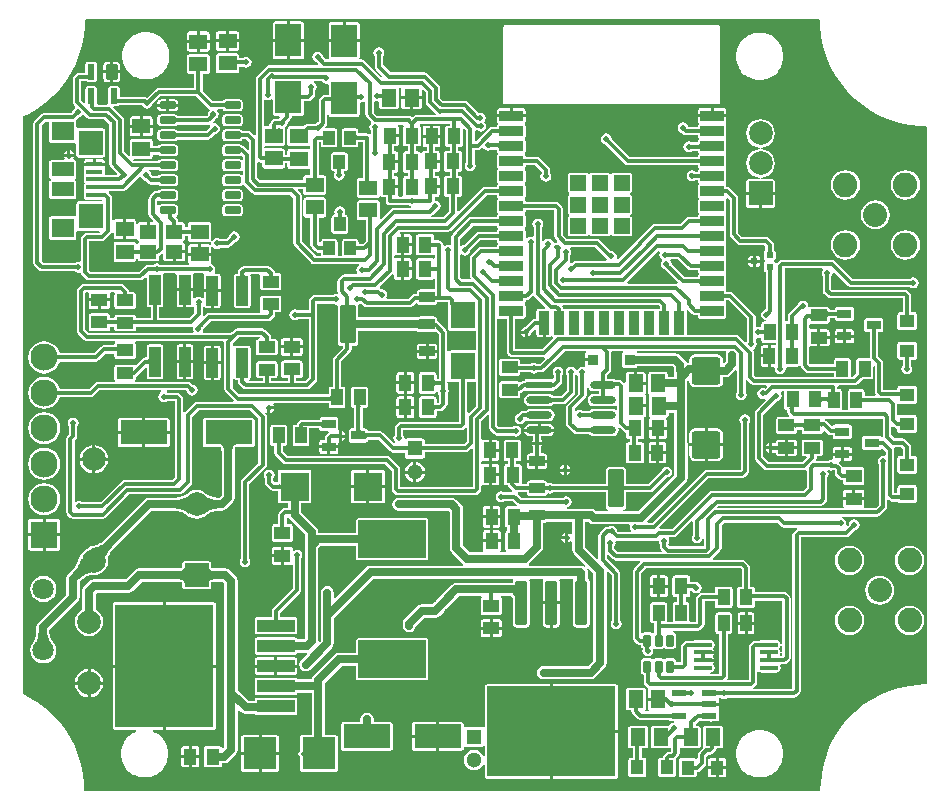
<source format=gtl>
G04 Layer_Physical_Order=1*
G04 Layer_Color=255*
%FSLAX25Y25*%
%MOIN*%
G70*
G01*
G75*
%ADD10R,0.15748X0.07874*%
%ADD11R,0.04921X0.04331*%
%ADD12R,0.05512X0.04331*%
%ADD13R,0.07874X0.03543*%
%ADD14R,0.03543X0.07874*%
%ADD15R,0.05236X0.05236*%
%ADD16R,0.12598X0.04134*%
%ADD17R,0.32677X0.41142*%
%ADD18R,0.05118X0.05905*%
%ADD19R,0.05905X0.05118*%
%ADD20R,0.08661X0.11024*%
G04:AMPARAMS|DCode=21|XSize=38.98mil|YSize=51.18mil|CornerRadius=2.92mil|HoleSize=0mil|Usage=FLASHONLY|Rotation=180.000|XOffset=0mil|YOffset=0mil|HoleType=Round|Shape=RoundedRectangle|*
%AMROUNDEDRECTD21*
21,1,0.03898,0.04534,0,0,180.0*
21,1,0.03313,0.05118,0,0,180.0*
1,1,0.00585,-0.01656,0.02267*
1,1,0.00585,0.01656,0.02267*
1,1,0.00585,0.01656,-0.02267*
1,1,0.00585,-0.01656,-0.02267*
%
%ADD21ROUNDEDRECTD21*%
G04:AMPARAMS|DCode=22|XSize=23.23mil|YSize=51.18mil|CornerRadius=1.74mil|HoleSize=0mil|Usage=FLASHONLY|Rotation=180.000|XOffset=0mil|YOffset=0mil|HoleType=Round|Shape=RoundedRectangle|*
%AMROUNDEDRECTD22*
21,1,0.02323,0.04770,0,0,180.0*
21,1,0.01974,0.05118,0,0,180.0*
1,1,0.00348,-0.00987,0.02385*
1,1,0.00348,0.00987,0.02385*
1,1,0.00348,0.00987,-0.02385*
1,1,0.00348,-0.00987,-0.02385*
%
%ADD22ROUNDEDRECTD22*%
%ADD23R,0.03937X0.09842*%
%ADD24R,0.03937X0.05512*%
%ADD25R,0.08346X0.08976*%
%ADD26R,0.04331X0.04921*%
%ADD27R,0.03543X0.03740*%
%ADD28R,0.04331X0.05512*%
G04:AMPARAMS|DCode=29|XSize=127.56mil|YSize=51.58mil|CornerRadius=3.87mil|HoleSize=0mil|Usage=FLASHONLY|Rotation=270.000|XOffset=0mil|YOffset=0mil|HoleType=Round|Shape=RoundedRectangle|*
%AMROUNDEDRECTD29*
21,1,0.12756,0.04384,0,0,270.0*
21,1,0.11982,0.05158,0,0,270.0*
1,1,0.00774,-0.02192,-0.05991*
1,1,0.00774,-0.02192,0.05991*
1,1,0.00774,0.02192,0.05991*
1,1,0.00774,0.02192,-0.05991*
%
%ADD29ROUNDEDRECTD29*%
G04:AMPARAMS|DCode=30|XSize=36.61mil|YSize=51.58mil|CornerRadius=2.75mil|HoleSize=0mil|Usage=FLASHONLY|Rotation=270.000|XOffset=0mil|YOffset=0mil|HoleType=Round|Shape=RoundedRectangle|*
%AMROUNDEDRECTD30*
21,1,0.03661,0.04608,0,0,270.0*
21,1,0.03112,0.05158,0,0,270.0*
1,1,0.00549,-0.02304,-0.01556*
1,1,0.00549,-0.02304,0.01556*
1,1,0.00549,0.02304,0.01556*
1,1,0.00549,0.02304,-0.01556*
%
%ADD30ROUNDEDRECTD30*%
G04:AMPARAMS|DCode=31|XSize=93.31mil|YSize=95.67mil|CornerRadius=11.66mil|HoleSize=0mil|Usage=FLASHONLY|Rotation=270.000|XOffset=0mil|YOffset=0mil|HoleType=Round|Shape=RoundedRectangle|*
%AMROUNDEDRECTD31*
21,1,0.09331,0.07234,0,0,270.0*
21,1,0.06998,0.09567,0,0,270.0*
1,1,0.02333,-0.03617,-0.03499*
1,1,0.02333,-0.03617,0.03499*
1,1,0.02333,0.03617,0.03499*
1,1,0.02333,0.03617,-0.03499*
%
%ADD31ROUNDEDRECTD31*%
%ADD32O,0.06299X0.01654*%
G04:AMPARAMS|DCode=33|XSize=41.73mil|YSize=25.59mil|CornerRadius=6.4mil|HoleSize=0mil|Usage=FLASHONLY|Rotation=90.000|XOffset=0mil|YOffset=0mil|HoleType=Round|Shape=RoundedRectangle|*
%AMROUNDEDRECTD33*
21,1,0.04173,0.01279,0,0,90.0*
21,1,0.02894,0.02559,0,0,90.0*
1,1,0.01279,0.00640,0.01447*
1,1,0.01279,0.00640,-0.01447*
1,1,0.01279,-0.00640,-0.01447*
1,1,0.01279,-0.00640,0.01447*
%
%ADD33ROUNDEDRECTD33*%
%ADD34R,0.22500X0.12500*%
%ADD35R,0.05512X0.03937*%
%ADD36R,0.08661X0.02362*%
%ADD37O,0.08661X0.02362*%
%ADD38R,0.09646X0.09646*%
%ADD39R,0.04724X0.03150*%
%ADD40R,0.04000X0.04500*%
%ADD41R,0.11024X0.10799*%
G04:AMPARAMS|DCode=42|XSize=149.21mil|YSize=38.98mil|CornerRadius=4.87mil|HoleSize=0mil|Usage=FLASHONLY|Rotation=270.000|XOffset=0mil|YOffset=0mil|HoleType=Round|Shape=RoundedRectangle|*
%AMROUNDEDRECTD42*
21,1,0.14921,0.02923,0,0,270.0*
21,1,0.13947,0.03898,0,0,270.0*
1,1,0.00974,-0.01462,-0.06973*
1,1,0.00974,-0.01462,0.06973*
1,1,0.00974,0.01462,0.06973*
1,1,0.00974,0.01462,-0.06973*
%
%ADD42ROUNDEDRECTD42*%
%ADD43R,0.42677X0.30000*%
%ADD44R,0.05000X0.02200*%
G04:AMPARAMS|DCode=45|XSize=51.58mil|YSize=24.41mil|CornerRadius=3.05mil|HoleSize=0mil|Usage=FLASHONLY|Rotation=0.000|XOffset=0mil|YOffset=0mil|HoleType=Round|Shape=RoundedRectangle|*
%AMROUNDEDRECTD45*
21,1,0.05158,0.01831,0,0,0.0*
21,1,0.04547,0.02441,0,0,0.0*
1,1,0.00610,0.02274,-0.00915*
1,1,0.00610,-0.02274,-0.00915*
1,1,0.00610,-0.02274,0.00915*
1,1,0.00610,0.02274,0.00915*
%
%ADD45ROUNDEDRECTD45*%
%ADD46R,0.05512X0.04724*%
%ADD47R,0.07874X0.08268*%
%ADD48R,0.07480X0.06299*%
%ADD49R,0.05315X0.01575*%
%ADD50R,0.07480X0.04724*%
%ADD51R,0.02362X0.01968*%
%ADD52C,0.01181*%
%ADD53C,0.02756*%
%ADD54C,0.07874*%
%ADD55R,0.07874X0.07874*%
%ADD56C,0.09055*%
%ADD57R,0.09055X0.09055*%
%ADD58C,0.05118*%
%ADD59R,0.05118X0.05118*%
%ADD60C,0.08000*%
%ADD61C,0.08200*%
%ADD62C,0.07087*%
%ADD63R,0.07874X0.07874*%
%ADD64C,0.01968*%
G36*
X356581Y441372D02*
X356723Y441230D01*
X356801Y441045D01*
Y440945D01*
X356843Y439231D01*
X357179Y435819D01*
X357848Y432457D01*
X358843Y429177D01*
X360155Y426010D01*
X361771Y422987D01*
X363675Y420136D01*
X365850Y417486D01*
X368274Y415062D01*
X370924Y412888D01*
X373774Y410983D01*
X376797Y409367D01*
X379964Y408055D01*
X383245Y407060D01*
X386607Y406391D01*
X390018Y406055D01*
X391732Y406013D01*
X391832D01*
X392016Y405937D01*
X392029Y405924D01*
X392108Y405764D01*
X392233Y405508D01*
X392234Y405506D01*
X392234Y405010D01*
X392234Y220274D01*
Y220162D01*
X392137Y219957D01*
X392080Y219911D01*
X391633Y219783D01*
X391142Y219760D01*
X389833Y219717D01*
X386442Y219356D01*
X383103Y218666D01*
X379847Y217654D01*
X376705Y216330D01*
X373707Y214705D01*
X370882Y212796D01*
X368257Y210620D01*
X365856Y208199D01*
X363703Y205555D01*
X361817Y202714D01*
X360218Y199703D01*
X358920Y196550D01*
X357935Y193286D01*
X357273Y189941D01*
X356941Y186547D01*
X356899Y184843D01*
X356899Y184843D01*
X356899Y184743D01*
X356823Y184558D01*
X356682Y184417D01*
X356497Y184341D01*
X112106D01*
X112093Y184341D01*
X112065Y184343D01*
X112038Y184345D01*
X112011Y184350D01*
X111998Y184353D01*
X111887Y184328D01*
X111665Y184380D01*
X111487Y184522D01*
X111388Y184841D01*
X111388Y184841D01*
X111388Y184841D01*
X111345Y186486D01*
X111026Y189760D01*
X110401Y192989D01*
X109475Y196145D01*
X108256Y199201D01*
X106756Y202128D01*
X104986Y204901D01*
X102964Y207495D01*
X100706Y209887D01*
X98234Y212057D01*
X95568Y213984D01*
X92733Y215652D01*
X91692Y216169D01*
X91260Y216384D01*
X90970Y216771D01*
X90970Y216771D01*
X90971Y216843D01*
X90962Y216865D01*
X90949Y216910D01*
X90940Y216957D01*
X90935Y217004D01*
X90935Y408661D01*
Y408742D01*
X90986Y408894D01*
X91081Y409023D01*
X91212Y409117D01*
X91288Y409140D01*
X91303Y409155D01*
X91337Y409182D01*
X91372Y409207D01*
X91409Y409228D01*
X91428Y409237D01*
X92914Y409967D01*
X95775Y411634D01*
X98464Y413565D01*
X100959Y415742D01*
X103237Y418145D01*
X105276Y420753D01*
X107060Y423543D01*
X108571Y426488D01*
X109797Y429564D01*
X110726Y432742D01*
X111351Y435993D01*
X111664Y439289D01*
X111703Y440945D01*
Y441045D01*
X111780Y441229D01*
X111921Y441370D01*
X112105Y441446D01*
X112205D01*
X356295Y441446D01*
X356395Y441447D01*
X356581Y441372D01*
D02*
G37*
%LPC*%
G36*
X305527Y296547D02*
X303059D01*
Y293489D01*
X304724D01*
X305032Y293550D01*
X305292Y293724D01*
X305466Y293984D01*
X305527Y294291D01*
Y296547D01*
D02*
G37*
G36*
X302059D02*
X299591D01*
Y294291D01*
X299652Y293984D01*
X299826Y293724D01*
X300086Y293550D01*
X300394Y293489D01*
X302059D01*
Y296547D01*
D02*
G37*
G36*
X264108Y299697D02*
X260695D01*
X260733Y299506D01*
X260918Y299229D01*
Y296793D01*
X260019D01*
X259604Y296710D01*
X259253Y296475D01*
X259018Y296124D01*
X258936Y295710D01*
Y294654D01*
X262323D01*
X265710D01*
Y295710D01*
X265627Y296124D01*
X265393Y296475D01*
X265041Y296710D01*
X264627Y296793D01*
X263728D01*
Y298993D01*
X264070Y299506D01*
X264108Y299697D01*
D02*
G37*
G36*
X249720Y297236D02*
X247252D01*
Y294178D01*
X248917D01*
X249224Y294239D01*
X249485Y294413D01*
X249659Y294673D01*
X249720Y294980D01*
Y297236D01*
D02*
G37*
G36*
X265710Y293654D02*
X262823D01*
Y291515D01*
X264627D01*
X265041Y291597D01*
X265393Y291832D01*
X265627Y292183D01*
X265710Y292597D01*
Y293654D01*
D02*
G37*
G36*
X261823D02*
X258936D01*
Y292597D01*
X259018Y292183D01*
X259253Y291832D01*
X259604Y291597D01*
X260019Y291515D01*
X261823D01*
Y293654D01*
D02*
G37*
G36*
X272252Y292849D02*
Y291642D01*
X273459D01*
X273421Y291833D01*
X273029Y292419D01*
X272443Y292811D01*
X272252Y292849D01*
D02*
G37*
G36*
X271252D02*
X271061Y292811D01*
X270475Y292419D01*
X270083Y291833D01*
X270045Y291642D01*
X271252D01*
Y292849D01*
D02*
G37*
G36*
X304724Y300606D02*
X303059D01*
Y297547D01*
X305527D01*
Y299803D01*
X305466Y300110D01*
X305292Y300371D01*
X305032Y300545D01*
X304724Y300606D01*
D02*
G37*
G36*
X302059D02*
X300394D01*
X300086Y300545D01*
X299826Y300371D01*
X299652Y300110D01*
X299591Y299803D01*
Y297547D01*
X302059D01*
Y300606D01*
D02*
G37*
G36*
X130799Y303240D02*
X122622D01*
Y299803D01*
X122684Y299496D01*
X122857Y299236D01*
X123118Y299061D01*
X123425Y299000D01*
X130799D01*
Y303240D01*
D02*
G37*
G36*
X248917Y301295D02*
X247252D01*
Y298236D01*
X249720D01*
Y300492D01*
X249659Y300799D01*
X249485Y301060D01*
X249224Y301234D01*
X248917Y301295D01*
D02*
G37*
G36*
X115165Y299483D02*
Y295284D01*
X119365D01*
X119268Y296017D01*
X118792Y297166D01*
X118035Y298153D01*
X117048Y298910D01*
X115899Y299386D01*
X115165Y299483D01*
D02*
G37*
G36*
X114165D02*
X113432Y299386D01*
X112283Y298910D01*
X111296Y298153D01*
X110539Y297166D01*
X110063Y296017D01*
X109966Y295284D01*
X114165D01*
Y299483D01*
D02*
G37*
G36*
X196177Y298483D02*
X193512D01*
Y296606D01*
X195374D01*
X195681Y296667D01*
X195942Y296841D01*
X196116Y297101D01*
X196177Y297409D01*
Y298483D01*
D02*
G37*
G36*
X192512D02*
X189847D01*
Y297409D01*
X189908Y297101D01*
X190082Y296841D01*
X190342Y296667D01*
X190650Y296606D01*
X192512D01*
Y298483D01*
D02*
G37*
G36*
X222153Y293861D02*
Y291051D01*
X224963D01*
X224914Y291425D01*
X224577Y292239D01*
X224040Y292938D01*
X223341Y293474D01*
X222527Y293811D01*
X222153Y293861D01*
D02*
G37*
G36*
X205504Y291354D02*
X201181D01*
X200874Y291293D01*
X200613Y291119D01*
X200439Y290858D01*
X200378Y290551D01*
Y286228D01*
X205504D01*
Y291354D01*
D02*
G37*
G36*
X249819Y289165D02*
X247350D01*
Y286107D01*
X249016D01*
X249323Y286168D01*
X249583Y286342D01*
X249758Y286602D01*
X249819Y286910D01*
Y289165D01*
D02*
G37*
G36*
X221153Y290051D02*
X218344D01*
X218393Y289678D01*
X218730Y288863D01*
X219267Y288164D01*
X219966Y287628D01*
X220780Y287291D01*
X221153Y287242D01*
Y290051D01*
D02*
G37*
G36*
X210827Y291354D02*
X206504D01*
Y286228D01*
X211630D01*
Y290551D01*
X211568Y290858D01*
X211395Y291119D01*
X211134Y291293D01*
X210827Y291354D01*
D02*
G37*
G36*
X205504Y285228D02*
X200378D01*
Y280906D01*
X200439Y280598D01*
X200613Y280338D01*
X200874Y280164D01*
X201181Y280103D01*
X205504D01*
Y285228D01*
D02*
G37*
G36*
X98122Y286865D02*
X96735Y286682D01*
X95442Y286146D01*
X94331Y285295D01*
X93479Y284184D01*
X92944Y282891D01*
X92761Y281504D01*
X92944Y280116D01*
X93479Y278823D01*
X94331Y277713D01*
X95442Y276861D01*
X96735Y276326D01*
X98122Y276143D01*
X99510Y276326D01*
X100803Y276861D01*
X101913Y277713D01*
X102765Y278823D01*
X103300Y280116D01*
X103483Y281504D01*
X103300Y282891D01*
X102765Y284184D01*
X101913Y285295D01*
X100803Y286146D01*
X99510Y286682D01*
X98122Y286865D01*
D02*
G37*
G36*
X167520Y308480D02*
X151772D01*
X151464Y308419D01*
X151204Y308245D01*
X151030Y307984D01*
X150969Y307677D01*
Y299803D01*
X151030Y299496D01*
X151204Y299236D01*
X151464Y299061D01*
X151772Y299000D01*
X156774D01*
X156777Y299000D01*
X156827Y298982D01*
X156872Y298953D01*
X156932Y298888D01*
X157008Y298763D01*
X157088Y298567D01*
X157161Y298295D01*
X157219Y297951D01*
X157241Y297698D01*
Y282903D01*
X156369Y282031D01*
X155889D01*
X155484Y282068D01*
X154979Y282147D01*
X154487Y282257D01*
X154010Y282398D01*
X153546Y282571D01*
X153095Y282775D01*
X152655Y283011D01*
X152226Y283278D01*
X151788Y283594D01*
X151727Y283622D01*
X151300Y283950D01*
X150151Y284426D01*
X148917Y284588D01*
X147684Y284426D01*
X146535Y283950D01*
X146107Y283622D01*
X146047Y283594D01*
X145608Y283278D01*
X145180Y283010D01*
X144740Y282775D01*
X144288Y282571D01*
X143825Y282398D01*
X143347Y282257D01*
X142856Y282147D01*
X142350Y282068D01*
X141946Y282031D01*
X132972D01*
X132128Y281863D01*
X131411Y281384D01*
X117640Y267613D01*
X117328Y267353D01*
X116914Y267051D01*
X116489Y266782D01*
X116052Y266544D01*
X115602Y266338D01*
X115138Y266163D01*
X114661Y266019D01*
X114168Y265905D01*
X113635Y265819D01*
X113548Y265786D01*
X113457Y265768D01*
X113402Y265732D01*
X113342Y265709D01*
X113274Y265646D01*
X113196Y265594D01*
X113160Y265540D01*
X113112Y265495D01*
X113074Y265411D01*
X113045Y265368D01*
X112283Y265052D01*
X111296Y264295D01*
X110539Y263308D01*
X110226Y262553D01*
X110176Y262532D01*
X110116Y262523D01*
X110033Y262473D01*
X109943Y262436D01*
X109900Y262393D01*
X109847Y262362D01*
X109790Y262284D01*
X109721Y262215D01*
X109698Y262159D01*
X109661Y262110D01*
X109638Y262016D01*
X109601Y261926D01*
X109502Y261433D01*
X109377Y260974D01*
X109221Y260523D01*
X109034Y260080D01*
X108815Y259643D01*
X108563Y259213D01*
X108279Y258789D01*
X107961Y258370D01*
X107710Y258077D01*
X106136Y256502D01*
X105657Y255786D01*
X105489Y254941D01*
Y249714D01*
X96077Y240301D01*
X95598Y239585D01*
X95430Y238740D01*
Y237093D01*
X95409Y236799D01*
X95350Y236325D01*
X95268Y235875D01*
X95163Y235449D01*
X95037Y235046D01*
X94889Y234667D01*
X94720Y234309D01*
X94529Y233973D01*
X94301Y233631D01*
X94282Y233587D01*
X94052Y233286D01*
X93615Y232233D01*
X93467Y231102D01*
X93615Y229972D01*
X94052Y228918D01*
X94746Y228014D01*
X95651Y227320D01*
X96704Y226883D01*
X97835Y226734D01*
X98965Y226883D01*
X100019Y227320D01*
X100923Y228014D01*
X101618Y228918D01*
X102054Y229972D01*
X102203Y231102D01*
X102054Y232233D01*
X101618Y233286D01*
X101209Y233819D01*
X101180Y233876D01*
X100908Y234225D01*
X100682Y234567D01*
X100482Y234926D01*
X100309Y235302D01*
X100161Y235698D01*
X100039Y236113D01*
X99944Y236549D01*
X99875Y237006D01*
X99846Y237340D01*
Y237825D01*
X109258Y247238D01*
X109737Y247954D01*
X109905Y248799D01*
Y254027D01*
X110625Y254747D01*
X110952Y255015D01*
X111364Y255308D01*
X111787Y255565D01*
X112223Y255788D01*
X112671Y255977D01*
X113133Y256131D01*
X113609Y256252D01*
X113760Y256279D01*
X114665Y256160D01*
X115899Y256322D01*
X117048Y256798D01*
X118035Y257556D01*
X118792Y258543D01*
X119268Y259692D01*
X119430Y260925D01*
X119297Y261937D01*
X119313Y261988D01*
X119488Y262452D01*
X119694Y262902D01*
X119931Y263340D01*
X120201Y263765D01*
X120503Y264178D01*
X120763Y264491D01*
X133887Y277615D01*
X141946D01*
X142350Y277578D01*
X142856Y277499D01*
X143347Y277389D01*
X143825Y277247D01*
X144288Y277075D01*
X144740Y276871D01*
X145180Y276635D01*
X145608Y276367D01*
X146047Y276052D01*
X146107Y276024D01*
X146535Y275696D01*
X147684Y275220D01*
X148917Y275058D01*
X150151Y275220D01*
X151300Y275696D01*
X151727Y276024D01*
X151788Y276052D01*
X152226Y276367D01*
X152655Y276635D01*
X153095Y276871D01*
X153546Y277075D01*
X154010Y277247D01*
X154487Y277389D01*
X154979Y277499D01*
X155485Y277578D01*
X155889Y277615D01*
X157283D01*
X158128Y277783D01*
X158845Y278262D01*
X161010Y280427D01*
X161488Y281143D01*
X161657Y281988D01*
Y297698D01*
X161679Y297951D01*
X161736Y298295D01*
X161809Y298567D01*
X161890Y298763D01*
X161966Y298888D01*
X162026Y298953D01*
X162071Y298982D01*
X162121Y299000D01*
X162124Y299000D01*
X167520D01*
X167827Y299061D01*
X168087Y299236D01*
X168261Y299496D01*
X168323Y299803D01*
Y307677D01*
X168261Y307984D01*
X168087Y308245D01*
X167827Y308419D01*
X167520Y308480D01*
D02*
G37*
G36*
X211630Y285228D02*
X206504D01*
Y280103D01*
X210827D01*
X211134Y280164D01*
X211395Y280338D01*
X211568Y280598D01*
X211630Y280906D01*
Y285228D01*
D02*
G37*
G36*
X119365Y294284D02*
X115165D01*
Y290084D01*
X115899Y290181D01*
X117048Y290657D01*
X118035Y291414D01*
X118792Y292401D01*
X119268Y293550D01*
X119365Y294284D01*
D02*
G37*
G36*
X114165D02*
X109966D01*
X110063Y293550D01*
X110539Y292401D01*
X111296Y291414D01*
X112283Y290657D01*
X113432Y290181D01*
X114165Y290084D01*
Y294284D01*
D02*
G37*
G36*
X221153Y293861D02*
X220780Y293811D01*
X219966Y293474D01*
X219267Y292938D01*
X218730Y292239D01*
X218393Y291425D01*
X218344Y291051D01*
X221153D01*
Y293861D01*
D02*
G37*
G36*
X249016Y293224D02*
X247350D01*
Y290165D01*
X249819D01*
Y292421D01*
X249758Y292728D01*
X249583Y292989D01*
X249323Y293163D01*
X249016Y293224D01*
D02*
G37*
G36*
X98122Y298676D02*
X96735Y298493D01*
X95442Y297958D01*
X94331Y297106D01*
X93479Y295995D01*
X92944Y294702D01*
X92761Y293315D01*
X92944Y291928D01*
X93479Y290634D01*
X94331Y289524D01*
X95442Y288672D01*
X96735Y288137D01*
X98122Y287954D01*
X99510Y288137D01*
X100803Y288672D01*
X101913Y289524D01*
X102765Y290634D01*
X103300Y291928D01*
X103483Y293315D01*
X103300Y294702D01*
X102765Y295995D01*
X101913Y297106D01*
X100803Y297958D01*
X99510Y298493D01*
X98122Y298676D01*
D02*
G37*
G36*
X224963Y290051D02*
X222153D01*
Y287242D01*
X222527Y287291D01*
X223341Y287628D01*
X224040Y288164D01*
X224577Y288863D01*
X224914Y289678D01*
X224963Y290051D01*
D02*
G37*
G36*
X273459Y290642D02*
X272252D01*
Y289435D01*
X272443Y289473D01*
X273029Y289864D01*
X273421Y290451D01*
X273459Y290642D01*
D02*
G37*
G36*
X271252D02*
X270045D01*
X270083Y290451D01*
X270475Y289864D01*
X271061Y289473D01*
X271252Y289435D01*
Y290642D01*
D02*
G37*
G36*
X139976Y303240D02*
X131799D01*
Y299000D01*
X139173D01*
X139480Y299061D01*
X139741Y299236D01*
X139915Y299496D01*
X139976Y299803D01*
Y303240D01*
D02*
G37*
G36*
X220669Y323834D02*
X219004D01*
Y320776D01*
X221472D01*
Y323031D01*
X221411Y323339D01*
X221237Y323599D01*
X220976Y323773D01*
X220669Y323834D01*
D02*
G37*
G36*
X218004D02*
X216339D01*
X216031Y323773D01*
X215771Y323599D01*
X215597Y323339D01*
X215536Y323031D01*
Y320776D01*
X218004D01*
Y323834D01*
D02*
G37*
G36*
X156905Y326468D02*
X154634D01*
Y321244D01*
X156102D01*
X156410Y321305D01*
X156670Y321480D01*
X156844Y321740D01*
X156905Y322047D01*
Y326468D01*
D02*
G37*
G36*
X153634D02*
X151363D01*
Y322047D01*
X151424Y321740D01*
X151598Y321480D01*
X151858Y321305D01*
X152165Y321244D01*
X153634D01*
Y326468D01*
D02*
G37*
G36*
X221472Y319776D02*
X219004D01*
Y316717D01*
X220669D01*
X220976Y316778D01*
X221237Y316952D01*
X221411Y317213D01*
X221472Y317520D01*
Y319776D01*
D02*
G37*
G36*
X218004D02*
X215536D01*
Y317520D01*
X215597Y317213D01*
X215771Y316952D01*
X216031Y316778D01*
X216339Y316717D01*
X218004D01*
Y319776D01*
D02*
G37*
G36*
X297835Y323834D02*
X295776D01*
Y320579D01*
X298638D01*
Y323031D01*
X298576Y323339D01*
X298402Y323599D01*
X298142Y323773D01*
X297835Y323834D01*
D02*
G37*
G36*
X269390Y325625D02*
X268699Y325488D01*
X268112Y325096D01*
X267721Y324510D01*
X267583Y323819D01*
X267721Y323128D01*
X267985Y322733D01*
Y321920D01*
X267520Y321531D01*
X258858D01*
X258551Y321470D01*
X258291Y321296D01*
X258117Y321036D01*
X258100Y320952D01*
X257933D01*
X257395Y320845D01*
X257104Y320651D01*
X256572Y320548D01*
X256311Y320722D01*
X256004Y320783D01*
X250492D01*
X250185Y320722D01*
X249924Y320548D01*
X249750Y320287D01*
X249689Y319980D01*
Y316043D01*
X249750Y315736D01*
X249924Y315476D01*
X250185Y315302D01*
X250492Y315241D01*
X256004D01*
X256311Y315302D01*
X256572Y315476D01*
X256746Y315736D01*
X256807Y316043D01*
Y316767D01*
X257034Y316812D01*
X257489Y317117D01*
X258182Y317809D01*
X258291Y317798D01*
X258551Y317624D01*
X258858Y317563D01*
X267520D01*
X267827Y317624D01*
X268087Y317798D01*
X268261Y318059D01*
X268283Y318165D01*
X268707Y318249D01*
X269163Y318554D01*
X270383Y319774D01*
X270688Y320230D01*
X270795Y320768D01*
Y322733D01*
X271059Y323128D01*
X271196Y323819D01*
X271059Y324510D01*
X270667Y325096D01*
X270081Y325488D01*
X269390Y325625D01*
D02*
G37*
G36*
X144539Y333086D02*
X143071D01*
X142764Y333025D01*
X142503Y332851D01*
X142329Y332591D01*
X142268Y332283D01*
Y327862D01*
X144539D01*
Y333086D01*
D02*
G37*
G36*
X156102Y332693D02*
X154634D01*
Y327468D01*
X156905D01*
Y331890D01*
X156844Y332197D01*
X156670Y332457D01*
X156410Y332631D01*
X156102Y332693D01*
D02*
G37*
G36*
X225248Y330248D02*
X222361D01*
Y329192D01*
X222444Y328778D01*
X222678Y328426D01*
X223029Y328191D01*
X223444Y328109D01*
X225248D01*
Y330248D01*
D02*
G37*
G36*
X147008Y333086D02*
X145539D01*
Y327862D01*
X147811D01*
Y332283D01*
X147750Y332591D01*
X147576Y332851D01*
X147315Y333025D01*
X147008Y333086D01*
D02*
G37*
G36*
X147811Y326862D02*
X145539D01*
Y321638D01*
X147008D01*
X147315Y321699D01*
X147576Y321873D01*
X147750Y322134D01*
X147811Y322441D01*
Y326862D01*
D02*
G37*
G36*
X144539D02*
X142268D01*
Y322441D01*
X142329Y322134D01*
X142503Y321873D01*
X142764Y321699D01*
X143071Y321638D01*
X144539D01*
Y326862D01*
D02*
G37*
G36*
X153634Y332693D02*
X152165D01*
X151858Y332631D01*
X151598Y332457D01*
X151424Y332197D01*
X151363Y331890D01*
Y327468D01*
X153634D01*
Y332693D01*
D02*
G37*
G36*
X388287Y333972D02*
X383366D01*
X383059Y333911D01*
X382799Y333737D01*
X382624Y333476D01*
X382563Y333169D01*
Y328839D01*
X382624Y328531D01*
X382799Y328271D01*
X383059Y328097D01*
X383366Y328036D01*
X384422D01*
Y326225D01*
X384353Y326179D01*
X383961Y325593D01*
X383824Y324902D01*
X383961Y324210D01*
X384353Y323624D01*
X384939Y323233D01*
X385630Y323095D01*
X386321Y323233D01*
X386907Y323624D01*
X387299Y324210D01*
X387436Y324902D01*
X387299Y325593D01*
X387232Y325693D01*
Y328036D01*
X388287D01*
X388595Y328097D01*
X388855Y328271D01*
X389029Y328531D01*
X389090Y328839D01*
Y333169D01*
X389029Y333476D01*
X388855Y333737D01*
X388595Y333911D01*
X388287Y333972D01*
D02*
G37*
G36*
X220669Y315763D02*
X219004D01*
Y312705D01*
X221472D01*
Y314961D01*
X221411Y315268D01*
X221237Y315528D01*
X220976Y315702D01*
X220669Y315763D01*
D02*
G37*
G36*
X305626Y304618D02*
X303157D01*
Y301559D01*
X304823D01*
X305130Y301621D01*
X305391Y301795D01*
X305565Y302055D01*
X305626Y302362D01*
Y304618D01*
D02*
G37*
G36*
X302157D02*
X299689D01*
Y302362D01*
X299750Y302055D01*
X299924Y301795D01*
X300185Y301621D01*
X300492Y301559D01*
X302157D01*
Y304618D01*
D02*
G37*
G36*
X130799Y308480D02*
X123425D01*
X123118Y308419D01*
X122857Y308245D01*
X122684Y307984D01*
X122622Y307677D01*
Y304240D01*
X130799D01*
Y308480D01*
D02*
G37*
G36*
X197252Y304266D02*
Y303059D01*
X198459D01*
X198421Y303250D01*
X198029Y303836D01*
X197443Y304228D01*
X197252Y304266D01*
D02*
G37*
G36*
X98122Y310487D02*
X96735Y310304D01*
X95442Y309769D01*
X94331Y308917D01*
X93479Y307806D01*
X92944Y306514D01*
X92761Y305126D01*
X92944Y303738D01*
X93479Y302446D01*
X94331Y301335D01*
X95442Y300483D01*
X96735Y299948D01*
X98122Y299765D01*
X99510Y299948D01*
X100803Y300483D01*
X101913Y301335D01*
X102765Y302446D01*
X103300Y303738D01*
X103483Y305126D01*
X103300Y306514D01*
X102765Y307806D01*
X101913Y308917D01*
X100803Y309769D01*
X99510Y310304D01*
X98122Y310487D01*
D02*
G37*
G36*
X195374Y308861D02*
X190650D01*
X190342Y308800D01*
X190082Y308626D01*
X189908Y308366D01*
X189847Y308058D01*
Y307901D01*
X189811Y307895D01*
X189738Y307888D01*
X183944D01*
X183406Y307782D01*
X182951Y307477D01*
X182766Y307293D01*
X182462Y306837D01*
X182358Y306315D01*
X181791D01*
X181484Y306254D01*
X181224Y306080D01*
X181050Y305819D01*
X180989Y305512D01*
Y300000D01*
X181050Y299693D01*
X181224Y299432D01*
X181484Y299258D01*
X181791Y299197D01*
X185728D01*
X186036Y299258D01*
X186296Y299432D01*
X186470Y299693D01*
X186531Y300000D01*
Y305079D01*
X189738D01*
X189811Y305072D01*
X189847Y305066D01*
Y304909D01*
X189908Y304601D01*
X190082Y304341D01*
X190342Y304167D01*
X190650Y304106D01*
X192783D01*
X192934Y303606D01*
X192707Y303454D01*
X192018Y302765D01*
X191714Y302309D01*
X191607Y301772D01*
Y301361D01*
X190650D01*
X190342Y301300D01*
X190082Y301126D01*
X189908Y300866D01*
X189847Y300558D01*
Y299483D01*
X196177D01*
Y300357D01*
X196252Y300437D01*
Y302559D01*
Y304613D01*
X196146Y304755D01*
X196177Y304909D01*
Y308058D01*
X196116Y308366D01*
X195942Y308626D01*
X195681Y308800D01*
X195374Y308861D01*
D02*
G37*
G36*
X198459Y302059D02*
X197252D01*
Y300852D01*
X197443Y300890D01*
X198029Y301282D01*
X198421Y301868D01*
X198459Y302059D01*
D02*
G37*
G36*
X268246Y304047D02*
X263189D01*
X258132D01*
X258185Y303779D01*
X258620Y303128D01*
X259271Y302693D01*
X260039Y302540D01*
X260918D01*
Y301165D01*
X260733Y300888D01*
X260695Y300697D01*
X264108D01*
X264070Y300888D01*
X263728Y301401D01*
Y302540D01*
X266339D01*
X267107Y302693D01*
X267758Y303128D01*
X268193Y303779D01*
X268246Y304047D01*
D02*
G37*
G36*
X221472Y311705D02*
X219004D01*
Y308646D01*
X220669D01*
X220976Y308707D01*
X221237Y308881D01*
X221411Y309142D01*
X221472Y309449D01*
Y311705D01*
D02*
G37*
G36*
X218004D02*
X215536D01*
Y309449D01*
X215597Y309142D01*
X215771Y308881D01*
X216031Y308707D01*
X216339Y308646D01*
X218004D01*
Y311705D01*
D02*
G37*
G36*
Y315763D02*
X216339D01*
X216031Y315702D01*
X215771Y315528D01*
X215597Y315268D01*
X215536Y314961D01*
Y312705D01*
X218004D01*
Y315763D01*
D02*
G37*
G36*
X174738Y311508D02*
X173531D01*
Y310301D01*
X173723Y310339D01*
X174309Y310731D01*
X174700Y311317D01*
X174738Y311508D01*
D02*
G37*
G36*
X262689Y306554D02*
X260039D01*
X259271Y306401D01*
X258620Y305966D01*
X258185Y305315D01*
X258132Y305047D01*
X262689D01*
Y306554D01*
D02*
G37*
G36*
X139173Y308480D02*
X131799D01*
Y304240D01*
X139976D01*
Y307677D01*
X139915Y307984D01*
X139741Y308245D01*
X139480Y308419D01*
X139173Y308480D01*
D02*
G37*
G36*
X266339Y311554D02*
X260039D01*
X259271Y311402D01*
X258620Y310966D01*
X258611Y310952D01*
X257677D01*
X257139Y310845D01*
X256684Y310541D01*
X256197Y310054D01*
X256100Y310035D01*
X255514Y309643D01*
X255122Y309057D01*
X254985Y308366D01*
X255122Y307675D01*
X255514Y307089D01*
X256100Y306697D01*
X256791Y306560D01*
X257483Y306697D01*
X258069Y307089D01*
X258441Y307646D01*
X258472Y307679D01*
X259009Y307869D01*
X259271Y307693D01*
X260039Y307540D01*
X266339D01*
X267107Y307693D01*
X267758Y308128D01*
X268193Y308779D01*
X268346Y309547D01*
X268193Y310315D01*
X267758Y310966D01*
X267107Y311402D01*
X266339Y311554D01*
D02*
G37*
G36*
Y306554D02*
X263689D01*
Y305047D01*
X268246D01*
X268193Y305315D01*
X267758Y305966D01*
X267107Y306401D01*
X266339Y306554D01*
D02*
G37*
G36*
X249409Y279149D02*
X247744D01*
Y276091D01*
X250212D01*
Y278346D01*
X250151Y278654D01*
X249977Y278914D01*
X249717Y279088D01*
X249409Y279149D01*
D02*
G37*
G36*
X266724Y219917D02*
X245886D01*
X245579Y219856D01*
X245318Y219682D01*
X245144Y219421D01*
X245083Y219114D01*
Y205612D01*
X244583Y205460D01*
X244564Y205489D01*
X244303Y205663D01*
X243996Y205724D01*
X238878D01*
X238571Y205663D01*
X238508Y205621D01*
X238007Y205867D01*
Y206398D01*
X237946Y206705D01*
X237772Y206965D01*
X237512Y207139D01*
X237205Y207201D01*
X229831D01*
Y202461D01*
Y197721D01*
X237205D01*
X237512Y197782D01*
X237772Y197956D01*
X237946Y198216D01*
X238007Y198524D01*
Y198857D01*
X238508Y199104D01*
X238571Y199061D01*
X238878Y199000D01*
X243996D01*
X244303Y199061D01*
X244564Y199235D01*
X244583Y199264D01*
X245083Y199113D01*
Y195737D01*
X244583Y195638D01*
X244360Y196176D01*
X243824Y196875D01*
X243125Y197411D01*
X242311Y197748D01*
X241437Y197863D01*
X240563Y197748D01*
X239749Y197411D01*
X239050Y196875D01*
X238514Y196176D01*
X238177Y195362D01*
X238062Y194488D01*
X238177Y193615D01*
X238514Y192800D01*
X239050Y192102D01*
X239749Y191565D01*
X240563Y191228D01*
X241437Y191113D01*
X242311Y191228D01*
X243125Y191565D01*
X243824Y192102D01*
X244360Y192800D01*
X244583Y193339D01*
X245083Y193239D01*
Y189114D01*
X245144Y188807D01*
X245318Y188547D01*
X245579Y188373D01*
X245886Y188311D01*
X266724D01*
Y204114D01*
Y219917D01*
D02*
G37*
G36*
X288563D02*
X267724D01*
Y204614D01*
X289366D01*
Y219114D01*
X289305Y219421D01*
X289131Y219682D01*
X288870Y219856D01*
X288563Y219917D01*
D02*
G37*
G36*
X112591Y219677D02*
X108391D01*
X108488Y218944D01*
X108964Y217795D01*
X109721Y216808D01*
X110708Y216050D01*
X111857Y215574D01*
X112591Y215478D01*
Y219677D01*
D02*
G37*
G36*
X152854Y260941D02*
X144980D01*
X144673Y260879D01*
X144413Y260705D01*
X144239Y260445D01*
X144177Y260138D01*
Y258841D01*
X144172Y258824D01*
X144142Y258779D01*
X144076Y258719D01*
X143951Y258643D01*
X143753Y258562D01*
X143479Y258488D01*
X143133Y258431D01*
X142878Y258409D01*
X129823D01*
X128978Y258241D01*
X128262Y257762D01*
X125267Y254767D01*
X114663D01*
X113818Y254599D01*
X113101Y254120D01*
X111487Y252506D01*
X111008Y251790D01*
X110840Y250945D01*
Y244831D01*
X110708Y244776D01*
X109721Y244019D01*
X108964Y243032D01*
X108488Y241883D01*
X108325Y240650D01*
X108488Y239416D01*
X108964Y238267D01*
X109721Y237280D01*
X110708Y236523D01*
X111857Y236047D01*
X113091Y235884D01*
X114324Y236047D01*
X115473Y236523D01*
X116460Y237280D01*
X117217Y238267D01*
X117693Y239416D01*
X117856Y240650D01*
X117693Y241883D01*
X117217Y243032D01*
X116460Y244019D01*
X115473Y244776D01*
X115256Y244866D01*
Y250030D01*
X115577Y250351D01*
X126181D01*
X127026Y250519D01*
X127742Y250998D01*
X130737Y253993D01*
X142878D01*
X143133Y253971D01*
X143479Y253913D01*
X143753Y253840D01*
X143951Y253759D01*
X144076Y253683D01*
X144142Y253622D01*
X144172Y253578D01*
X144177Y253561D01*
Y252264D01*
X144239Y251957D01*
X144413Y251696D01*
X144673Y251522D01*
X144980Y251461D01*
X152854D01*
X153162Y251522D01*
X153422Y251696D01*
X153596Y251957D01*
X153657Y252264D01*
Y253561D01*
X153663Y253578D01*
X153693Y253622D01*
X153758Y253683D01*
X153884Y253759D01*
X154082Y253840D01*
X154356Y253913D01*
X154702Y253971D01*
X154956Y253993D01*
X157649D01*
X158225Y253416D01*
Y216929D01*
Y198848D01*
X157762Y198384D01*
X157265Y198595D01*
X157238Y198732D01*
X157064Y198993D01*
X156803Y199167D01*
X156496Y199228D01*
X152165D01*
X151858Y199167D01*
X151598Y198993D01*
X151424Y198732D01*
X151363Y198425D01*
Y192913D01*
X151424Y192606D01*
X151598Y192346D01*
X151858Y192172D01*
X152165Y192111D01*
X156496D01*
X156803Y192172D01*
X157064Y192346D01*
X157238Y192606D01*
X157299Y192913D01*
Y193462D01*
X158169D01*
X159014Y193630D01*
X159730Y194108D01*
X161994Y196372D01*
X162473Y197088D01*
X162641Y197933D01*
Y210946D01*
X163103Y211137D01*
X163695Y210545D01*
X164411Y210067D01*
X165256Y209898D01*
X168505D01*
X168527Y209865D01*
X168787Y209691D01*
X169095Y209630D01*
X174510D01*
X174646Y209603D01*
X174705D01*
X174840Y209630D01*
X181693D01*
X182000Y209691D01*
X182261Y209865D01*
X182435Y210126D01*
X182496Y210433D01*
Y214567D01*
X182435Y214874D01*
X182261Y215135D01*
X182000Y215309D01*
X181693Y215370D01*
X169095D01*
X168787Y215309D01*
X168527Y215135D01*
X168353Y214874D01*
X168292Y214567D01*
Y214314D01*
X166170D01*
X162641Y217844D01*
Y254331D01*
X162473Y255176D01*
X161994Y255892D01*
X160124Y257762D01*
X159408Y258241D01*
X158563Y258409D01*
X154956D01*
X154702Y258431D01*
X154356Y258488D01*
X154082Y258562D01*
X153884Y258643D01*
X153758Y258719D01*
X153693Y258779D01*
X153663Y258824D01*
X153657Y258841D01*
Y260138D01*
X153596Y260445D01*
X153422Y260705D01*
X153162Y260879D01*
X152854Y260941D01*
D02*
G37*
G36*
X228831Y201961D02*
X220654D01*
Y198524D01*
X220715Y198216D01*
X220889Y197956D01*
X221149Y197782D01*
X221457Y197721D01*
X228831D01*
Y201961D01*
D02*
G37*
G36*
X205709Y210279D02*
X204864Y210111D01*
X204148Y209632D01*
X203669Y208916D01*
X203501Y208071D01*
Y207201D01*
X197835D01*
X197527Y207139D01*
X197267Y206965D01*
X197093Y206705D01*
X197032Y206398D01*
Y198524D01*
X197093Y198216D01*
X197267Y197956D01*
X197527Y197782D01*
X197835Y197721D01*
X213583D01*
X213890Y197782D01*
X214150Y197956D01*
X214324Y198216D01*
X214386Y198524D01*
Y206398D01*
X214324Y206705D01*
X214150Y206965D01*
X213890Y207139D01*
X213583Y207201D01*
X207916D01*
Y208071D01*
X207748Y208916D01*
X207270Y209632D01*
X206554Y210111D01*
X205709Y210279D01*
D02*
G37*
G36*
X155330Y225386D02*
X138689D01*
Y204512D01*
X154527D01*
X154835Y204573D01*
X155095Y204747D01*
X155269Y205008D01*
X155330Y205315D01*
Y225386D01*
D02*
G37*
G36*
X228831Y207201D02*
X221457D01*
X221149Y207139D01*
X220889Y206965D01*
X220715Y206705D01*
X220654Y206398D01*
Y202961D01*
X228831D01*
Y207201D01*
D02*
G37*
G36*
X182496Y225386D02*
X175894D01*
Y223016D01*
X181693D01*
X182000Y223077D01*
X182261Y223251D01*
X182435Y223512D01*
X182496Y223819D01*
Y225386D01*
D02*
G37*
G36*
X174894D02*
X168292D01*
Y223819D01*
X168353Y223512D01*
X168527Y223251D01*
X168787Y223077D01*
X169095Y223016D01*
X174894D01*
Y225386D01*
D02*
G37*
G36*
Y228756D02*
X169095D01*
X168787Y228695D01*
X168527Y228520D01*
X168353Y228260D01*
X168292Y227953D01*
Y226386D01*
X174894D01*
Y228756D01*
D02*
G37*
G36*
X137689Y247259D02*
X121850D01*
X121543Y247198D01*
X121283Y247024D01*
X121109Y246764D01*
X121048Y246457D01*
Y226386D01*
X137689D01*
Y247259D01*
D02*
G37*
G36*
X112591Y224876D02*
X111857Y224780D01*
X110708Y224304D01*
X109721Y223547D01*
X108964Y222560D01*
X108488Y221410D01*
X108391Y220677D01*
X112591D01*
Y224876D01*
D02*
G37*
G36*
X117790Y219677D02*
X113591D01*
Y215478D01*
X114324Y215574D01*
X115473Y216050D01*
X116460Y216808D01*
X117217Y217795D01*
X117693Y218944D01*
X117790Y219677D01*
D02*
G37*
G36*
X225423Y235202D02*
X202923D01*
X202616Y235141D01*
X202356Y234967D01*
X202182Y234707D01*
X202120Y234400D01*
Y230357D01*
X196358D01*
X195513Y230189D01*
X194797Y229711D01*
X187907Y222821D01*
X187429Y222105D01*
X187289Y221401D01*
X182468D01*
X182435Y221567D01*
X182261Y221828D01*
X182000Y222002D01*
X181693Y222063D01*
X169095D01*
X168787Y222002D01*
X168527Y221828D01*
X168353Y221567D01*
X168292Y221260D01*
Y217126D01*
X168353Y216819D01*
X168527Y216558D01*
X168787Y216384D01*
X169095Y216323D01*
X181693D01*
X182000Y216384D01*
X182261Y216558D01*
X182435Y216819D01*
X182468Y216985D01*
X187261D01*
Y202954D01*
X184153D01*
X183846Y202893D01*
X183586Y202719D01*
X183412Y202459D01*
X183351Y202152D01*
Y197739D01*
X183258Y197647D01*
X182954Y197191D01*
X182847Y196653D01*
X182954Y196116D01*
X183258Y195660D01*
X183351Y195598D01*
Y191352D01*
X183412Y191045D01*
X183586Y190785D01*
X183846Y190611D01*
X184153Y190550D01*
X195177D01*
X195484Y190611D01*
X195745Y190785D01*
X195919Y191045D01*
X195980Y191352D01*
Y202152D01*
X195919Y202459D01*
X195745Y202719D01*
X195484Y202893D01*
X195177Y202954D01*
X191676D01*
Y219193D01*
Y220345D01*
X197273Y225942D01*
X202120D01*
Y221900D01*
X202182Y221592D01*
X202356Y221332D01*
X202616Y221158D01*
X202923Y221097D01*
X225423D01*
X225730Y221158D01*
X225991Y221332D01*
X226165Y221592D01*
X226226Y221900D01*
Y234400D01*
X226165Y234707D01*
X225991Y234967D01*
X225730Y235141D01*
X225423Y235202D01*
D02*
G37*
G36*
X113591Y224876D02*
Y220677D01*
X117790D01*
X117693Y221410D01*
X117217Y222560D01*
X116460Y223547D01*
X115473Y224304D01*
X114324Y224780D01*
X113591Y224876D01*
D02*
G37*
G36*
X175591Y202954D02*
X170579D01*
Y197252D01*
X176393D01*
Y202152D01*
X176332Y202459D01*
X176158Y202719D01*
X175898Y202893D01*
X175591Y202954D01*
D02*
G37*
G36*
X298721Y205921D02*
X293602D01*
X293295Y205860D01*
X293035Y205686D01*
X292861Y205425D01*
X292799Y205118D01*
Y199213D01*
X292861Y198905D01*
X293035Y198645D01*
X293295Y198471D01*
X293602Y198410D01*
X294461D01*
Y195389D01*
X293701D01*
X293394Y195328D01*
X293133Y195154D01*
X292959Y194894D01*
X292898Y194587D01*
Y189665D01*
X292959Y189358D01*
X293133Y189098D01*
X293394Y188924D01*
X293701Y188863D01*
X298031D01*
X298339Y188924D01*
X298599Y189098D01*
X298773Y189358D01*
X298834Y189665D01*
Y194587D01*
X298773Y194894D01*
X298599Y195154D01*
X298339Y195328D01*
X298031Y195389D01*
X297271D01*
Y198410D01*
X298721D01*
X299028Y198471D01*
X299288Y198645D01*
X299462Y198905D01*
X299523Y199213D01*
Y205118D01*
X299462Y205425D01*
X299288Y205686D01*
X299028Y205860D01*
X298721Y205921D01*
D02*
G37*
G36*
X337312Y204543D02*
X335916D01*
X335839Y204527D01*
X335760D01*
X334390Y204255D01*
X334317Y204225D01*
X334240Y204209D01*
X332950Y203675D01*
X332884Y203631D01*
X332811Y203601D01*
X331651Y202826D01*
X331595Y202770D01*
X331529Y202726D01*
X330542Y201739D01*
X330498Y201673D01*
X330442Y201617D01*
X329667Y200456D01*
X329636Y200383D01*
X329592Y200318D01*
X329058Y199028D01*
X329043Y198950D01*
X329012Y198877D01*
X328740Y197508D01*
Y197429D01*
X328725Y197352D01*
Y195956D01*
X328740Y195878D01*
Y195799D01*
X329012Y194430D01*
X329043Y194357D01*
X329058Y194279D01*
X329592Y192990D01*
X329636Y192924D01*
X329667Y192851D01*
X330442Y191690D01*
X330498Y191634D01*
X330542Y191568D01*
X331529Y190581D01*
X331595Y190537D01*
X331651Y190481D01*
X332811Y189706D01*
X332884Y189676D01*
X332950Y189632D01*
X334240Y189097D01*
X334317Y189082D01*
X334390Y189052D01*
X335760Y188779D01*
X335839D01*
X335916Y188764D01*
X337312D01*
X337390Y188779D01*
X337469D01*
X338838Y189052D01*
X338911Y189082D01*
X338988Y189097D01*
X340278Y189632D01*
X340344Y189676D01*
X340417Y189706D01*
X341578Y190481D01*
X341634Y190537D01*
X341699Y190581D01*
X342686Y191568D01*
X342730Y191634D01*
X342786Y191690D01*
X343562Y192851D01*
X343592Y192924D01*
X343636Y192990D01*
X344170Y194279D01*
X344186Y194357D01*
X344216Y194430D01*
X344488Y195799D01*
Y195878D01*
X344504Y195956D01*
Y197352D01*
X344488Y197429D01*
Y197508D01*
X344216Y198877D01*
X344186Y198950D01*
X344170Y199028D01*
X343636Y200318D01*
X343592Y200383D01*
X343562Y200456D01*
X342786Y201617D01*
X342730Y201673D01*
X342686Y201739D01*
X341699Y202726D01*
X341634Y202770D01*
X341578Y202826D01*
X340417Y203601D01*
X340344Y203631D01*
X340278Y203675D01*
X338988Y204209D01*
X338911Y204225D01*
X338838Y204255D01*
X337469Y204527D01*
X337390D01*
X337312Y204543D01*
D02*
G37*
G36*
X176393Y196252D02*
X170579D01*
Y190550D01*
X175591D01*
X175898Y190611D01*
X176158Y190785D01*
X176332Y191045D01*
X176393Y191352D01*
Y196252D01*
D02*
G37*
G36*
X169579D02*
X163764D01*
Y191352D01*
X163825Y191045D01*
X163999Y190785D01*
X164260Y190611D01*
X164567Y190550D01*
X169579D01*
Y196252D01*
D02*
G37*
G36*
X321941Y191527D02*
X319473D01*
Y189567D01*
X319534Y189260D01*
X319708Y188999D01*
X319968Y188825D01*
X320276Y188764D01*
X321941D01*
Y191527D01*
D02*
G37*
G36*
X289366Y203614D02*
X267724D01*
Y188311D01*
X288563D01*
X288870Y188373D01*
X289131Y188547D01*
X289305Y188807D01*
X289366Y189114D01*
Y203614D01*
D02*
G37*
G36*
X137689Y225386D02*
X121048D01*
Y205315D01*
X121109Y205008D01*
X121283Y204747D01*
X121543Y204573D01*
X121850Y204512D01*
X128664D01*
X128763Y204012D01*
X127950Y203675D01*
X127884Y203631D01*
X127811Y203601D01*
X126651Y202826D01*
X126595Y202770D01*
X126529Y202726D01*
X125542Y201739D01*
X125498Y201673D01*
X125442Y201617D01*
X124667Y200456D01*
X124636Y200383D01*
X124592Y200318D01*
X124058Y199028D01*
X124043Y198950D01*
X124012Y198877D01*
X123740Y197508D01*
Y197429D01*
X123725Y197352D01*
Y195956D01*
X123740Y195878D01*
Y195799D01*
X124012Y194430D01*
X124043Y194357D01*
X124058Y194279D01*
X124592Y192990D01*
X124636Y192924D01*
X124667Y192851D01*
X125442Y191690D01*
X125498Y191634D01*
X125542Y191568D01*
X126529Y190581D01*
X126595Y190537D01*
X126651Y190481D01*
X127811Y189706D01*
X127884Y189676D01*
X127950Y189632D01*
X129240Y189097D01*
X129317Y189082D01*
X129391Y189052D01*
X130760Y188779D01*
X130839D01*
X130916Y188764D01*
X132312D01*
X132390Y188779D01*
X132469D01*
X133838Y189052D01*
X133911Y189082D01*
X133988Y189097D01*
X135278Y189632D01*
X135344Y189676D01*
X135417Y189706D01*
X136578Y190481D01*
X136634Y190537D01*
X136699Y190581D01*
X137686Y191568D01*
X137730Y191634D01*
X137786Y191690D01*
X138562Y192851D01*
X138592Y192924D01*
X138636Y192990D01*
X139170Y194279D01*
X139186Y194357D01*
X139216Y194430D01*
X139488Y195799D01*
Y195878D01*
X139504Y195956D01*
Y197352D01*
X139488Y197429D01*
Y197508D01*
X139216Y198877D01*
X139186Y198950D01*
X139170Y199028D01*
X138636Y200318D01*
X138592Y200383D01*
X138562Y200456D01*
X137786Y201617D01*
X137730Y201673D01*
X137686Y201739D01*
X136699Y202726D01*
X136634Y202770D01*
X136578Y202826D01*
X135417Y203601D01*
X135344Y203631D01*
X135278Y203675D01*
X134465Y204012D01*
X134564Y204512D01*
X137689D01*
Y225386D01*
D02*
G37*
G36*
X325409Y191527D02*
X322941D01*
Y188764D01*
X324606D01*
X324914Y188825D01*
X325174Y188999D01*
X325348Y189260D01*
X325409Y189567D01*
Y191527D01*
D02*
G37*
G36*
X146350Y199228D02*
X144685D01*
X144378Y199167D01*
X144117Y198993D01*
X143943Y198732D01*
X143882Y198425D01*
Y196169D01*
X146350D01*
Y199228D01*
D02*
G37*
G36*
X323622Y205921D02*
X318504D01*
X318197Y205860D01*
X317936Y205686D01*
X317762Y205425D01*
X317701Y205118D01*
Y199213D01*
X317762Y198905D01*
X317857Y198764D01*
X317806Y198730D01*
X316329Y197253D01*
X316025Y196798D01*
X315918Y196260D01*
Y195078D01*
X315418Y194927D01*
X315332Y195056D01*
X315071Y195230D01*
X314764Y195291D01*
X310433D01*
X310126Y195230D01*
X309865Y195056D01*
X309691Y194795D01*
X309630Y194488D01*
Y189567D01*
X309691Y189260D01*
X309865Y188999D01*
X310126Y188825D01*
X310433Y188764D01*
X314764D01*
X315071Y188825D01*
X315332Y188999D01*
X315506Y189260D01*
X315567Y189567D01*
Y190623D01*
X315846D01*
X316384Y190729D01*
X316840Y191034D01*
X318316Y192510D01*
X318621Y192966D01*
X318728Y193504D01*
Y195678D01*
X319381Y196331D01*
X320177D01*
X320715Y196438D01*
X321171Y196743D01*
X321860Y197432D01*
X322164Y197888D01*
X322268Y198410D01*
X323622D01*
X323929Y198471D01*
X324190Y198645D01*
X324364Y198905D01*
X324425Y199213D01*
Y205118D01*
X324364Y205425D01*
X324190Y205686D01*
X323929Y205860D01*
X323622Y205921D01*
D02*
G37*
G36*
X169579Y202954D02*
X164567D01*
X164260Y202893D01*
X163999Y202719D01*
X163825Y202459D01*
X163764Y202152D01*
Y197252D01*
X169579D01*
Y202954D01*
D02*
G37*
G36*
X149016Y199228D02*
X147350D01*
Y196169D01*
X149819D01*
Y198425D01*
X149758Y198732D01*
X149583Y198993D01*
X149323Y199167D01*
X149016Y199228D01*
D02*
G37*
G36*
X149819Y195169D02*
X147350D01*
Y192111D01*
X149016D01*
X149323Y192172D01*
X149583Y192346D01*
X149758Y192606D01*
X149819Y192913D01*
Y195169D01*
D02*
G37*
G36*
X146350D02*
X143882D01*
Y192913D01*
X143943Y192606D01*
X144117Y192346D01*
X144378Y192172D01*
X144685Y192111D01*
X146350D01*
Y195169D01*
D02*
G37*
G36*
X324606Y195291D02*
X322941D01*
Y192527D01*
X325409D01*
Y194488D01*
X325348Y194795D01*
X325174Y195056D01*
X324914Y195230D01*
X324606Y195291D01*
D02*
G37*
G36*
X321941D02*
X320276D01*
X319968Y195230D01*
X319708Y195056D01*
X319534Y194795D01*
X319473Y194488D01*
Y192527D01*
X321941D01*
Y195291D01*
D02*
G37*
G36*
X154527Y247259D02*
X138689D01*
Y226386D01*
X155330D01*
Y246457D01*
X155269Y246764D01*
X155095Y247024D01*
X154835Y247198D01*
X154527Y247259D01*
D02*
G37*
G36*
X177059Y262197D02*
X174000D01*
Y260531D01*
X174061Y260224D01*
X174235Y259964D01*
X174496Y259790D01*
X174803Y259729D01*
X177059D01*
Y262197D01*
D02*
G37*
G36*
X386614Y266052D02*
X385338Y265884D01*
X384149Y265391D01*
X383128Y264608D01*
X382345Y263587D01*
X381853Y262398D01*
X381685Y261122D01*
X381853Y259846D01*
X382345Y258657D01*
X383128Y257636D01*
X384149Y256853D01*
X385338Y256360D01*
X386614Y256192D01*
X387890Y256360D01*
X389079Y256853D01*
X390100Y257636D01*
X390883Y258657D01*
X391376Y259846D01*
X391544Y261122D01*
X391376Y262398D01*
X390883Y263587D01*
X390100Y264608D01*
X389079Y265391D01*
X387890Y265884D01*
X386614Y266052D01*
D02*
G37*
G36*
X97622Y269193D02*
X92792D01*
Y265165D01*
X92853Y264858D01*
X93027Y264598D01*
X93287Y264424D01*
X93594Y264363D01*
X97622D01*
Y269193D01*
D02*
G37*
G36*
X177059Y265665D02*
X174803D01*
X174496Y265604D01*
X174235Y265430D01*
X174061Y265169D01*
X174000Y264862D01*
Y263197D01*
X177059D01*
Y265665D01*
D02*
G37*
G36*
X302551Y256118D02*
X300886D01*
X300579Y256057D01*
X300318Y255883D01*
X300144Y255622D01*
X300083Y255315D01*
Y253059D01*
X302551D01*
Y256118D01*
D02*
G37*
G36*
X306019Y252059D02*
X303551D01*
Y249000D01*
X305217D01*
X305524Y249061D01*
X305784Y249236D01*
X305958Y249496D01*
X306019Y249803D01*
Y252059D01*
D02*
G37*
G36*
X366614Y266052D02*
X365338Y265884D01*
X364149Y265391D01*
X363128Y264608D01*
X362345Y263587D01*
X361853Y262398D01*
X361685Y261122D01*
X361853Y259846D01*
X362345Y258657D01*
X363128Y257636D01*
X364149Y256853D01*
X365338Y256360D01*
X366614Y256192D01*
X367890Y256360D01*
X369079Y256853D01*
X370100Y257636D01*
X370883Y258657D01*
X371376Y259846D01*
X371544Y261122D01*
X371376Y262398D01*
X370883Y263587D01*
X370100Y264608D01*
X369079Y265391D01*
X367890Y265884D01*
X366614Y266052D01*
D02*
G37*
G36*
X305217Y256118D02*
X303551D01*
Y253059D01*
X306019D01*
Y255315D01*
X305958Y255622D01*
X305784Y255883D01*
X305524Y256057D01*
X305217Y256118D01*
D02*
G37*
G36*
X246744Y275091D02*
X244276D01*
Y272835D01*
X244337Y272527D01*
X244511Y272267D01*
X244772Y272093D01*
X245079Y272032D01*
X246744D01*
Y275091D01*
D02*
G37*
G36*
X102650Y275023D02*
X98622D01*
Y270193D01*
X103452D01*
Y274220D01*
X103391Y274528D01*
X103217Y274788D01*
X102957Y274962D01*
X102650Y275023D01*
D02*
G37*
G36*
X246744Y279149D02*
X245079D01*
X244772Y279088D01*
X244511Y278914D01*
X244337Y278654D01*
X244276Y278346D01*
Y276091D01*
X246744D01*
Y279149D01*
D02*
G37*
G36*
X250212Y275091D02*
X247744D01*
Y272032D01*
X249409D01*
X249717Y272093D01*
X249977Y272267D01*
X250151Y272527D01*
X250212Y272835D01*
Y275091D01*
D02*
G37*
G36*
X246843Y271177D02*
X245177D01*
X244870Y271116D01*
X244609Y270942D01*
X244435Y270681D01*
X244374Y270374D01*
Y268118D01*
X246843D01*
Y271177D01*
D02*
G37*
G36*
X103452Y269193D02*
X98622D01*
Y264363D01*
X102650D01*
X102957Y264424D01*
X103217Y264598D01*
X103391Y264858D01*
X103452Y265165D01*
Y269193D01*
D02*
G37*
G36*
X97622Y275023D02*
X93594D01*
X93287Y274962D01*
X93027Y274788D01*
X92853Y274528D01*
X92792Y274220D01*
Y270193D01*
X97622D01*
Y275023D01*
D02*
G37*
G36*
X249508Y271177D02*
X247843D01*
Y268118D01*
X250311D01*
Y270374D01*
X250250Y270681D01*
X250076Y270942D01*
X249815Y271116D01*
X249508Y271177D01*
D02*
G37*
G36*
X302551Y252059D02*
X300083D01*
Y249803D01*
X300144Y249496D01*
X300318Y249236D01*
X300579Y249061D01*
X300886Y249000D01*
X302551D01*
Y252059D01*
D02*
G37*
G36*
X180315Y265665D02*
X178059D01*
Y262697D01*
Y259729D01*
X180315D01*
X180477Y259761D01*
X180875Y259530D01*
X180977Y259425D01*
Y251862D01*
X174400Y245285D01*
X174096Y244829D01*
X173989Y244291D01*
Y242141D01*
X169095D01*
X168787Y242080D01*
X168527Y241906D01*
X168353Y241646D01*
X168292Y241339D01*
Y237205D01*
X168353Y236897D01*
X168527Y236637D01*
X168787Y236463D01*
X169095Y236402D01*
X181693D01*
X182000Y236463D01*
X182261Y236637D01*
X182435Y236897D01*
X182496Y237205D01*
Y241339D01*
X182435Y241646D01*
X182261Y241906D01*
X182000Y242080D01*
X181693Y242141D01*
X176799D01*
Y243709D01*
X183375Y250286D01*
X183680Y250742D01*
X183787Y251279D01*
Y261709D01*
X184051Y262104D01*
X184188Y262795D01*
X184051Y263487D01*
X183659Y264073D01*
X183073Y264464D01*
X182382Y264602D01*
X181691Y264464D01*
X181559Y264376D01*
X181118Y264612D01*
Y264862D01*
X181057Y265169D01*
X180883Y265430D01*
X180622Y265604D01*
X180315Y265665D01*
D02*
G37*
G36*
X386614Y246052D02*
X385338Y245884D01*
X384149Y245391D01*
X383128Y244608D01*
X382345Y243587D01*
X381853Y242398D01*
X381685Y241122D01*
X381853Y239846D01*
X382345Y238657D01*
X383128Y237636D01*
X384149Y236853D01*
X385338Y236360D01*
X386614Y236192D01*
X387890Y236360D01*
X389079Y236853D01*
X390100Y237636D01*
X390883Y238657D01*
X391376Y239846D01*
X391544Y241122D01*
X391376Y242398D01*
X390883Y243587D01*
X390100Y244608D01*
X389079Y245391D01*
X387890Y245884D01*
X386614Y246052D01*
D02*
G37*
G36*
X334869Y239690D02*
X332598D01*
Y236632D01*
X334066D01*
X334373Y236693D01*
X334634Y236867D01*
X334808Y237127D01*
X334869Y237435D01*
Y239690D01*
D02*
G37*
G36*
X331598D02*
X329326D01*
Y237435D01*
X329387Y237127D01*
X329561Y236867D01*
X329822Y236693D01*
X330129Y236632D01*
X331598D01*
Y239690D01*
D02*
G37*
G36*
X246646Y237984D02*
X243587D01*
Y236319D01*
X243648Y236012D01*
X243822Y235751D01*
X244082Y235577D01*
X244390Y235516D01*
X246646D01*
Y237984D01*
D02*
G37*
G36*
X181693Y228756D02*
X175894D01*
Y226386D01*
X182496D01*
Y227953D01*
X182435Y228260D01*
X182261Y228520D01*
X182000Y228695D01*
X181693Y228756D01*
D02*
G37*
G36*
X366614Y246052D02*
X365338Y245884D01*
X364149Y245391D01*
X363128Y244608D01*
X362345Y243587D01*
X361853Y242398D01*
X361685Y241122D01*
X361853Y239846D01*
X362345Y238657D01*
X363128Y237636D01*
X364149Y236853D01*
X365338Y236360D01*
X366614Y236192D01*
X367890Y236360D01*
X369079Y236853D01*
X370100Y237636D01*
X370883Y238657D01*
X371376Y239846D01*
X371544Y241122D01*
X371376Y242398D01*
X370883Y243587D01*
X370100Y244608D01*
X369079Y245391D01*
X367890Y245884D01*
X366614Y246052D01*
D02*
G37*
G36*
X250704Y237984D02*
X247646D01*
Y235516D01*
X249902D01*
X250209Y235577D01*
X250469Y235751D01*
X250643Y236012D01*
X250704Y236319D01*
Y237984D01*
D02*
G37*
G36*
X334066Y243749D02*
X332598D01*
Y240690D01*
X334869D01*
Y242947D01*
X334808Y243254D01*
X334634Y243514D01*
X334373Y243688D01*
X334066Y243749D01*
D02*
G37*
G36*
X331598D02*
X330129D01*
X329822Y243688D01*
X329561Y243514D01*
X329387Y243254D01*
X329326Y242947D01*
Y240690D01*
X331598D01*
Y243749D01*
D02*
G37*
G36*
X97835Y255943D02*
X96704Y255794D01*
X95651Y255358D01*
X94746Y254663D01*
X94052Y253759D01*
X93615Y252705D01*
X93467Y251575D01*
X93615Y250444D01*
X94052Y249391D01*
X94746Y248486D01*
X95651Y247792D01*
X96704Y247356D01*
X97835Y247207D01*
X98965Y247356D01*
X100019Y247792D01*
X100923Y248486D01*
X101618Y249391D01*
X102054Y250444D01*
X102203Y251575D01*
X102054Y252705D01*
X101618Y253759D01*
X100923Y254663D01*
X100019Y255358D01*
X98965Y255794D01*
X97835Y255943D01*
D02*
G37*
G36*
X376614Y255951D02*
X375364Y255786D01*
X374200Y255304D01*
X373200Y254537D01*
X372432Y253536D01*
X371950Y252372D01*
X371785Y251122D01*
X371950Y249872D01*
X372432Y248708D01*
X373200Y247708D01*
X374200Y246940D01*
X375364Y246458D01*
X376614Y246293D01*
X377864Y246458D01*
X379029Y246940D01*
X380029Y247708D01*
X380796Y248708D01*
X381278Y249872D01*
X381443Y251122D01*
X381278Y252372D01*
X380796Y253536D01*
X380029Y254537D01*
X379029Y255304D01*
X377864Y255786D01*
X376614Y255951D01*
D02*
G37*
G36*
X269986Y246449D02*
X267724D01*
Y238676D01*
X268686D01*
X269183Y238775D01*
X269605Y239056D01*
X269887Y239478D01*
X269986Y239975D01*
Y246449D01*
D02*
G37*
G36*
X266724D02*
X264463D01*
Y239975D01*
X264562Y239478D01*
X264844Y239056D01*
X265265Y238775D01*
X265763Y238676D01*
X266724D01*
Y246449D01*
D02*
G37*
G36*
X249902Y241452D02*
X247646D01*
Y238984D01*
X250704D01*
Y240650D01*
X250643Y240957D01*
X250469Y241217D01*
X250209Y241391D01*
X249902Y241452D01*
D02*
G37*
G36*
X246646D02*
X244390D01*
X244082Y241391D01*
X243822Y241217D01*
X243648Y240957D01*
X243587Y240650D01*
Y238984D01*
X246646D01*
Y241452D01*
D02*
G37*
G36*
X130012Y409169D02*
X127559D01*
X127252Y409108D01*
X126991Y408934D01*
X126817Y408673D01*
X126756Y408366D01*
Y406307D01*
X130012D01*
Y409169D01*
D02*
G37*
G36*
X163199Y409805D02*
X158652D01*
X158225Y409720D01*
X157864Y409479D01*
X157623Y409117D01*
X157538Y408691D01*
Y406860D01*
X157623Y406434D01*
X157864Y406073D01*
X158225Y405831D01*
X158652Y405746D01*
X163199D01*
X163625Y405831D01*
X163987Y406073D01*
X164228Y406434D01*
X164313Y406860D01*
Y408691D01*
X164228Y409117D01*
X163987Y409479D01*
X163625Y409720D01*
X163199Y409805D01*
D02*
G37*
G36*
X253339Y411827D02*
X249902D01*
X249594Y411765D01*
X249334Y411591D01*
X249160Y411331D01*
X249099Y411024D01*
Y409752D01*
X253339D01*
Y411827D01*
D02*
G37*
G36*
X133465Y409169D02*
X131012D01*
Y406307D01*
X134267D01*
Y408366D01*
X134206Y408673D01*
X134032Y408934D01*
X133772Y409108D01*
X133465Y409169D01*
D02*
G37*
G36*
X116035Y347433D02*
X112977D01*
Y345768D01*
X113038Y345461D01*
X113212Y345200D01*
X113472Y345026D01*
X113779Y344965D01*
X116035D01*
Y347433D01*
D02*
G37*
G36*
X120094D02*
X117035D01*
Y344965D01*
X119291D01*
X119599Y345026D01*
X119859Y345200D01*
X120033Y345461D01*
X120094Y345768D01*
Y347433D01*
D02*
G37*
G36*
X134267Y405307D02*
X131012D01*
Y402445D01*
X133465D01*
X133772Y402506D01*
X134032Y402680D01*
X134206Y402941D01*
X134267Y403248D01*
Y405307D01*
D02*
G37*
G36*
X130012D02*
X126756D01*
Y403248D01*
X126817Y402941D01*
X126991Y402680D01*
X127252Y402506D01*
X127559Y402445D01*
X130012D01*
Y405307D01*
D02*
G37*
G36*
X257776Y411827D02*
X254339D01*
Y409752D01*
X258578D01*
Y411024D01*
X258517Y411331D01*
X258343Y411591D01*
X258083Y411765D01*
X257776Y411827D01*
D02*
G37*
G36*
X367224Y338185D02*
X365362D01*
Y336307D01*
X368027D01*
Y337382D01*
X367966Y337689D01*
X367792Y337950D01*
X367532Y338124D01*
X367224Y338185D01*
D02*
G37*
G36*
X322736Y439543D02*
X251870D01*
X251563Y439482D01*
X251302Y439308D01*
X251128Y439047D01*
X251067Y438740D01*
Y413937D01*
X251128Y413630D01*
X251302Y413369D01*
X251563Y413195D01*
X251870Y413134D01*
X322736D01*
X323043Y413195D01*
X323304Y413369D01*
X323478Y413630D01*
X323539Y413937D01*
Y438740D01*
X323478Y439047D01*
X323304Y439308D01*
X323043Y439482D01*
X322736Y439543D01*
D02*
G37*
G36*
X141545Y414805D02*
X139772D01*
Y413276D01*
X142659D01*
Y413691D01*
X142574Y414117D01*
X142333Y414479D01*
X141972Y414720D01*
X141545Y414805D01*
D02*
G37*
G36*
X138772D02*
X136998D01*
X136572Y414720D01*
X136210Y414479D01*
X135969Y414117D01*
X135884Y413691D01*
Y413276D01*
X138772D01*
Y414805D01*
D02*
G37*
G36*
X324705Y411827D02*
X321268D01*
Y409752D01*
X325508D01*
Y411024D01*
X325447Y411331D01*
X325272Y411591D01*
X325012Y411765D01*
X324705Y411827D01*
D02*
G37*
G36*
X320268D02*
X316831D01*
X316524Y411765D01*
X316263Y411591D01*
X316089Y411331D01*
X316028Y411024D01*
Y409752D01*
X320268D01*
Y411827D01*
D02*
G37*
G36*
X142659Y412276D02*
X139772D01*
Y410746D01*
X141545D01*
X141972Y410831D01*
X142333Y411073D01*
X142574Y411434D01*
X142659Y411860D01*
Y412276D01*
D02*
G37*
G36*
X138772D02*
X135884D01*
Y411860D01*
X135969Y411434D01*
X136210Y411073D01*
X136572Y410831D01*
X136998Y410746D01*
X138772D01*
Y412276D01*
D02*
G37*
G36*
X163199Y379805D02*
X158652D01*
X158225Y379720D01*
X157864Y379479D01*
X157623Y379117D01*
X157538Y378691D01*
Y376860D01*
X157623Y376434D01*
X157864Y376073D01*
X158225Y375831D01*
X158652Y375746D01*
X163199D01*
X163625Y375831D01*
X163987Y376073D01*
X164228Y376434D01*
X164313Y376860D01*
Y378691D01*
X164228Y379117D01*
X163987Y379479D01*
X163625Y379720D01*
X163199Y379805D01*
D02*
G37*
G36*
X144996Y363476D02*
X141937D01*
Y360811D01*
X144193D01*
X144500Y360872D01*
X144761Y361047D01*
X144935Y361307D01*
X144996Y361614D01*
Y363476D01*
D02*
G37*
G36*
X341649Y382906D02*
X337409D01*
Y378666D01*
X340846D01*
X341154Y378727D01*
X341414Y378901D01*
X341588Y379161D01*
X341649Y379468D01*
Y382906D01*
D02*
G37*
G36*
X336409D02*
X332170D01*
Y379468D01*
X332231Y379161D01*
X332405Y378901D01*
X332665Y378727D01*
X332972Y378666D01*
X336409D01*
Y382906D01*
D02*
G37*
G36*
X385197Y371209D02*
X383921Y371041D01*
X382732Y370549D01*
X381711Y369765D01*
X380928Y368744D01*
X380435Y367555D01*
X380267Y366280D01*
X380435Y365004D01*
X380928Y363815D01*
X381711Y362794D01*
X382732Y362010D01*
X383921Y361518D01*
X385197Y361350D01*
X386473Y361518D01*
X387662Y362010D01*
X388683Y362794D01*
X389466Y363815D01*
X389958Y365004D01*
X390126Y366280D01*
X389958Y367555D01*
X389466Y368744D01*
X388683Y369765D01*
X387662Y370549D01*
X386473Y371041D01*
X385197Y371209D01*
D02*
G37*
G36*
X149402Y366551D02*
X146949D01*
X146642Y366490D01*
X146381Y366316D01*
X146207Y366055D01*
X146146Y365748D01*
Y363689D01*
X149402D01*
Y366551D01*
D02*
G37*
G36*
X375197Y381108D02*
X373947Y380944D01*
X372782Y380461D01*
X371782Y379694D01*
X371015Y378694D01*
X370533Y377529D01*
X370368Y376279D01*
X370533Y375030D01*
X371015Y373865D01*
X371782Y372865D01*
X372782Y372098D01*
X373947Y371615D01*
X375197Y371451D01*
X376447Y371615D01*
X377611Y372098D01*
X378611Y372865D01*
X379379Y373865D01*
X379861Y375030D01*
X380026Y376279D01*
X379861Y377529D01*
X379379Y378694D01*
X378611Y379694D01*
X377611Y380461D01*
X376447Y380944D01*
X375197Y381108D01*
D02*
G37*
G36*
X365197Y371209D02*
X363921Y371041D01*
X362732Y370549D01*
X361711Y369765D01*
X360928Y368744D01*
X360435Y367555D01*
X360267Y366280D01*
X360435Y365004D01*
X360928Y363815D01*
X361711Y362794D01*
X362732Y362010D01*
X363921Y361518D01*
X365197Y361350D01*
X366473Y361518D01*
X367662Y362010D01*
X368683Y362794D01*
X369466Y363815D01*
X369958Y365004D01*
X370126Y366280D01*
X369958Y367555D01*
X369466Y368744D01*
X368683Y369765D01*
X367662Y370549D01*
X366473Y371041D01*
X365197Y371209D01*
D02*
G37*
G36*
X141545Y384805D02*
X136998D01*
X136572Y384720D01*
X136210Y384479D01*
X136011Y384180D01*
X135531D01*
X134994Y384074D01*
X134538Y383769D01*
X133258Y382489D01*
X132954Y382034D01*
X132847Y381496D01*
Y376476D01*
X132954Y375939D01*
X133258Y375483D01*
X134445Y374296D01*
X134254Y373834D01*
X133276D01*
Y370669D01*
X132276D01*
Y373834D01*
X130020D01*
X129712Y373773D01*
X129452Y373599D01*
X129278Y373339D01*
X129256Y373226D01*
X128756Y373275D01*
Y374016D01*
X128694Y374323D01*
X128520Y374583D01*
X128260Y374758D01*
X127953Y374819D01*
X125500D01*
Y371457D01*
Y368095D01*
X127953D01*
X128260Y368156D01*
X128520Y368330D01*
X128694Y368590D01*
X128717Y368703D01*
X129217Y368654D01*
Y368307D01*
X129278Y368000D01*
X129452Y367739D01*
X129684Y367584D01*
X129712Y367363D01*
Y367283D01*
X129684Y367061D01*
X129452Y366906D01*
X129278Y366646D01*
X129256Y366533D01*
X128756Y366535D01*
X128694Y366843D01*
X128520Y367103D01*
X128260Y367277D01*
X127953Y367338D01*
X122047D01*
X121740Y367277D01*
X121480Y367103D01*
X121306Y366843D01*
X121244Y366535D01*
Y361417D01*
X121306Y361110D01*
X121480Y360850D01*
X121740Y360676D01*
X122047Y360614D01*
X127953D01*
X128260Y360676D01*
X128520Y360850D01*
X128694Y361110D01*
X128756Y361417D01*
X129256Y361420D01*
X129278Y361307D01*
X129452Y361047D01*
X129712Y360872D01*
X130020Y360811D01*
X135531D01*
X135839Y360872D01*
X136099Y361047D01*
X136273Y361307D01*
X136334Y361614D01*
Y362672D01*
X136364Y362678D01*
X136820Y362983D01*
X137416Y363579D01*
X137878Y363388D01*
Y361614D01*
X137939Y361307D01*
X138113Y361047D01*
X138374Y360872D01*
X138681Y360811D01*
X140937D01*
Y363976D01*
X141437D01*
Y364476D01*
X144996D01*
Y366339D01*
X144935Y366646D01*
X144761Y366906D01*
X144529Y367061D01*
X144500Y367283D01*
Y367363D01*
X144529Y367584D01*
X144761Y367739D01*
X144935Y368000D01*
X144996Y368307D01*
Y369264D01*
X146146D01*
Y368110D01*
X146207Y367803D01*
X146381Y367543D01*
X146642Y367369D01*
X146949Y367307D01*
X152854D01*
X153162Y367369D01*
X153422Y367543D01*
X153471Y367551D01*
X153891Y367168D01*
X153804Y366732D01*
X153831Y366598D01*
X153567Y366416D01*
X153370Y366351D01*
X153162Y366490D01*
X152854Y366551D01*
X150402D01*
Y363689D01*
X153657D01*
Y365566D01*
X154157Y365718D01*
X154333Y365455D01*
X154919Y365063D01*
X155610Y364926D01*
X156301Y365063D01*
X156696Y365327D01*
X159252D01*
X159790Y365434D01*
X160245Y365739D01*
X161741Y367234D01*
X162207Y367327D01*
X162793Y367719D01*
X163185Y368305D01*
X163322Y368996D01*
X163185Y369687D01*
X162793Y370273D01*
X162207Y370665D01*
X161516Y370802D01*
X160825Y370665D01*
X160239Y370273D01*
X159847Y369687D01*
X159754Y369221D01*
X158670Y368137D01*
X156696D01*
X156301Y368401D01*
X155610Y368539D01*
X154919Y368401D01*
X154333Y368010D01*
X154146Y367730D01*
X154112Y367720D01*
X153669Y367891D01*
X153657Y368069D01*
X153657Y368110D01*
X153657Y368141D01*
Y373228D01*
X153596Y373536D01*
X153422Y373796D01*
X153162Y373970D01*
X152854Y374031D01*
X146949D01*
X146642Y373970D01*
X146381Y373796D01*
X146207Y373536D01*
X146146Y373228D01*
Y372074D01*
X144996D01*
Y373031D01*
X144935Y373339D01*
X144761Y373599D01*
X144500Y373773D01*
X144193Y373834D01*
X142842D01*
Y374114D01*
X142735Y374652D01*
X142430Y375108D01*
X142144Y375394D01*
X142237Y376008D01*
X142333Y376073D01*
X142574Y376434D01*
X142659Y376860D01*
Y378691D01*
X142574Y379117D01*
X142333Y379479D01*
X141972Y379720D01*
X141545Y379805D01*
X136998D01*
X136572Y379720D01*
X136210Y379479D01*
X136157Y379399D01*
X135657Y379550D01*
Y380688D01*
X136086Y381085D01*
X136210Y381073D01*
X136572Y380831D01*
X136998Y380746D01*
X141545D01*
X141972Y380831D01*
X142333Y381073D01*
X142574Y381434D01*
X142659Y381860D01*
Y383691D01*
X142574Y384117D01*
X142333Y384479D01*
X141972Y384720D01*
X141545Y384805D01*
D02*
G37*
G36*
X293209Y390370D02*
X287972D01*
X287665Y390309D01*
X287405Y390135D01*
X287235Y389880D01*
X287203Y389874D01*
X286754D01*
X286722Y389880D01*
X286552Y390135D01*
X286292Y390309D01*
X285984Y390370D01*
X280748D01*
X280441Y390309D01*
X280180Y390135D01*
X280010Y389880D01*
X279979Y389874D01*
X279529D01*
X279498Y389880D01*
X279328Y390135D01*
X279067Y390309D01*
X278760Y390370D01*
X273524D01*
X273216Y390309D01*
X272956Y390135D01*
X272782Y389874D01*
X272721Y389567D01*
Y384331D01*
X272782Y384023D01*
X272956Y383763D01*
X273211Y383593D01*
X273216Y383561D01*
Y383112D01*
X273211Y383080D01*
X272956Y382910D01*
X272782Y382650D01*
X272721Y382343D01*
Y377106D01*
X272782Y376799D01*
X272956Y376539D01*
X273211Y376368D01*
X273216Y376337D01*
Y375887D01*
X273211Y375856D01*
X272956Y375686D01*
X272782Y375425D01*
X272721Y375118D01*
Y369882D01*
X272782Y369575D01*
X272956Y369314D01*
X273216Y369140D01*
X273524Y369079D01*
X278760D01*
X279067Y369140D01*
X279328Y369314D01*
X279498Y369569D01*
X279529Y369575D01*
X279979D01*
X280010Y369569D01*
X280180Y369314D01*
X280441Y369140D01*
X280748Y369079D01*
X285984D01*
X286292Y369140D01*
X286552Y369314D01*
X286722Y369569D01*
X286754Y369575D01*
X287203D01*
X287235Y369569D01*
X287405Y369314D01*
X287665Y369140D01*
X287972Y369079D01*
X293209D01*
X293516Y369140D01*
X293776Y369314D01*
X293950Y369575D01*
X294011Y369882D01*
Y375118D01*
X293950Y375425D01*
X293776Y375686D01*
X293522Y375856D01*
X293516Y375887D01*
Y376337D01*
X293522Y376368D01*
X293776Y376539D01*
X293950Y376799D01*
X294011Y377106D01*
Y382343D01*
X293950Y382650D01*
X293776Y382910D01*
X293522Y383080D01*
X293516Y383112D01*
Y383561D01*
X293522Y383593D01*
X293776Y383763D01*
X293950Y384023D01*
X294011Y384331D01*
Y389567D01*
X293950Y389874D01*
X293776Y390135D01*
X293516Y390309D01*
X293209Y390370D01*
D02*
G37*
G36*
X172441Y359377D02*
X164961D01*
X164423Y359270D01*
X163967Y358966D01*
X163140Y358139D01*
X162836Y357683D01*
X162729Y357146D01*
Y356817D01*
X162723Y356745D01*
X162717Y356708D01*
X162165D01*
X161858Y356647D01*
X161598Y356473D01*
X161424Y356213D01*
X161363Y355906D01*
Y346063D01*
X161424Y345756D01*
X161598Y345495D01*
X161858Y345321D01*
X162165Y345260D01*
X166102D01*
X166410Y345321D01*
X166670Y345495D01*
X166844Y345756D01*
X166905Y346063D01*
Y355906D01*
X166873Y356067D01*
X167103Y356465D01*
X167208Y356568D01*
X169740D01*
X170076Y356067D01*
X170063Y356004D01*
Y352067D01*
X170124Y351760D01*
X170299Y351499D01*
X170559Y351325D01*
X170866Y351264D01*
X176378D01*
X176685Y351325D01*
X176946Y351499D01*
X177120Y351760D01*
X177181Y352067D01*
Y356004D01*
X177120Y356311D01*
X176946Y356572D01*
X176685Y356746D01*
X176378Y356807D01*
X175024D01*
X174920Y357329D01*
X174616Y357785D01*
X173434Y358966D01*
X172979Y359270D01*
X172441Y359377D01*
D02*
G37*
G36*
X156905Y350484D02*
X154634D01*
Y345260D01*
X156102D01*
X156410Y345321D01*
X156670Y345495D01*
X156844Y345756D01*
X156905Y346063D01*
Y350484D01*
D02*
G37*
G36*
X144539Y350878D02*
X142268D01*
Y346457D01*
X142329Y346149D01*
X142503Y345889D01*
X142764Y345715D01*
X143071Y345654D01*
X144539D01*
Y350878D01*
D02*
G37*
G36*
X365197Y391209D02*
X363921Y391041D01*
X362732Y390549D01*
X361711Y389765D01*
X360928Y388744D01*
X360435Y387555D01*
X360267Y386280D01*
X360435Y385004D01*
X360928Y383815D01*
X361711Y382794D01*
X362732Y382010D01*
X363921Y381518D01*
X365197Y381350D01*
X366473Y381518D01*
X367662Y382010D01*
X368683Y382794D01*
X369466Y383815D01*
X369958Y385004D01*
X370126Y386280D01*
X369958Y387555D01*
X369466Y388744D01*
X368683Y389765D01*
X367662Y390549D01*
X366473Y391041D01*
X365197Y391209D01*
D02*
G37*
G36*
X163199Y384805D02*
X158652D01*
X158225Y384720D01*
X157864Y384479D01*
X157623Y384117D01*
X157538Y383691D01*
Y381860D01*
X157623Y381434D01*
X157864Y381073D01*
X158225Y380831D01*
X158652Y380746D01*
X163199D01*
X163625Y380831D01*
X163987Y381073D01*
X164228Y381434D01*
X164313Y381860D01*
Y383691D01*
X164228Y384117D01*
X163987Y384479D01*
X163625Y384720D01*
X163199Y384805D01*
D02*
G37*
G36*
X336910Y408171D02*
X335676Y408008D01*
X334527Y407532D01*
X333540Y406775D01*
X332783Y405788D01*
X332307Y404639D01*
X332144Y403406D01*
X332307Y402172D01*
X332783Y401023D01*
X333540Y400036D01*
X334527Y399279D01*
X335676Y398803D01*
X336553Y398687D01*
X336778Y398658D01*
Y398153D01*
X336553Y398124D01*
X335676Y398008D01*
X334527Y397532D01*
X333540Y396775D01*
X332783Y395788D01*
X332307Y394639D01*
X332144Y393406D01*
X332307Y392172D01*
X332783Y391023D01*
X333540Y390036D01*
X334527Y389279D01*
X335676Y388803D01*
X336477Y388697D01*
X336871Y388645D01*
X336839Y388145D01*
X332972D01*
X332665Y388084D01*
X332405Y387910D01*
X332231Y387650D01*
X332170Y387343D01*
Y383906D01*
X341649D01*
Y387343D01*
X341588Y387650D01*
X341414Y387910D01*
X341154Y388084D01*
X340846Y388145D01*
X336980D01*
X336948Y388645D01*
X337341Y388697D01*
X338143Y388803D01*
X339292Y389279D01*
X340279Y390036D01*
X341036Y391023D01*
X341512Y392172D01*
X341675Y393406D01*
X341512Y394639D01*
X341036Y395788D01*
X340279Y396775D01*
X339292Y397532D01*
X338143Y398008D01*
X337265Y398124D01*
X337041Y398153D01*
Y398658D01*
X337265Y398687D01*
X338143Y398803D01*
X339292Y399279D01*
X340279Y400036D01*
X341036Y401023D01*
X341512Y402172D01*
X341675Y403406D01*
X341512Y404639D01*
X341036Y405788D01*
X340279Y406775D01*
X339292Y407532D01*
X338143Y408008D01*
X336910Y408171D01*
D02*
G37*
G36*
X385197Y391209D02*
X383921Y391041D01*
X382732Y390549D01*
X381711Y389765D01*
X380928Y388744D01*
X380435Y387555D01*
X380267Y386280D01*
X380435Y385004D01*
X380928Y383815D01*
X381711Y382794D01*
X382732Y382010D01*
X383921Y381518D01*
X385197Y381350D01*
X386473Y381518D01*
X387662Y382010D01*
X388683Y382794D01*
X389466Y383815D01*
X389958Y385004D01*
X390126Y386280D01*
X389958Y387555D01*
X389466Y388744D01*
X388683Y389765D01*
X387662Y390549D01*
X386473Y391041D01*
X385197Y391209D01*
D02*
G37*
G36*
X152461Y437417D02*
X150008D01*
Y434555D01*
X153263D01*
Y436614D01*
X153202Y436921D01*
X153028Y437182D01*
X152768Y437356D01*
X152461Y437417D01*
D02*
G37*
G36*
X149008D02*
X146555D01*
X146248Y437356D01*
X145987Y437182D01*
X145813Y436921D01*
X145752Y436614D01*
Y434555D01*
X149008D01*
Y437417D01*
D02*
G37*
G36*
X197630Y440567D02*
X193799D01*
X193492Y440506D01*
X193231Y440332D01*
X193058Y440071D01*
X192996Y439764D01*
Y434752D01*
X197630D01*
Y440567D01*
D02*
G37*
G36*
X359956Y334835D02*
X356898D01*
Y332563D01*
X359154D01*
X359461Y332624D01*
X359721Y332799D01*
X359895Y333059D01*
X359956Y333366D01*
Y334835D01*
D02*
G37*
G36*
X180209Y335252D02*
X177953D01*
X177646Y335191D01*
X177385Y335016D01*
X177211Y334756D01*
X177150Y334449D01*
Y332784D01*
X180209D01*
Y335252D01*
D02*
G37*
G36*
X364362Y335307D02*
X361697D01*
Y334232D01*
X361758Y333925D01*
X361932Y333665D01*
X362193Y333491D01*
X362500Y333430D01*
X364362D01*
Y335307D01*
D02*
G37*
G36*
X368027D02*
X365362D01*
Y333430D01*
X367224D01*
X367532Y333491D01*
X367792Y333665D01*
X367966Y333925D01*
X368027Y334232D01*
Y335307D01*
D02*
G37*
G36*
X183465Y335252D02*
X181209D01*
Y332784D01*
X184267D01*
Y334449D01*
X184206Y334756D01*
X184032Y335016D01*
X183772Y335191D01*
X183465Y335252D01*
D02*
G37*
G36*
X163007Y433752D02*
X159752D01*
Y430890D01*
X162205D01*
X162512Y430951D01*
X162772Y431125D01*
X162946Y431386D01*
X163007Y431693D01*
Y433752D01*
D02*
G37*
G36*
X158752Y437614D02*
X156299D01*
X155992Y437553D01*
X155731Y437379D01*
X155558Y437118D01*
X155496Y436811D01*
Y434752D01*
X158752D01*
Y437614D01*
D02*
G37*
G36*
X184267Y331784D02*
X181209D01*
Y329315D01*
X183465D01*
X183772Y329376D01*
X184032Y329550D01*
X184206Y329811D01*
X184267Y330118D01*
Y331784D01*
D02*
G37*
G36*
X183858Y440764D02*
X180027D01*
Y434949D01*
X184661D01*
Y439961D01*
X184600Y440268D01*
X184426Y440528D01*
X184166Y440702D01*
X183858Y440764D01*
D02*
G37*
G36*
X229135Y330248D02*
X226248D01*
Y328109D01*
X228052D01*
X228467Y328191D01*
X228818Y328426D01*
X229053Y328778D01*
X229135Y329192D01*
Y330248D01*
D02*
G37*
G36*
X180209Y331784D02*
X177150D01*
Y330118D01*
X177211Y329811D01*
X177385Y329550D01*
X177646Y329376D01*
X177953Y329315D01*
X180209D01*
Y331784D01*
D02*
G37*
G36*
X225248Y333387D02*
X223444D01*
X223029Y333305D01*
X222678Y333070D01*
X222444Y332718D01*
X222361Y332304D01*
Y331248D01*
X225248D01*
Y333387D01*
D02*
G37*
G36*
X162205Y437614D02*
X159752D01*
Y434752D01*
X163007D01*
Y436811D01*
X162946Y437118D01*
X162772Y437379D01*
X162512Y437553D01*
X162205Y437614D01*
D02*
G37*
G36*
X228052Y333387D02*
X226248D01*
Y331248D01*
X229135D01*
Y332304D01*
X229053Y332718D01*
X228818Y333070D01*
X228467Y333305D01*
X228052Y333387D01*
D02*
G37*
G36*
X179027Y440764D02*
X175197D01*
X174890Y440702D01*
X174629Y440528D01*
X174455Y440268D01*
X174394Y439961D01*
Y434949D01*
X179027D01*
Y440764D01*
D02*
G37*
G36*
X202461Y440567D02*
X198630D01*
Y434752D01*
X203263D01*
Y439764D01*
X203202Y440071D01*
X203028Y440332D01*
X202768Y440506D01*
X202461Y440567D01*
D02*
G37*
G36*
X158752Y433752D02*
X155496D01*
Y431693D01*
X155558Y431386D01*
X155731Y431125D01*
X155992Y430951D01*
X156299Y430890D01*
X158752D01*
Y433752D01*
D02*
G37*
G36*
X179027Y433949D02*
X174394D01*
Y428937D01*
X174455Y428630D01*
X174629Y428369D01*
X174890Y428195D01*
X175197Y428134D01*
X179027D01*
Y433949D01*
D02*
G37*
G36*
X203263Y433752D02*
X198130D01*
X192996D01*
Y428740D01*
X193029Y428578D01*
X192798Y428180D01*
X192693Y428078D01*
X192019D01*
X191033Y429064D01*
X190940Y429530D01*
X190549Y430116D01*
X189963Y430507D01*
X189272Y430645D01*
X188580Y430507D01*
X187994Y430116D01*
X187603Y429530D01*
X187465Y428839D01*
X187603Y428147D01*
X187994Y427561D01*
X188580Y427170D01*
X189046Y427077D01*
X189552Y426572D01*
X189360Y426110D01*
X173031D01*
X172494Y426003D01*
X172038Y425698D01*
X168987Y422647D01*
X168682Y422191D01*
X168575Y421654D01*
Y403061D01*
X168113Y402870D01*
X167115Y403867D01*
X166660Y404172D01*
X166122Y404279D01*
X164120D01*
X163987Y404479D01*
X163625Y404720D01*
X163199Y404805D01*
X158652D01*
X158225Y404720D01*
X157864Y404479D01*
X157623Y404117D01*
X157538Y403691D01*
Y401860D01*
X157623Y401434D01*
X157864Y401073D01*
X158225Y400831D01*
X158652Y400746D01*
X163199D01*
X163625Y400831D01*
X163987Y401073D01*
X164228Y401434D01*
X164235Y401469D01*
X165540D01*
X166410Y400599D01*
Y398238D01*
X165948Y398047D01*
X165127Y398868D01*
X164672Y399172D01*
X164134Y399279D01*
X164120D01*
X163987Y399479D01*
X163625Y399720D01*
X163199Y399805D01*
X158652D01*
X158225Y399720D01*
X157864Y399479D01*
X157623Y399117D01*
X157538Y398691D01*
Y396860D01*
X157623Y396434D01*
X157864Y396073D01*
X158225Y395831D01*
X158652Y395746D01*
X163199D01*
X163625Y395831D01*
X163964Y396057D01*
X164442Y395580D01*
Y394698D01*
X164156Y394560D01*
X163942Y394509D01*
X163625Y394720D01*
X163199Y394805D01*
X158652D01*
X158225Y394720D01*
X157864Y394479D01*
X157623Y394117D01*
X157538Y393691D01*
Y391860D01*
X157623Y391434D01*
X157864Y391073D01*
X158225Y390831D01*
X158652Y390746D01*
X163199D01*
X163625Y390831D01*
X163942Y391042D01*
X164156Y390991D01*
X164442Y390854D01*
Y389698D01*
X164156Y389560D01*
X163942Y389509D01*
X163625Y389720D01*
X163199Y389805D01*
X158652D01*
X158225Y389720D01*
X157864Y389479D01*
X157623Y389117D01*
X157538Y388691D01*
Y386860D01*
X157623Y386434D01*
X157864Y386073D01*
X158225Y385831D01*
X158652Y385746D01*
X163199D01*
X163625Y385831D01*
X163987Y386073D01*
X164133Y386291D01*
X164593Y386352D01*
X164711Y386325D01*
X164853Y386113D01*
X167546Y383420D01*
X168002Y383115D01*
X168539Y383008D01*
X180162D01*
X181174Y381997D01*
Y366831D01*
X181281Y366293D01*
X181585Y365837D01*
X187097Y360326D01*
X187553Y360021D01*
X188091Y359914D01*
X202999D01*
X203151Y359414D01*
X202758Y359151D01*
X202367Y358565D01*
X202229Y357874D01*
X202367Y357183D01*
X202539Y356925D01*
X202272Y356425D01*
X198130D01*
X197592Y356318D01*
X197136Y356013D01*
X196251Y355127D01*
X195946Y354672D01*
X195839Y354134D01*
Y350886D01*
X195946Y350348D01*
X195643Y349902D01*
X195472Y349936D01*
X194781Y349799D01*
X194386Y349535D01*
X188487D01*
X187950Y349428D01*
X187494Y349123D01*
X186802Y348431D01*
X186497Y347976D01*
X186390Y347438D01*
Y344417D01*
X182681D01*
X182286Y344681D01*
X181595Y344818D01*
X180903Y344681D01*
X180317Y344289D01*
X179926Y343703D01*
X179788Y343012D01*
X179926Y342321D01*
X180317Y341735D01*
X180903Y341343D01*
X181595Y341206D01*
X182286Y341343D01*
X182681Y341607D01*
X186390D01*
Y322137D01*
X185146Y320893D01*
X182114D01*
Y321723D01*
X182120Y321794D01*
X182127Y321835D01*
X183465D01*
X183772Y321896D01*
X184032Y322070D01*
X184206Y322331D01*
X184267Y322638D01*
Y326969D01*
X184206Y327276D01*
X184032Y327536D01*
X183772Y327710D01*
X183465Y327771D01*
X177953D01*
X177646Y327710D01*
X177385Y327536D01*
X177211Y327276D01*
X177150Y326969D01*
Y322638D01*
X177211Y322331D01*
X177385Y322070D01*
X177646Y321896D01*
X177953Y321835D01*
X179291D01*
X179297Y321794D01*
X179304Y321723D01*
Y320893D01*
X173748D01*
Y321821D01*
X173754Y321892D01*
X173761Y321933D01*
X175098D01*
X175406Y321994D01*
X175666Y322168D01*
X175840Y322429D01*
X175901Y322736D01*
Y326673D01*
X175840Y326980D01*
X175666Y327241D01*
X175406Y327415D01*
X175098Y327476D01*
X169587D01*
X169279Y327415D01*
X169019Y327241D01*
X168845Y326980D01*
X168784Y326673D01*
Y322736D01*
X168845Y322429D01*
X169019Y322168D01*
X169279Y321994D01*
X169587Y321933D01*
X170924D01*
X170931Y321892D01*
X170938Y321821D01*
Y320893D01*
X166692D01*
X166541Y321393D01*
X166670Y321480D01*
X166844Y321740D01*
X166905Y322047D01*
Y331890D01*
X166844Y332197D01*
X166670Y332457D01*
X166410Y332631D01*
X166102Y332693D01*
X162165D01*
X161858Y332631D01*
X161598Y332457D01*
X161034Y332504D01*
X160952Y332560D01*
Y333473D01*
X163082Y335603D01*
X169906D01*
X170013Y335456D01*
X169758Y334956D01*
X169587D01*
X169279Y334895D01*
X169019Y334721D01*
X168845Y334461D01*
X168784Y334154D01*
Y330217D01*
X168845Y329909D01*
X169019Y329649D01*
X169279Y329475D01*
X169587Y329414D01*
X175098D01*
X175406Y329475D01*
X175666Y329649D01*
X175840Y329909D01*
X175901Y330217D01*
Y334154D01*
X175840Y334461D01*
X175666Y334721D01*
X175406Y334895D01*
X175098Y334956D01*
X173760D01*
X173754Y334993D01*
X173748Y335065D01*
Y335433D01*
X173641Y335971D01*
X173336Y336426D01*
X171761Y338001D01*
X171305Y338306D01*
X170768Y338413D01*
X162500D01*
X161962Y338306D01*
X161506Y338001D01*
X160885Y337379D01*
X160789Y337303D01*
X160657Y337213D01*
X160523Y337137D01*
X160385Y337073D01*
X160242Y337021D01*
X160093Y336980D01*
X159937Y336950D01*
X159815Y336936D01*
X151173D01*
X150906Y337437D01*
X151078Y337695D01*
X151204Y338328D01*
X151230Y338370D01*
X151264Y338420D01*
X151438Y338624D01*
X153633Y340820D01*
X172736D01*
X173274Y340926D01*
X173730Y341231D01*
X174616Y342117D01*
X174920Y342573D01*
X175027Y343110D01*
Y343672D01*
X175033Y343742D01*
X175040Y343784D01*
X176378D01*
X176685Y343845D01*
X176946Y344019D01*
X177120Y344279D01*
X177181Y344587D01*
Y348524D01*
X177120Y348831D01*
X176946Y349091D01*
X176685Y349265D01*
X176378Y349326D01*
X170866D01*
X170559Y349265D01*
X170299Y349091D01*
X170124Y348831D01*
X170063Y348524D01*
Y344587D01*
X170124Y344279D01*
X170225Y344129D01*
X170090Y343744D01*
X170003Y343629D01*
X153051D01*
X152514Y343522D01*
X152058Y343218D01*
X151415Y342575D01*
X150954Y342821D01*
X151011Y343110D01*
Y345473D01*
X151511Y345625D01*
X151598Y345495D01*
X151858Y345321D01*
X152165Y345260D01*
X153634D01*
Y350484D01*
X151363D01*
Y348606D01*
X150985Y348462D01*
X150863Y348437D01*
X150298Y348815D01*
X149606Y348952D01*
X148915Y348815D01*
X148329Y348423D01*
X148311Y348396D01*
X147811Y348547D01*
Y350878D01*
X145539D01*
Y345654D01*
X147008D01*
X147315Y345715D01*
X147576Y345889D01*
X147645Y345992D01*
X147720Y346020D01*
X148190Y345784D01*
X148201Y345644D01*
Y343692D01*
X146367Y341858D01*
X136444D01*
Y345654D01*
X137008D01*
X137315Y345715D01*
X137576Y345889D01*
X137750Y346149D01*
X137811Y346457D01*
Y356299D01*
X138200Y356764D01*
X141879D01*
X142268Y356299D01*
Y351878D01*
X145039D01*
X147811D01*
Y356299D01*
X148200Y356764D01*
X151202D01*
X151458Y356264D01*
X151424Y356213D01*
X151363Y355906D01*
Y351484D01*
X154134D01*
X156905D01*
Y355906D01*
X156844Y356213D01*
X156670Y356473D01*
X156410Y356647D01*
X156102Y356708D01*
X155168D01*
X154901Y357208D01*
X155015Y357380D01*
X155153Y358071D01*
X155015Y358762D01*
X154624Y359348D01*
X154038Y359740D01*
X153832Y359781D01*
X153596Y360323D01*
X153599Y360337D01*
X153657Y360630D01*
Y362689D01*
X149902D01*
X146146D01*
Y360630D01*
X146207Y360323D01*
X146373Y360074D01*
X146359Y359999D01*
X146212Y359574D01*
X136864D01*
X136321Y359937D01*
X135630Y360074D01*
X134939Y359937D01*
X134396Y359574D01*
X132585D01*
X132047Y359467D01*
X131591Y359163D01*
X129640Y357212D01*
X113574D01*
X113118Y357669D01*
Y367414D01*
X117244D01*
X117782Y367521D01*
X118237Y367826D01*
X120482Y370070D01*
X120744Y370463D01*
X120985Y370462D01*
X121244Y370380D01*
Y368898D01*
X121306Y368590D01*
X121480Y368330D01*
X121740Y368156D01*
X122047Y368095D01*
X124500D01*
Y371457D01*
Y374819D01*
X122047D01*
X121740Y374758D01*
X121480Y374583D01*
X121393Y374454D01*
X120893Y374606D01*
Y381791D01*
X120786Y382329D01*
X120482Y382785D01*
X119640Y383627D01*
X119847Y384126D01*
X124311D01*
X124849Y384233D01*
X125304Y384538D01*
X129816Y389049D01*
X130294Y388904D01*
X130319Y388777D01*
X130711Y388191D01*
X131297Y387800D01*
X131763Y387707D01*
X132688Y386782D01*
X133143Y386478D01*
X133681Y386371D01*
X136011D01*
X136210Y386073D01*
X136572Y385831D01*
X136998Y385746D01*
X141545D01*
X141972Y385831D01*
X142333Y386073D01*
X142574Y386434D01*
X142659Y386860D01*
Y388691D01*
X142574Y389117D01*
X142333Y389479D01*
X141972Y389720D01*
X141545Y389805D01*
X136998D01*
X136572Y389720D01*
X136210Y389479D01*
X136011Y389180D01*
X134263D01*
X133750Y389694D01*
X133657Y390160D01*
X133265Y390746D01*
X133079Y390871D01*
X133230Y391371D01*
X136011D01*
X136210Y391073D01*
X136572Y390831D01*
X136998Y390746D01*
X141545D01*
X141972Y390831D01*
X142333Y391073D01*
X142574Y391434D01*
X142659Y391860D01*
Y393691D01*
X142574Y394117D01*
X142333Y394479D01*
X141972Y394720D01*
X141545Y394805D01*
X136998D01*
X136572Y394720D01*
X136210Y394479D01*
X136011Y394180D01*
X127970D01*
X127712Y394505D01*
X127914Y394965D01*
X133465D01*
X133772Y395026D01*
X134032Y395200D01*
X134206Y395461D01*
X134267Y395768D01*
Y396371D01*
X136011D01*
X136210Y396073D01*
X136572Y395831D01*
X136998Y395746D01*
X141545D01*
X141972Y395831D01*
X142333Y396073D01*
X142574Y396434D01*
X142659Y396860D01*
Y398691D01*
X142574Y399117D01*
X142333Y399479D01*
X141972Y399720D01*
X141545Y399805D01*
X136998D01*
X136572Y399720D01*
X136210Y399479D01*
X136011Y399181D01*
X134267D01*
Y400886D01*
X134206Y401193D01*
X134032Y401453D01*
X133772Y401627D01*
X133465Y401689D01*
X127559D01*
X127252Y401627D01*
X126991Y401453D01*
X126817Y401193D01*
X126756Y400886D01*
Y396017D01*
X126256Y395809D01*
X124732Y397334D01*
Y407874D01*
X124625Y408412D01*
X124320Y408868D01*
X121111Y412077D01*
X121318Y412577D01*
X122383D01*
X122759Y412651D01*
X123077Y412864D01*
X123079Y412867D01*
X130698D01*
X130713Y412793D01*
X131105Y412207D01*
X131691Y411815D01*
X132382Y411678D01*
X133073Y411815D01*
X133659Y412207D01*
X134051Y412793D01*
X134119Y413136D01*
X136901Y415918D01*
X148729D01*
X152766Y411881D01*
X153222Y411576D01*
X153296Y411052D01*
X153250Y411021D01*
X152859Y410435D01*
X152721Y409744D01*
X152740Y409648D01*
X152272Y409180D01*
X142532D01*
X142333Y409479D01*
X141972Y409720D01*
X141545Y409805D01*
X136998D01*
X136572Y409720D01*
X136210Y409479D01*
X135969Y409117D01*
X135884Y408691D01*
Y406860D01*
X135969Y406434D01*
X136210Y406073D01*
X136572Y405831D01*
X136998Y405746D01*
X141545D01*
X141972Y405831D01*
X142333Y406073D01*
X142532Y406371D01*
X152854D01*
X153128Y406425D01*
X153429Y405975D01*
X153252Y405711D01*
X153160Y405245D01*
X152095Y404180D01*
X142532D01*
X142333Y404479D01*
X141972Y404720D01*
X141545Y404805D01*
X136998D01*
X136572Y404720D01*
X136210Y404479D01*
X135969Y404117D01*
X135884Y403691D01*
Y401860D01*
X135969Y401434D01*
X136210Y401073D01*
X136572Y400831D01*
X136998Y400746D01*
X141545D01*
X141972Y400831D01*
X142333Y401073D01*
X142532Y401371D01*
X152677D01*
X153215Y401478D01*
X153671Y401782D01*
X155147Y403258D01*
X155613Y403351D01*
X156199Y403742D01*
X156590Y404328D01*
X156728Y405020D01*
X156590Y405711D01*
X156199Y406297D01*
X155613Y406688D01*
X154921Y406826D01*
X154519Y406746D01*
X154272Y407207D01*
X155122Y408056D01*
X155219Y408075D01*
X155805Y408467D01*
X156196Y409053D01*
X156334Y409744D01*
X156196Y410435D01*
X155840Y410969D01*
X155900Y411206D01*
X156035Y411469D01*
X157615D01*
X157623Y411434D01*
X157864Y411073D01*
X158225Y410831D01*
X158652Y410746D01*
X163199D01*
X163625Y410831D01*
X163987Y411073D01*
X164228Y411434D01*
X164313Y411860D01*
Y413691D01*
X164228Y414117D01*
X163987Y414479D01*
X163625Y414720D01*
X163199Y414805D01*
X158652D01*
X158225Y414720D01*
X157864Y414479D01*
X157730Y414279D01*
X154342D01*
X150913Y417708D01*
Y423213D01*
X152461D01*
X152768Y423274D01*
X153028Y423448D01*
X153202Y423708D01*
X153263Y424016D01*
Y429134D01*
X153202Y429441D01*
X153028Y429702D01*
X152768Y429876D01*
X152461Y429937D01*
X146555D01*
X146248Y429876D01*
X145987Y429702D01*
X145813Y429441D01*
X145752Y429134D01*
Y424016D01*
X145813Y423708D01*
X145987Y423448D01*
X146248Y423274D01*
X146555Y423213D01*
X148103D01*
Y418728D01*
X136319D01*
X135781Y418621D01*
X135326Y418316D01*
X132400Y415391D01*
X132132Y415570D01*
X131595Y415677D01*
X123364D01*
Y418327D01*
X123289Y418702D01*
X123077Y419020D01*
X122759Y419233D01*
X122383Y419307D01*
X120409D01*
X120034Y419233D01*
X119716Y419020D01*
X119503Y418702D01*
X119429Y418327D01*
Y413557D01*
X119456Y413421D01*
X119122Y412921D01*
X116111D01*
X115778Y413421D01*
X115805Y413557D01*
Y418327D01*
X115730Y418702D01*
X115518Y419020D01*
X115199Y419233D01*
X114824Y419307D01*
X112850D01*
X112475Y419233D01*
X112157Y419020D01*
X111944Y418702D01*
X111870Y418327D01*
Y413850D01*
X111370Y413643D01*
X110460Y414552D01*
Y420814D01*
X112338D01*
X112475Y420722D01*
X112850Y420647D01*
X114824D01*
X115199Y420722D01*
X115518Y420935D01*
X115730Y421253D01*
X115805Y421628D01*
Y426398D01*
X115730Y426773D01*
X115518Y427091D01*
X115199Y427303D01*
X114824Y427378D01*
X112850D01*
X112475Y427303D01*
X112157Y427091D01*
X111944Y426773D01*
X111870Y426398D01*
Y423623D01*
X109817D01*
X109279Y423517D01*
X108824Y423212D01*
X108062Y422450D01*
X107757Y421994D01*
X107650Y421457D01*
Y413971D01*
X107757Y413433D01*
X108062Y412977D01*
X108482Y412557D01*
X108362Y411969D01*
X107975Y411710D01*
X107583Y411124D01*
X107490Y410658D01*
X106997Y410165D01*
X97933D01*
X97395Y410058D01*
X96940Y409753D01*
X94873Y407686D01*
X94568Y407231D01*
X94461Y406693D01*
Y360236D01*
X94568Y359699D01*
X94873Y359243D01*
X96251Y357865D01*
X96706Y357560D01*
X97244Y357453D01*
X108264D01*
X108659Y357189D01*
X109350Y357052D01*
X109808Y357143D01*
X110109Y357109D01*
X110364Y356803D01*
X110415Y356549D01*
X110719Y356093D01*
X111999Y354814D01*
X112454Y354509D01*
X112992Y354402D01*
X130222D01*
X130760Y354509D01*
X131216Y354814D01*
X131806Y355404D01*
X132268Y355213D01*
Y346457D01*
X132329Y346149D01*
X132503Y345889D01*
X132764Y345715D01*
X133071Y345654D01*
X133634D01*
Y341858D01*
X128657D01*
Y342224D01*
X128596Y342532D01*
X128422Y342792D01*
X128162Y342966D01*
X127854Y343027D01*
X122343D01*
X122035Y342966D01*
X121775Y342792D01*
X121601Y342532D01*
X121540Y342224D01*
Y341858D01*
X120094D01*
Y342618D01*
X120033Y342925D01*
X119859Y343186D01*
X119599Y343360D01*
X119291Y343421D01*
X113779D01*
X113472Y343360D01*
X113212Y343186D01*
X113038Y342925D01*
X112977Y342618D01*
Y338287D01*
X113038Y337980D01*
X113212Y337720D01*
X113472Y337546D01*
X113779Y337485D01*
X119291D01*
X119599Y337546D01*
X119859Y337720D01*
X120033Y337980D01*
X120094Y338287D01*
Y339048D01*
X121540D01*
Y338287D01*
X121601Y337980D01*
X121775Y337720D01*
X122035Y337546D01*
X122343Y337485D01*
X127854D01*
X128162Y337546D01*
X128422Y337720D01*
X128596Y337980D01*
X128657Y338287D01*
Y339048D01*
X146949D01*
X147236Y339105D01*
X147668Y338723D01*
X147670Y338720D01*
X147603Y338386D01*
X147741Y337695D01*
X147913Y337437D01*
X147646Y336936D01*
X113082D01*
X111740Y338279D01*
Y350304D01*
X111999Y350564D01*
X112588D01*
X112977Y350098D01*
Y348433D01*
X116535D01*
X120094D01*
Y350098D01*
X120483Y350564D01*
X121379D01*
X121635Y350063D01*
X121601Y350012D01*
X121540Y349705D01*
Y345768D01*
X121601Y345461D01*
X121775Y345200D01*
X122035Y345026D01*
X122343Y344965D01*
X127854D01*
X128162Y345026D01*
X128422Y345200D01*
X128596Y345461D01*
X128657Y345768D01*
Y349705D01*
X128596Y350012D01*
X128422Y350272D01*
X128162Y350446D01*
X127854Y350507D01*
X126500D01*
X126396Y351030D01*
X126092Y351486D01*
X124616Y352962D01*
X124160Y353267D01*
X123622Y353374D01*
X111417D01*
X110880Y353267D01*
X110424Y352962D01*
X109341Y351879D01*
X109037Y351424D01*
X108930Y350886D01*
Y337697D01*
X109037Y337159D01*
X109341Y336703D01*
X111506Y334538D01*
X111962Y334233D01*
X112500Y334126D01*
X121605D01*
X121753Y333702D01*
X121767Y333627D01*
X121601Y333378D01*
X121540Y333071D01*
Y332803D01*
X117913D01*
X117376Y332696D01*
X116920Y332391D01*
X114674Y330145D01*
X103296D01*
X102765Y331428D01*
X101913Y332539D01*
X100803Y333391D01*
X99510Y333926D01*
X98122Y334109D01*
X96735Y333926D01*
X95442Y333391D01*
X94331Y332539D01*
X93479Y331428D01*
X92944Y330135D01*
X92761Y328748D01*
X92944Y327361D01*
X93479Y326068D01*
X94331Y324957D01*
X95442Y324105D01*
X96735Y323570D01*
X98122Y323387D01*
X99510Y323570D01*
X100803Y324105D01*
X101913Y324957D01*
X102765Y326068D01*
X103290Y327335D01*
X115256D01*
X115794Y327442D01*
X116249Y327747D01*
X118495Y329993D01*
X121540D01*
Y329134D01*
X121601Y328827D01*
X121775Y328566D01*
X122035Y328392D01*
X122343Y328331D01*
X127854D01*
X128162Y328392D01*
X128422Y328566D01*
X128596Y328827D01*
X128657Y329134D01*
Y333071D01*
X128596Y333378D01*
X128430Y333627D01*
X128444Y333702D01*
X128592Y334126D01*
X157657D01*
X158142Y334055D01*
Y318110D01*
X158249Y317573D01*
X158554Y317117D01*
X161266Y314405D01*
X161058Y313905D01*
X149016D01*
X148478Y313798D01*
X148022Y313493D01*
X145015Y310486D01*
X144831Y310509D01*
X144515Y310660D01*
Y314958D01*
X144408Y315495D01*
X144104Y315951D01*
X143412Y316643D01*
X142956Y316948D01*
X142418Y317055D01*
X139149D01*
X139067Y317150D01*
X139000Y317705D01*
X139060Y317788D01*
X145481D01*
X145679Y317590D01*
X145772Y317124D01*
X146164Y316538D01*
X146750Y316146D01*
X147441Y316009D01*
X148132Y316146D01*
X148718Y316538D01*
X149110Y317124D01*
X149247Y317815D01*
X149110Y318506D01*
X148718Y319092D01*
X148132Y319484D01*
X147666Y319577D01*
X147056Y320186D01*
X146601Y320491D01*
X146063Y320598D01*
X128592D01*
X128444Y321022D01*
X128430Y321098D01*
X128596Y321346D01*
X128657Y321654D01*
Y322370D01*
X129045Y322629D01*
X131806Y325390D01*
X132268Y325199D01*
Y322441D01*
X132329Y322134D01*
X132503Y321873D01*
X132764Y321699D01*
X133071Y321638D01*
X137008D01*
X137315Y321699D01*
X137576Y321873D01*
X137750Y322134D01*
X137811Y322441D01*
Y332283D01*
X137750Y332591D01*
X137576Y332851D01*
X137315Y333025D01*
X137008Y333086D01*
X133071D01*
X132764Y333025D01*
X132503Y332851D01*
X132329Y332591D01*
X132268Y332283D01*
Y328780D01*
X132232Y328773D01*
X132159Y328767D01*
X131791D01*
X131254Y328660D01*
X130798Y328356D01*
X128585Y326142D01*
X128422Y326158D01*
X128162Y326332D01*
X127854Y326393D01*
X122343D01*
X122035Y326332D01*
X121775Y326158D01*
X121601Y325898D01*
X121540Y325590D01*
Y321654D01*
X121601Y321346D01*
X121767Y321098D01*
X121753Y321022D01*
X121605Y320598D01*
X115945D01*
X115407Y320491D01*
X114951Y320186D01*
X113107Y318342D01*
X103293D01*
X102765Y319617D01*
X101913Y320728D01*
X100803Y321580D01*
X99510Y322115D01*
X98122Y322298D01*
X96735Y322115D01*
X95442Y321580D01*
X94331Y320728D01*
X93479Y319617D01*
X92944Y318324D01*
X92761Y316937D01*
X92944Y315549D01*
X93479Y314257D01*
X94331Y313146D01*
X95442Y312294D01*
X96735Y311759D01*
X98122Y311576D01*
X99510Y311759D01*
X100803Y312294D01*
X101913Y313146D01*
X102765Y314257D01*
X103293Y315532D01*
X113689D01*
X114227Y315639D01*
X114682Y315944D01*
X116527Y317788D01*
X136924D01*
X136984Y317705D01*
X136862Y317025D01*
X136715Y316927D01*
X136323Y316341D01*
X136186Y315650D01*
X136323Y314958D01*
X136715Y314372D01*
X137301Y313981D01*
X137992Y313843D01*
X138683Y313981D01*
X139078Y314245D01*
X141705D01*
Y288771D01*
X140855Y287921D01*
X124902D01*
X124364Y287814D01*
X123908Y287509D01*
X116940Y280541D01*
X110833D01*
X110438Y280805D01*
X109746Y280943D01*
X109055Y280805D01*
X108795Y280631D01*
X108295Y280898D01*
Y301091D01*
X108769Y301566D01*
X109074Y302021D01*
X109180Y302559D01*
Y305803D01*
X109444Y306199D01*
X109582Y306890D01*
X109444Y307581D01*
X109053Y308167D01*
X108467Y308559D01*
X107776Y308696D01*
X107084Y308559D01*
X106498Y308167D01*
X106107Y307581D01*
X105969Y306890D01*
X106107Y306199D01*
X106371Y305803D01*
Y303141D01*
X105896Y302667D01*
X105592Y302211D01*
X105485Y301673D01*
Y277070D01*
X105592Y276532D01*
X105896Y276076D01*
X106588Y275384D01*
X107044Y275080D01*
X107582Y274973D01*
X117618D01*
X118156Y275080D01*
X118612Y275384D01*
X126369Y283142D01*
X143307D01*
X143845Y283249D01*
X144300Y283554D01*
X146958Y286211D01*
X147263Y286667D01*
X147370Y287205D01*
Y308867D01*
X149598Y311095D01*
X166839D01*
X169560Y308375D01*
Y293594D01*
X164164Y288198D01*
X163859Y287742D01*
X163752Y287205D01*
Y261962D01*
X163390Y261420D01*
X163253Y260728D01*
X163390Y260037D01*
X163782Y259451D01*
X164368Y259060D01*
X165059Y258922D01*
X165750Y259060D01*
X166336Y259451D01*
X166728Y260037D01*
X166865Y260728D01*
X166728Y261420D01*
X166562Y261667D01*
Y286623D01*
X171958Y292018D01*
X172263Y292474D01*
X172370Y293012D01*
Y308957D01*
X172263Y309494D01*
X171958Y309950D01*
X171829Y310080D01*
X172147Y310468D01*
X172340Y310339D01*
X172531Y310301D01*
Y312008D01*
X173031D01*
Y312508D01*
X174738D01*
X174700Y312699D01*
X174396Y313154D01*
X174588Y313654D01*
X192888D01*
X192960Y313648D01*
X192996Y313642D01*
Y312684D01*
X193058Y312377D01*
X193231Y312117D01*
X193492Y311943D01*
X193799Y311881D01*
X197736D01*
X198043Y311943D01*
X198304Y312117D01*
X198478Y312377D01*
X198539Y312684D01*
Y318196D01*
X198478Y318503D01*
X198304Y318764D01*
X198043Y318938D01*
X197736Y318999D01*
X197185D01*
X197179Y319035D01*
X197173Y319108D01*
Y327371D01*
X200206Y330404D01*
X200511Y330860D01*
X200618Y331398D01*
Y332575D01*
X201601D01*
X202060Y332667D01*
X202448Y332926D01*
X202708Y333314D01*
X202799Y333773D01*
Y337654D01*
X222223D01*
X222561Y337429D01*
X222756Y337390D01*
X223029Y337207D01*
X223444Y337125D01*
X228052D01*
X228467Y337207D01*
X228736Y337387D01*
X229697Y336426D01*
Y321680D01*
X229061D01*
X228989Y321687D01*
X228952Y321693D01*
Y323031D01*
X228891Y323339D01*
X228717Y323599D01*
X228457Y323773D01*
X228150Y323834D01*
X223819D01*
X223512Y323773D01*
X223251Y323599D01*
X223077Y323339D01*
X223016Y323031D01*
Y317520D01*
X223077Y317213D01*
X223251Y316952D01*
X223512Y316778D01*
X223819Y316717D01*
X228150D01*
X228457Y316778D01*
X228717Y316952D01*
X228891Y317213D01*
X228902Y317265D01*
X228909Y317300D01*
X229418D01*
X229434Y317224D01*
X229532Y316730D01*
X229796Y316335D01*
Y313869D01*
X229536Y313610D01*
X229061D01*
X228989Y313616D01*
X228952Y313622D01*
Y314961D01*
X228891Y315268D01*
X228717Y315528D01*
X228457Y315702D01*
X228150Y315763D01*
X223819D01*
X223512Y315702D01*
X223251Y315528D01*
X223077Y315268D01*
X223016Y314961D01*
Y309449D01*
X223077Y309142D01*
X223251Y308881D01*
X223512Y308707D01*
X223819Y308646D01*
X228150D01*
X228457Y308707D01*
X228717Y308881D01*
X228891Y309142D01*
X228952Y309449D01*
Y310788D01*
X228989Y310793D01*
X229061Y310800D01*
X230118D01*
X230656Y310907D01*
X231112Y311211D01*
X232194Y312294D01*
X232499Y312750D01*
X232606Y313287D01*
Y316335D01*
X232870Y316730D01*
X233007Y317421D01*
X232870Y318112D01*
X232606Y318508D01*
Y319980D01*
X232507Y320475D01*
Y320690D01*
X233007Y320841D01*
X233054Y320771D01*
X233315Y320597D01*
X233622Y320536D01*
X236390D01*
Y307311D01*
X217181D01*
X216644Y307204D01*
X216188Y306899D01*
X215496Y306207D01*
X215191Y305751D01*
X215084Y305214D01*
Y303064D01*
X215061Y303049D01*
X214670Y302463D01*
X214532Y301772D01*
X214670Y301080D01*
X214997Y300591D01*
X214608Y300272D01*
X211154Y303727D01*
X210698Y304031D01*
X210160Y304138D01*
X206128D01*
X206055Y304145D01*
X206019Y304151D01*
Y304308D01*
X205958Y304615D01*
X205784Y304876D01*
X205524Y305050D01*
X205217Y305111D01*
X204272D01*
X204266Y305147D01*
X204259Y305220D01*
Y311769D01*
X204265Y311840D01*
X204272Y311881D01*
X205217D01*
X205524Y311943D01*
X205784Y312117D01*
X205958Y312377D01*
X206019Y312684D01*
Y318196D01*
X205958Y318503D01*
X205784Y318764D01*
X205524Y318938D01*
X205217Y318999D01*
X201279D01*
X200972Y318938D01*
X200712Y318764D01*
X200538Y318503D01*
X200477Y318196D01*
Y312684D01*
X200538Y312377D01*
X200712Y312117D01*
X200972Y311943D01*
X201279Y311881D01*
X201436D01*
X201443Y311840D01*
X201449Y311769D01*
Y305220D01*
X201443Y305147D01*
X201437Y305111D01*
X200492D01*
X200185Y305050D01*
X199924Y304876D01*
X199750Y304615D01*
X199689Y304308D01*
Y301159D01*
X199750Y300851D01*
X199924Y300591D01*
X200185Y300417D01*
X200492Y300356D01*
X205217D01*
X205524Y300417D01*
X205784Y300591D01*
X205958Y300851D01*
X206019Y301159D01*
Y301316D01*
X206055Y301322D01*
X206128Y301328D01*
X209578D01*
X213475Y297432D01*
X213931Y297127D01*
X214469Y297020D01*
X218292D01*
Y295866D01*
X218353Y295559D01*
X218527Y295299D01*
X218787Y295124D01*
X219094Y295063D01*
X224213D01*
X224520Y295124D01*
X224780Y295299D01*
X224954Y295559D01*
X225015Y295866D01*
Y297119D01*
X227953D01*
X228100Y297148D01*
X228248Y297119D01*
X238681D01*
X239219Y297226D01*
X239674Y297530D01*
X240554Y298410D01*
X241016Y298219D01*
Y285559D01*
X216759D01*
Y291437D01*
X216652Y291975D01*
X216348Y292430D01*
X213297Y295482D01*
X212841Y295786D01*
X212303Y295893D01*
X179224D01*
X177684Y297432D01*
Y299197D01*
X178248D01*
X178555Y299258D01*
X178816Y299432D01*
X178990Y299693D01*
X179051Y300000D01*
Y305512D01*
X178990Y305819D01*
X178816Y306080D01*
X178555Y306254D01*
X178248Y306315D01*
X174311D01*
X174004Y306254D01*
X173743Y306080D01*
X173569Y305819D01*
X173508Y305512D01*
Y300000D01*
X173569Y299693D01*
X173743Y299432D01*
X174004Y299258D01*
X174311Y299197D01*
X174875D01*
Y296850D01*
X174981Y296313D01*
X175286Y295857D01*
X177648Y293495D01*
X178104Y293190D01*
X178642Y293083D01*
X211721D01*
X213949Y290855D01*
Y284845D01*
X214056Y284308D01*
X214361Y283852D01*
X215053Y283160D01*
X215509Y282856D01*
X216046Y282749D01*
X241729D01*
X242267Y282856D01*
X242723Y283160D01*
X243415Y283852D01*
X243719Y284308D01*
X243826Y284845D01*
Y285946D01*
X244326Y286202D01*
X244378Y286168D01*
X244685Y286107D01*
X246350D01*
Y289665D01*
Y293224D01*
X244685D01*
X244378Y293163D01*
X244326Y293128D01*
X243826Y293385D01*
Y293940D01*
X244246Y294216D01*
X244326Y294229D01*
X244587Y294178D01*
X246252D01*
Y297736D01*
Y301295D01*
X244587D01*
X244326Y301243D01*
X244246Y301256D01*
X243826Y301532D01*
Y307559D01*
X245869Y309602D01*
X246331Y309411D01*
Y305610D01*
X246438Y305073D01*
X246743Y304617D01*
X248219Y303140D01*
X248675Y302836D01*
X249213Y302729D01*
X254229D01*
X254624Y302465D01*
X255315Y302327D01*
X256006Y302465D01*
X256592Y302857D01*
X256984Y303443D01*
X257121Y304134D01*
X256984Y304825D01*
X256592Y305411D01*
X256006Y305803D01*
X255315Y305940D01*
X254624Y305803D01*
X254229Y305539D01*
X249795D01*
X249141Y306192D01*
Y341440D01*
X249561Y341716D01*
X249641Y341729D01*
X249902Y341677D01*
X252237D01*
Y330709D01*
X252344Y330171D01*
X252648Y329715D01*
X253140Y329223D01*
X253596Y328919D01*
X254134Y328812D01*
X264799D01*
X264915Y328662D01*
X265029Y328335D01*
X263296Y326602D01*
X262405D01*
X262010Y326866D01*
X261319Y327003D01*
X260628Y326866D01*
X260233Y326602D01*
X256807D01*
Y327461D01*
X256746Y327768D01*
X256572Y328028D01*
X256311Y328202D01*
X256004Y328263D01*
X250492D01*
X250185Y328202D01*
X249924Y328028D01*
X249750Y327768D01*
X249689Y327461D01*
Y323524D01*
X249750Y323216D01*
X249924Y322956D01*
X250185Y322782D01*
X250492Y322721D01*
X256004D01*
X256311Y322782D01*
X256572Y322956D01*
X256746Y323216D01*
X256807Y323524D01*
Y323792D01*
X260233D01*
X260628Y323528D01*
X261319Y323391D01*
X262010Y323528D01*
X262405Y323792D01*
X263878D01*
X264416Y323899D01*
X264871Y324203D01*
X267923Y327255D01*
X267923Y327255D01*
X271645Y330977D01*
X278642D01*
X278794Y330477D01*
X278665Y330391D01*
X278491Y330130D01*
X278430Y329823D01*
Y328453D01*
X281004D01*
Y327453D01*
X278430D01*
Y326083D01*
X278463Y325917D01*
X278440Y325872D01*
X278173Y325586D01*
X278070Y325524D01*
X277559Y325625D01*
X276868Y325488D01*
X276282Y325096D01*
X275967Y324625D01*
X275818Y324589D01*
X275560D01*
X275411Y324625D01*
X275096Y325096D01*
X274510Y325488D01*
X273819Y325625D01*
X273128Y325488D01*
X272542Y325096D01*
X272150Y324510D01*
X272012Y323819D01*
X272150Y323128D01*
X272414Y322733D01*
Y317806D01*
X270560Y315952D01*
X268268D01*
X268204Y315955D01*
X268069Y315971D01*
X267938Y315993D01*
X267821Y316020D01*
X267717Y316052D01*
X267625Y316087D01*
X267546Y316125D01*
X267477Y316164D01*
X267388Y316227D01*
X267331Y316251D01*
X267107Y316402D01*
X266339Y316554D01*
X260039D01*
X259271Y316402D01*
X258620Y315966D01*
X258185Y315315D01*
X258032Y314547D01*
X258185Y313779D01*
X258620Y313128D01*
X259271Y312693D01*
X260039Y312540D01*
X266339D01*
X267107Y312693D01*
X267331Y312843D01*
X267388Y312868D01*
X267477Y312930D01*
X267546Y312970D01*
X267625Y313007D01*
X267717Y313042D01*
X267821Y313074D01*
X267938Y313101D01*
X268059Y313122D01*
X268282Y313142D01*
X271142D01*
X271679Y313249D01*
X272135Y313554D01*
X274812Y316231D01*
X275117Y316687D01*
X275224Y317224D01*
Y322733D01*
X275342Y322909D01*
X275872Y322963D01*
X276154Y322688D01*
Y316724D01*
X272494Y313063D01*
X272189Y312608D01*
X272082Y312070D01*
Y306729D01*
X272189Y306192D01*
X272494Y305736D01*
X274676Y303554D01*
X275132Y303249D01*
X275669Y303142D01*
X279370D01*
X279434Y303139D01*
X279569Y303124D01*
X279700Y303101D01*
X279817Y303074D01*
X279921Y303042D01*
X280013Y303007D01*
X280092Y302970D01*
X280161Y302930D01*
X280250Y302868D01*
X280307Y302843D01*
X280531Y302693D01*
X281299Y302540D01*
X287598D01*
X288367Y302693D01*
X289018Y303128D01*
X289453Y303779D01*
X289605Y304547D01*
X289482Y305166D01*
X289943Y305412D01*
X291231Y304125D01*
X291687Y303820D01*
X292209Y303716D01*
Y302362D01*
X292270Y302055D01*
X292444Y301795D01*
X292705Y301621D01*
X293012Y301559D01*
X293378D01*
Y300606D01*
X292913D01*
X292606Y300545D01*
X292346Y300371D01*
X292172Y300110D01*
X292111Y299803D01*
Y294291D01*
X292172Y293984D01*
X292346Y293724D01*
X292606Y293550D01*
X292913Y293489D01*
X297244D01*
X297551Y293550D01*
X297812Y293724D01*
X297986Y293984D01*
X298047Y294291D01*
Y299803D01*
X297986Y300110D01*
X297812Y300371D01*
X297551Y300545D01*
X297244Y300606D01*
X296188D01*
Y301559D01*
X297342D01*
X297650Y301621D01*
X297910Y301795D01*
X298084Y302055D01*
X298145Y302362D01*
Y307874D01*
X298084Y308181D01*
X297976Y308343D01*
X297997Y308531D01*
X298046Y308667D01*
X298169Y308870D01*
X298339Y308904D01*
X298599Y309078D01*
X298773Y309338D01*
X298834Y309646D01*
Y312098D01*
X295472D01*
Y313098D01*
X298834D01*
Y315551D01*
X298773Y315858D01*
X298599Y316119D01*
X298426Y316506D01*
X298517Y316729D01*
X298576Y316819D01*
X298638Y317126D01*
Y319579D01*
X295276D01*
Y320079D01*
X294776D01*
Y323834D01*
X292717D01*
X292409Y323773D01*
X292149Y323599D01*
X291975Y323339D01*
X291914Y323031D01*
Y320404D01*
X291414Y320219D01*
X290757Y320875D01*
X290301Y321180D01*
X289764Y321287D01*
X288538D01*
X288367Y321402D01*
X287598Y321554D01*
X285854D01*
Y322843D01*
X286623Y323613D01*
X286928Y324069D01*
X287035Y324606D01*
Y330709D01*
X287255Y330977D01*
X291044D01*
X291196Y330477D01*
X291066Y330391D01*
X290892Y330130D01*
X290831Y329823D01*
Y326083D01*
X290892Y325776D01*
X291066Y325515D01*
X291327Y325341D01*
X291634Y325280D01*
X295177D01*
X295484Y325341D01*
X295745Y325515D01*
X295899Y325745D01*
X307643D01*
X308024Y325363D01*
X308031Y322640D01*
X307678Y322287D01*
X306118D01*
Y323031D01*
X306057Y323339D01*
X305883Y323599D01*
X305622Y323773D01*
X305315Y323834D01*
X300197D01*
X299890Y323773D01*
X299629Y323599D01*
X299455Y323339D01*
X299394Y323031D01*
Y317126D01*
X299455Y316819D01*
X299629Y316558D01*
X299803Y316171D01*
X299712Y315948D01*
X299652Y315858D01*
X299591Y315551D01*
Y309646D01*
X299652Y309338D01*
X299826Y309078D01*
X299901Y309028D01*
X299949Y308489D01*
X299936Y308449D01*
X299924Y308442D01*
X299750Y308181D01*
X299689Y307874D01*
Y305618D01*
X302658D01*
Y305118D01*
D01*
Y305618D01*
X305626D01*
Y307874D01*
X305565Y308181D01*
X305457Y308343D01*
X305477Y308531D01*
X305527Y308667D01*
X305649Y308870D01*
X305819Y308904D01*
X306080Y309078D01*
X306254Y309338D01*
X306315Y309646D01*
Y310391D01*
X308103D01*
X308154Y289426D01*
X296231Y277503D01*
X291172D01*
X291123Y278003D01*
X291312Y278041D01*
X291700Y278300D01*
X291959Y278689D01*
X292051Y279147D01*
Y283733D01*
X300197D01*
X300734Y283840D01*
X301190Y284144D01*
X305836Y288790D01*
X306301Y288882D01*
X306888Y289274D01*
X307279Y289860D01*
X307417Y290551D01*
X307279Y291242D01*
X306888Y291828D01*
X306301Y292220D01*
X305610Y292357D01*
X304919Y292220D01*
X304333Y291828D01*
X303941Y291242D01*
X303849Y290776D01*
X299615Y286543D01*
X292051D01*
Y291129D01*
X291959Y291587D01*
X291700Y291975D01*
X291312Y292235D01*
X290853Y292326D01*
X286470D01*
X286011Y292235D01*
X285623Y291975D01*
X285363Y291587D01*
X285272Y291129D01*
Y286543D01*
X267818D01*
X267424Y286807D01*
X266732Y286944D01*
X266191Y286837D01*
X265692Y287061D01*
X265627Y287108D01*
X265393Y287460D01*
X265041Y287694D01*
X264627Y287777D01*
X260019D01*
X259604Y287694D01*
X259253Y287460D01*
X259018Y287108D01*
X258936Y286694D01*
Y286543D01*
X257736D01*
X257299Y286910D01*
Y292421D01*
X257238Y292728D01*
X257064Y292989D01*
X256803Y293163D01*
X256496Y293224D01*
X255440D01*
Y294178D01*
X256398D01*
X256705Y294239D01*
X256965Y294413D01*
X257139Y294673D01*
X257201Y294980D01*
Y300492D01*
X257139Y300799D01*
X256965Y301060D01*
X256705Y301234D01*
X256398Y301295D01*
X252067D01*
X251760Y301234D01*
X251499Y301060D01*
X251325Y300799D01*
X251264Y300492D01*
Y294980D01*
X251325Y294673D01*
X251499Y294413D01*
X251760Y294239D01*
X252067Y294178D01*
X252630D01*
Y293224D01*
X252165D01*
X251858Y293163D01*
X251598Y292989D01*
X251424Y292728D01*
X251362Y292421D01*
Y286910D01*
X251424Y286602D01*
X251598Y286342D01*
X251858Y286168D01*
X252165Y286107D01*
X252692D01*
X252737Y285880D01*
X253042Y285424D01*
X254179Y284287D01*
X253977Y283787D01*
X251480D01*
X251085Y284051D01*
X250394Y284188D01*
X249702Y284051D01*
X249116Y283659D01*
X248725Y283073D01*
X248587Y282382D01*
X248725Y281691D01*
X249116Y281105D01*
X249702Y280713D01*
X250394Y280575D01*
X251085Y280713D01*
X251480Y280977D01*
X254241D01*
X255569Y279649D01*
X255383Y279149D01*
X252559D01*
X252252Y279088D01*
X251991Y278914D01*
X251817Y278654D01*
X251756Y278346D01*
Y272835D01*
X251817Y272527D01*
X251991Y272267D01*
X252252Y272093D01*
X252517Y272040D01*
Y271149D01*
X252350Y271116D01*
X252090Y270942D01*
X251916Y270681D01*
X251855Y270374D01*
Y264862D01*
X251916Y264555D01*
X252071Y264322D01*
X252040Y264171D01*
X251897Y263822D01*
X250268D01*
X250126Y264171D01*
X250094Y264322D01*
X250250Y264555D01*
X250311Y264862D01*
Y267118D01*
X247342D01*
X244374D01*
Y264862D01*
X244435Y264555D01*
X244591Y264322D01*
X244559Y264171D01*
X244417Y263822D01*
X240088D01*
X237739Y266170D01*
Y278208D01*
X237571Y279053D01*
X237093Y279770D01*
X235478Y281384D01*
X234762Y281862D01*
X233917Y282031D01*
X216339D01*
X215494Y281862D01*
X214777Y281384D01*
X214299Y280668D01*
X214131Y279823D01*
X214299Y278978D01*
X214777Y278262D01*
X215494Y277783D01*
X216339Y277615D01*
X233003D01*
X233324Y277294D01*
Y265256D01*
X233492Y264411D01*
X233970Y263695D01*
X237612Y260053D01*
X237852Y259893D01*
X237700Y259393D01*
X206988D01*
X206143Y259225D01*
X205427Y258746D01*
X195189Y248509D01*
X194727Y248700D01*
Y250394D01*
X194559Y251239D01*
X194081Y251955D01*
X193365Y252433D01*
X192520Y252602D01*
X191675Y252433D01*
X190958Y251955D01*
X190480Y251239D01*
X190312Y250394D01*
Y242717D01*
X190361Y242471D01*
X190312Y242224D01*
Y234379D01*
X189929Y233997D01*
X189511Y234285D01*
Y265129D01*
X190324Y265942D01*
X202120D01*
Y261900D01*
X202182Y261592D01*
X202356Y261332D01*
X202616Y261158D01*
X202923Y261097D01*
X225423D01*
X225730Y261158D01*
X225991Y261332D01*
X226165Y261592D01*
X226226Y261900D01*
Y274400D01*
X226165Y274707D01*
X225991Y274967D01*
X225730Y275141D01*
X225423Y275202D01*
X202923D01*
X202616Y275141D01*
X202356Y274967D01*
X202182Y274707D01*
X202120Y274400D01*
Y270357D01*
X189511D01*
Y270669D01*
X189343Y271514D01*
X188864Y272230D01*
X183802Y277292D01*
Y280103D01*
X186417D01*
X186724Y280164D01*
X186985Y280338D01*
X187159Y280598D01*
X187220Y280906D01*
Y290551D01*
X187159Y290858D01*
X186985Y291119D01*
X186724Y291293D01*
X186417Y291354D01*
X176772D01*
X176464Y291293D01*
X176204Y291119D01*
X176030Y290858D01*
X175969Y290551D01*
Y287146D01*
X175933Y287140D01*
X175860Y287133D01*
X174991D01*
X174535Y287590D01*
Y288177D01*
X174537Y288218D01*
X174562Y288430D01*
X174573Y288488D01*
X174583Y288529D01*
X174584Y288531D01*
X174585Y288532D01*
X174595Y288557D01*
X174602Y288574D01*
X174604Y288581D01*
X174608Y288590D01*
X174799Y288876D01*
X174936Y289567D01*
X174799Y290258D01*
X174407Y290844D01*
X173821Y291236D01*
X173130Y291373D01*
X172439Y291236D01*
X171853Y290844D01*
X171461Y290258D01*
X171324Y289567D01*
X171461Y288876D01*
X171652Y288590D01*
X171655Y288581D01*
X171657Y288574D01*
X171665Y288557D01*
X171675Y288532D01*
X171676Y288531D01*
X171677Y288529D01*
X171687Y288488D01*
X171695Y288444D01*
X171725Y288065D01*
Y287008D01*
X171832Y286470D01*
X172136Y286014D01*
X173416Y284735D01*
X173872Y284430D01*
X174409Y284323D01*
X175860D01*
X175933Y284317D01*
X175969Y284311D01*
Y280906D01*
X176030Y280598D01*
X176204Y280338D01*
X176464Y280164D01*
X176772Y280103D01*
X179387D01*
Y278570D01*
X178347D01*
X177809Y278463D01*
X177353Y278159D01*
X176566Y277371D01*
X176261Y276916D01*
X176154Y276378D01*
Y273145D01*
X174803D01*
X174496Y273084D01*
X174235Y272910D01*
X174061Y272650D01*
X174000Y272342D01*
Y268012D01*
X174061Y267705D01*
X174235Y267444D01*
X174496Y267270D01*
X174803Y267209D01*
X180315D01*
X180622Y267270D01*
X180883Y267444D01*
X181057Y267705D01*
X181118Y268012D01*
Y272342D01*
X181057Y272650D01*
X180883Y272910D01*
X180622Y273084D01*
X180315Y273145D01*
X178964D01*
Y275760D01*
X179510D01*
X179555Y275533D01*
X180033Y274817D01*
X185095Y269755D01*
Y266043D01*
Y235108D01*
X184774Y234787D01*
X182468D01*
X182435Y234953D01*
X182261Y235213D01*
X182000Y235387D01*
X181693Y235449D01*
X169095D01*
X168787Y235387D01*
X168527Y235213D01*
X168353Y234953D01*
X168292Y234646D01*
Y230512D01*
X168353Y230205D01*
X168527Y229944D01*
X168787Y229770D01*
X169095Y229709D01*
X181693D01*
X182000Y229770D01*
X182261Y229944D01*
X182435Y230205D01*
X182468Y230371D01*
X185597D01*
X185885Y229952D01*
X183774Y227841D01*
X183295Y227124D01*
X183127Y226279D01*
X183295Y225435D01*
X183774Y224718D01*
X184490Y224240D01*
X185335Y224072D01*
X186179Y224240D01*
X186896Y224718D01*
X194081Y231903D01*
X194559Y232620D01*
X194727Y233465D01*
Y241802D01*
X207903Y254977D01*
X254333D01*
X254601Y254477D01*
X254562Y254420D01*
X254463Y253922D01*
Y253684D01*
X235531D01*
X234687Y253516D01*
X233970Y253038D01*
X229049Y248116D01*
X228571Y247400D01*
X228556Y247329D01*
X228262Y247132D01*
X227530Y246401D01*
X223917D01*
X223073Y246233D01*
X222356Y245754D01*
X218222Y241620D01*
X217744Y240904D01*
X217576Y240059D01*
Y239370D01*
X217744Y238525D01*
X218222Y237809D01*
X218939Y237330D01*
X219783Y237162D01*
X220628Y237330D01*
X221345Y237809D01*
X221823Y238525D01*
X221935Y239089D01*
X224832Y241985D01*
X228445D01*
X229290Y242153D01*
X230006Y242632D01*
X231384Y244010D01*
X231863Y244726D01*
X231877Y244797D01*
X232171Y244994D01*
X236446Y249269D01*
X243777D01*
X243928Y248769D01*
X243822Y248698D01*
X243648Y248437D01*
X243587Y248130D01*
Y243799D01*
X243648Y243492D01*
X243822Y243232D01*
X244082Y243057D01*
X244390Y242996D01*
X249902D01*
X250209Y243057D01*
X250469Y243232D01*
X250643Y243492D01*
X250704Y243799D01*
Y248130D01*
X250643Y248437D01*
X250469Y248698D01*
X250363Y248769D01*
X250515Y249269D01*
X253712D01*
X254463Y248517D01*
Y239975D01*
X254562Y239478D01*
X254844Y239056D01*
X255265Y238775D01*
X255763Y238676D01*
X258686D01*
X259183Y238775D01*
X259605Y239056D01*
X259887Y239478D01*
X259986Y239975D01*
Y253922D01*
X259887Y254420D01*
X259848Y254477D01*
X260115Y254977D01*
X264333D01*
X264601Y254477D01*
X264562Y254420D01*
X264463Y253922D01*
Y247449D01*
X267224D01*
X269986D01*
Y253922D01*
X269887Y254420D01*
X269848Y254477D01*
X270115Y254977D01*
X274333D01*
X274601Y254477D01*
X274562Y254420D01*
X274463Y253922D01*
Y239975D01*
X274562Y239478D01*
X274844Y239056D01*
X275266Y238775D01*
X275763Y238676D01*
X278686D01*
X279183Y238775D01*
X279605Y239056D01*
X279887Y239478D01*
X279986Y239975D01*
Y253922D01*
X279887Y254420D01*
X279605Y254841D01*
X279432Y254957D01*
Y256831D01*
X279264Y257676D01*
X278910Y258205D01*
X279298Y258524D01*
X281158Y256664D01*
Y227686D01*
X279400Y225928D01*
X264567D01*
X263722Y225760D01*
X263006Y225282D01*
X262527Y224565D01*
X262359Y223721D01*
X262527Y222876D01*
X263006Y222159D01*
X263722Y221681D01*
X264567Y221513D01*
X280315D01*
X281160Y221681D01*
X281876Y222159D01*
X284927Y225210D01*
X285406Y225927D01*
X285574Y226772D01*
Y257205D01*
X286074Y257412D01*
X287375Y256111D01*
Y241145D01*
X287111Y240750D01*
X286973Y240059D01*
X287111Y239368D01*
X287502Y238782D01*
X288088Y238390D01*
X288779Y238253D01*
X289471Y238390D01*
X290057Y238782D01*
X290448Y239368D01*
X290586Y240059D01*
X290448Y240750D01*
X290184Y241145D01*
Y256693D01*
X290077Y257231D01*
X289773Y257686D01*
X285657Y261802D01*
Y262830D01*
X286157Y263037D01*
X287786Y261408D01*
X288242Y261104D01*
X288780Y260997D01*
X296590D01*
X296797Y260497D01*
X294676Y258375D01*
X294371Y257920D01*
X294264Y257382D01*
Y235335D01*
X294371Y234797D01*
X294676Y234341D01*
X295857Y233160D01*
X296313Y232856D01*
X296850Y232749D01*
X297148D01*
X297229Y232347D01*
X297544Y231875D01*
X297740Y231744D01*
X297642Y231597D01*
X297505Y230906D01*
X297642Y230214D01*
X298034Y229628D01*
X298620Y229237D01*
X299311Y229099D01*
X300002Y229237D01*
X300588Y229628D01*
X300980Y230214D01*
X301117Y230906D01*
X301008Y231458D01*
X301376Y231772D01*
X301406Y231785D01*
X301421Y231783D01*
X301756Y231559D01*
X302313Y231448D01*
X303592D01*
X304149Y231559D01*
X304484Y231783D01*
X304823Y231840D01*
X305161Y231783D01*
X305496Y231559D01*
X306053Y231448D01*
X307333D01*
X307890Y231559D01*
X308362Y231875D01*
X308677Y232347D01*
X308788Y232904D01*
Y235797D01*
X308677Y236354D01*
X308362Y236826D01*
X307890Y237142D01*
X307748Y237170D01*
X307797Y237670D01*
X316139D01*
X316676Y237777D01*
X317132Y238081D01*
X317824Y238773D01*
X318129Y239229D01*
X318236Y239767D01*
Y247414D01*
X321638D01*
Y246063D01*
X321699Y245756D01*
X321873Y245495D01*
X322134Y245321D01*
X322441Y245260D01*
X326772D01*
X327079Y245321D01*
X327339Y245495D01*
X327513Y245756D01*
X327574Y246063D01*
Y251575D01*
X327513Y251882D01*
X327339Y252143D01*
X327079Y252316D01*
X326772Y252378D01*
X322441D01*
X322134Y252316D01*
X321873Y252143D01*
X321699Y251882D01*
X321638Y251575D01*
Y250224D01*
X317523D01*
X316985Y250117D01*
X316529Y249812D01*
X315837Y249120D01*
X315533Y248665D01*
X315426Y248127D01*
Y240480D01*
X313593D01*
X313204Y240945D01*
Y246457D01*
X313143Y246764D01*
X312969Y247024D01*
X312709Y247198D01*
X312402Y247259D01*
X311936D01*
Y249000D01*
X312697D01*
X313004Y249061D01*
X313265Y249236D01*
X313439Y249496D01*
X313500Y249803D01*
Y250762D01*
X313581Y250840D01*
X314219Y250774D01*
X314274Y250691D01*
X314860Y250300D01*
X315551Y250162D01*
X316242Y250300D01*
X316828Y250691D01*
X317220Y251277D01*
X317357Y251969D01*
X317220Y252660D01*
X316828Y253246D01*
X316242Y253637D01*
X315651Y253755D01*
X315498Y253857D01*
X314961Y253964D01*
X313500D01*
Y255315D01*
X313439Y255622D01*
X313265Y255883D01*
X313004Y256057D01*
X312697Y256118D01*
X308366D01*
X308059Y256057D01*
X307799Y255883D01*
X307624Y255622D01*
X307563Y255315D01*
Y249803D01*
X307624Y249496D01*
X307799Y249236D01*
X308059Y249061D01*
X308366Y249000D01*
X309127D01*
Y247259D01*
X308465D01*
X308157Y247198D01*
X307897Y247024D01*
X307723Y246764D01*
X307662Y246457D01*
Y240945D01*
X307273Y240480D01*
X306113D01*
X305724Y240945D01*
Y246457D01*
X305663Y246764D01*
X305489Y247024D01*
X305228Y247198D01*
X304921Y247259D01*
X300984D01*
X300677Y247198D01*
X300417Y247024D01*
X300242Y246764D01*
X300181Y246457D01*
Y240945D01*
X300242Y240638D01*
X300417Y240377D01*
X300677Y240203D01*
X300984Y240142D01*
X301548D01*
Y237206D01*
X301108Y236856D01*
X300744Y236918D01*
X300409Y237142D01*
X299852Y237252D01*
X298573D01*
X298016Y237142D01*
X297574Y236846D01*
X297412Y236882D01*
X297074Y237023D01*
Y256800D01*
X298712Y258438D01*
X330324D01*
X330682Y258080D01*
Y252378D01*
X329921D01*
X329614Y252316D01*
X329354Y252143D01*
X329180Y251882D01*
X329118Y251575D01*
Y246063D01*
X329180Y245756D01*
X329354Y245495D01*
X329614Y245321D01*
X329921Y245260D01*
X334252D01*
X334559Y245321D01*
X334820Y245495D01*
X334994Y245756D01*
X335055Y246063D01*
Y247709D01*
X344166D01*
Y229259D01*
X343689D01*
X343453Y229700D01*
X343509Y229784D01*
X343634Y230413D01*
X343509Y231043D01*
X343152Y231577D01*
Y231809D01*
X343509Y232343D01*
X343634Y232972D01*
X343509Y233602D01*
X343152Y234136D01*
X342618Y234493D01*
X341988Y234618D01*
X337343D01*
X336713Y234493D01*
X336404Y234287D01*
X335042D01*
X334505Y234180D01*
X334049Y233875D01*
X333357Y233184D01*
X333052Y232728D01*
X332945Y232190D01*
Y221188D01*
X326037D01*
X325770Y221688D01*
X325915Y221906D01*
X326022Y222444D01*
Y236632D01*
X326586D01*
X326893Y236693D01*
X327153Y236867D01*
X327327Y237127D01*
X327389Y237435D01*
Y242947D01*
X327327Y243254D01*
X327153Y243514D01*
X326893Y243688D01*
X326586Y243749D01*
X322649D01*
X322342Y243688D01*
X322081Y243514D01*
X321907Y243254D01*
X321846Y242947D01*
Y237435D01*
X321907Y237127D01*
X322081Y236867D01*
X322342Y236693D01*
X322649Y236632D01*
X323212D01*
Y223157D01*
X319959D01*
X319941Y223650D01*
X320571Y223775D01*
X321105Y224131D01*
X321462Y224665D01*
X321587Y225295D01*
X321462Y225925D01*
X321105Y226459D01*
Y226691D01*
X321462Y227224D01*
X321487Y227354D01*
X317618D01*
Y228354D01*
X321487D01*
X321462Y228484D01*
X321105Y229018D01*
Y229250D01*
X321462Y229784D01*
X321487Y229913D01*
X317618D01*
Y230913D01*
X321487D01*
X321462Y231043D01*
X321105Y231577D01*
Y231809D01*
X321462Y232343D01*
X321587Y232972D01*
X321462Y233602D01*
X321105Y234136D01*
X320571Y234493D01*
X319941Y234618D01*
X315295D01*
X314666Y234493D01*
X314493Y234377D01*
X312503D01*
X311965Y234270D01*
X311509Y233966D01*
X310818Y233274D01*
X310513Y232818D01*
X310406Y232280D01*
Y227094D01*
X308788D01*
Y227136D01*
X308677Y227693D01*
X308362Y228165D01*
X307890Y228480D01*
X307333Y228591D01*
X306053D01*
X305496Y228480D01*
X305161Y228257D01*
X304823Y228199D01*
X304484Y228257D01*
X304149Y228480D01*
X303592Y228591D01*
X302313D01*
X301756Y228480D01*
X301421Y228257D01*
X301083Y228199D01*
X300744Y228257D01*
X300409Y228480D01*
X299852Y228591D01*
X298573D01*
X298016Y228480D01*
X297544Y228165D01*
X297229Y227693D01*
X297118Y227136D01*
Y224242D01*
X297229Y223685D01*
X297544Y223213D01*
X297906Y222971D01*
Y220571D01*
X298013Y220033D01*
X298318Y219577D01*
X299105Y218790D01*
X299561Y218485D01*
X299553Y218122D01*
X299492Y217815D01*
Y215362D01*
X302854D01*
Y214362D01*
X299492D01*
Y211910D01*
X299553Y211602D01*
X299728Y211342D01*
X299797Y211296D01*
X299645Y210795D01*
X298583D01*
X298431Y211296D01*
X298501Y211342D01*
X298675Y211602D01*
X298736Y211910D01*
Y217815D01*
X298675Y218122D01*
X298501Y218383D01*
X298240Y218557D01*
X297933Y218618D01*
X292815D01*
X292508Y218557D01*
X292247Y218383D01*
X292073Y218122D01*
X292012Y217815D01*
Y211910D01*
X292073Y211602D01*
X292247Y211342D01*
X292508Y211168D01*
X292815Y211107D01*
X293871D01*
Y210827D01*
X293978Y210289D01*
X294282Y209833D01*
X295718Y208397D01*
X296174Y208092D01*
X296712Y207986D01*
X306422D01*
X306422Y207983D01*
X306596Y207723D01*
X306857Y207549D01*
X307164Y207488D01*
X307893D01*
X307945Y207472D01*
X307992Y206988D01*
X307871Y206963D01*
X307478Y206885D01*
X306892Y206494D01*
X306500Y205908D01*
X306491Y205863D01*
X306201Y205921D01*
X301083D01*
X300776Y205860D01*
X300515Y205686D01*
X300341Y205425D01*
X300280Y205118D01*
Y199213D01*
X300341Y198905D01*
X300515Y198645D01*
X300776Y198471D01*
X301083Y198410D01*
X306201D01*
X306508Y198471D01*
X306658Y198571D01*
X307043Y198436D01*
X307158Y198350D01*
Y197370D01*
X306496D01*
X305958Y197263D01*
X305503Y196958D01*
X304814Y196269D01*
X304509Y195813D01*
X304425Y195389D01*
X303543D01*
X303236Y195328D01*
X302976Y195154D01*
X302802Y194894D01*
X302741Y194587D01*
Y189665D01*
X302802Y189358D01*
X302976Y189098D01*
X303236Y188924D01*
X303543Y188863D01*
X307874D01*
X308181Y188924D01*
X308442Y189098D01*
X308616Y189358D01*
X308677Y189665D01*
Y194587D01*
X308620Y194872D01*
X308769Y194971D01*
X309556Y195758D01*
X309861Y196214D01*
X309968Y196752D01*
Y198475D01*
X310392Y198623D01*
X310468Y198637D01*
X310716Y198471D01*
X311024Y198410D01*
X316142D01*
X316449Y198471D01*
X316709Y198645D01*
X316883Y198905D01*
X316945Y199213D01*
Y205118D01*
X316883Y205425D01*
X316709Y205686D01*
X316449Y205860D01*
X316142Y205921D01*
X315283D01*
Y206701D01*
X316239Y207657D01*
X316796Y207723D01*
X317057Y207549D01*
X317364Y207488D01*
X319918D01*
X319957Y207462D01*
X320495Y207355D01*
X321032Y207462D01*
X321071Y207488D01*
X322364D01*
X322671Y207549D01*
X322932Y207723D01*
X323106Y207983D01*
X323167Y208291D01*
Y210490D01*
X323106Y210798D01*
X322932Y211058D01*
X322932Y211423D01*
X323106Y211683D01*
X323167Y211990D01*
Y212591D01*
X319864D01*
Y213591D01*
X323167D01*
Y214191D01*
X323106Y214498D01*
X322932Y214758D01*
X322932Y215123D01*
X323106Y215383D01*
X323106Y215386D01*
X323630D01*
X324112Y215063D01*
X324803Y214926D01*
X325494Y215063D01*
X325889Y215327D01*
X348225D01*
X348763Y215434D01*
X349219Y215739D01*
X349911Y216431D01*
X350215Y216886D01*
X350322Y217424D01*
Y268871D01*
X365551D01*
X366089Y268978D01*
X366545Y269282D01*
X368581Y271319D01*
X368801Y271363D01*
X369388Y271754D01*
X369779Y272340D01*
X369917Y273031D01*
X369779Y273723D01*
X369388Y274309D01*
X368801Y274700D01*
X368110Y274838D01*
X367419Y274700D01*
X366833Y274309D01*
X366441Y273723D01*
X366304Y273031D01*
X366307Y273018D01*
X365924Y272635D01*
X365381Y272748D01*
X365358Y272777D01*
X365488Y273425D01*
X365350Y274116D01*
X364958Y274703D01*
X364372Y275094D01*
X364031Y275162D01*
X364080Y275662D01*
X375886D01*
X376424Y275769D01*
X376879Y276074D01*
X378749Y277944D01*
X379054Y278399D01*
X379161Y278937D01*
Y281096D01*
X379623Y281287D01*
X379817Y281093D01*
X380272Y280789D01*
X380810Y280682D01*
X382634D01*
X382799Y280436D01*
X383059Y280262D01*
X383366Y280201D01*
X388287D01*
X388595Y280262D01*
X388855Y280436D01*
X389029Y280697D01*
X389090Y281004D01*
Y285335D01*
X389029Y285642D01*
X388855Y285902D01*
X388595Y286076D01*
X388287Y286138D01*
X383366D01*
X383059Y286076D01*
X382799Y285902D01*
X382624Y285642D01*
X382563Y285335D01*
Y283492D01*
X381523D01*
Y297835D01*
X381416Y298372D01*
X381338Y298489D01*
X381606Y298989D01*
X383670D01*
X384422Y298237D01*
Y295980D01*
X383366D01*
X383059Y295919D01*
X382799Y295745D01*
X382624Y295484D01*
X382563Y295177D01*
Y290846D01*
X382624Y290539D01*
X382799Y290279D01*
X383059Y290105D01*
X383366Y290044D01*
X388287D01*
X388595Y290105D01*
X388855Y290279D01*
X389029Y290539D01*
X389090Y290846D01*
Y295177D01*
X389029Y295484D01*
X388855Y295745D01*
X388595Y295919D01*
X388287Y295980D01*
X387232D01*
Y298819D01*
X387125Y299357D01*
X386820Y299812D01*
X385245Y301387D01*
X384790Y301692D01*
X384252Y301799D01*
X381586D01*
X380539Y302846D01*
Y305699D01*
X381001Y305890D01*
X381487Y305404D01*
X381943Y305100D01*
X382480Y304993D01*
X382563D01*
Y304331D01*
X382624Y304024D01*
X382799Y303763D01*
X383059Y303589D01*
X383366Y303528D01*
X388287D01*
X388595Y303589D01*
X388855Y303763D01*
X389029Y304024D01*
X389090Y304331D01*
Y308661D01*
X389029Y308969D01*
X388855Y309229D01*
X388595Y309403D01*
X388287Y309464D01*
X383366D01*
X383059Y309403D01*
X383007Y309369D01*
X382507Y309625D01*
Y313189D01*
X382501Y313219D01*
X382955Y313501D01*
X383059Y313432D01*
X383366Y313370D01*
X388287D01*
X388595Y313432D01*
X388855Y313605D01*
X389029Y313866D01*
X389090Y314173D01*
Y318504D01*
X389029Y318811D01*
X388855Y319072D01*
X388595Y319246D01*
X388287Y319307D01*
X383366D01*
X383059Y319246D01*
X382799Y319072D01*
X382624Y318811D01*
X382563Y318504D01*
Y318039D01*
X377780D01*
Y326952D01*
X377673Y327489D01*
X377368Y327945D01*
X376110Y329204D01*
Y337179D01*
X377067D01*
X377374Y337241D01*
X377635Y337415D01*
X377809Y337675D01*
X377870Y337982D01*
Y341132D01*
X377809Y341439D01*
X377635Y341700D01*
X377374Y341874D01*
X377067Y341935D01*
X372342D01*
X372035Y341874D01*
X371775Y341700D01*
X371601Y341439D01*
X371540Y341132D01*
Y337982D01*
X371601Y337675D01*
X371775Y337415D01*
X372035Y337241D01*
X372342Y337179D01*
X373300D01*
Y328622D01*
X373248Y328559D01*
X369685D01*
X369378Y328498D01*
X369117Y328324D01*
X368943Y328063D01*
X368882Y327756D01*
Y323503D01*
X368827Y323423D01*
X368549Y323095D01*
X367725Y322271D01*
X366945D01*
Y327756D01*
X366883Y328063D01*
X366709Y328324D01*
X366449Y328498D01*
X366142Y328559D01*
X362205D01*
X361897Y328498D01*
X361637Y328324D01*
X361463Y328063D01*
X361402Y327756D01*
Y326405D01*
X353436D01*
X353177Y326665D01*
Y332174D01*
X353642Y332563D01*
X355898D01*
Y335335D01*
Y338106D01*
X353642D01*
X353177Y338495D01*
Y339655D01*
X353642Y340044D01*
X359154D01*
X359461Y340105D01*
X359721Y340279D01*
X359895Y340539D01*
X359956Y340846D01*
Y341890D01*
X359993Y341896D01*
X360065Y341902D01*
X361588D01*
X361661Y341896D01*
X361697Y341890D01*
Y341732D01*
X361758Y341425D01*
X361932Y341165D01*
X362193Y340991D01*
X362500Y340930D01*
X367224D01*
X367532Y340991D01*
X367792Y341165D01*
X367966Y341425D01*
X368027Y341732D01*
Y344882D01*
X367966Y345189D01*
X367792Y345450D01*
X367532Y345624D01*
X367224Y345685D01*
X362500D01*
X362193Y345624D01*
X361932Y345450D01*
X361758Y345189D01*
X361697Y344882D01*
Y344724D01*
X361661Y344718D01*
X361588Y344712D01*
X360065D01*
X359993Y344718D01*
X359956Y344724D01*
Y344783D01*
X359895Y345091D01*
X359721Y345351D01*
X359461Y345525D01*
X359154Y345586D01*
X353642D01*
X353334Y345525D01*
X353217Y345447D01*
X352760Y345713D01*
X352791Y345866D01*
X352653Y346557D01*
X352261Y347143D01*
X351676Y347535D01*
X350984Y347673D01*
X350293Y347535D01*
X349707Y347143D01*
X349315Y346557D01*
X349272Y346337D01*
X346447Y343513D01*
X346143Y343057D01*
X346036Y342520D01*
Y340763D01*
X345472D01*
X345409Y340751D01*
X344909Y341087D01*
Y358536D01*
X357456D01*
X357723Y358036D01*
X357485Y357679D01*
X357347Y356988D01*
X357485Y356297D01*
X357749Y355902D01*
Y350886D01*
X357856Y350348D01*
X358160Y349892D01*
X359243Y348810D01*
X359699Y348505D01*
X360236Y348398D01*
X384422D01*
Y343815D01*
X383366D01*
X383059Y343754D01*
X382799Y343580D01*
X382624Y343319D01*
X382563Y343012D01*
Y338681D01*
X382624Y338374D01*
X382799Y338113D01*
X383059Y337939D01*
X383366Y337878D01*
X388287D01*
X388595Y337939D01*
X388855Y338113D01*
X389029Y338374D01*
X389090Y338681D01*
Y343012D01*
X389029Y343319D01*
X388855Y343580D01*
X388595Y343754D01*
X388287Y343815D01*
X387232D01*
Y349111D01*
X387125Y349649D01*
X386820Y350105D01*
X386128Y350797D01*
X385673Y351101D01*
X385135Y351208D01*
X360818D01*
X360559Y351468D01*
Y355902D01*
X360822Y356297D01*
X360960Y356988D01*
X360929Y357145D01*
X361389Y357391D01*
X366132Y352648D01*
X366588Y352344D01*
X367126Y352237D01*
X386807D01*
X387202Y351973D01*
X387894Y351835D01*
X388585Y351973D01*
X389171Y352364D01*
X389563Y352951D01*
X389700Y353642D01*
X389563Y354333D01*
X389171Y354919D01*
X388585Y355311D01*
X387894Y355448D01*
X387202Y355311D01*
X386807Y355047D01*
X367708D01*
X361820Y360934D01*
X361364Y361239D01*
X360827Y361346D01*
X344196D01*
X343658Y361239D01*
X343202Y360934D01*
X342511Y360243D01*
X342406Y360086D01*
X341883Y360150D01*
X341709Y360410D01*
X341477Y360565D01*
X341449Y360787D01*
Y360866D01*
X341477Y361088D01*
X341709Y361243D01*
X341883Y361504D01*
X341945Y361811D01*
Y363779D01*
X341883Y364087D01*
X341709Y364347D01*
X341449Y364521D01*
X341366Y364538D01*
Y366339D01*
X341259Y366876D01*
X340954Y367332D01*
X339675Y368612D01*
X339219Y368916D01*
X338681Y369023D01*
X330799D01*
X329456Y370365D01*
Y381791D01*
X329349Y382329D01*
X329045Y382785D01*
X326584Y385245D01*
X326128Y385550D01*
X325590Y385657D01*
X325508D01*
Y386024D01*
X325447Y386331D01*
X325272Y386591D01*
Y386913D01*
X325447Y387173D01*
X325508Y387480D01*
Y391024D01*
X325447Y391331D01*
X325272Y391591D01*
Y391913D01*
X325447Y392173D01*
X325508Y392480D01*
Y396024D01*
X325447Y396331D01*
X325272Y396591D01*
Y396913D01*
X325447Y397173D01*
X325508Y397480D01*
Y401024D01*
X325447Y401331D01*
X325272Y401591D01*
Y401913D01*
X325447Y402173D01*
X325508Y402480D01*
Y406024D01*
X325447Y406331D01*
X325272Y406591D01*
Y406913D01*
X325447Y407173D01*
X325508Y407480D01*
Y408752D01*
X316028D01*
Y407480D01*
X316089Y407173D01*
X316263Y406913D01*
Y406591D01*
X316089Y406331D01*
X316028Y406024D01*
Y405657D01*
X312860D01*
X312791Y406006D01*
X312399Y406592D01*
X311813Y406984D01*
X311122Y407121D01*
X310431Y406984D01*
X309845Y406592D01*
X309453Y406006D01*
X309316Y405315D01*
X309453Y404624D01*
X309845Y404038D01*
X310431Y403646D01*
X310774Y403578D01*
X311093Y403259D01*
X311549Y402954D01*
X312087Y402847D01*
X316028D01*
Y402480D01*
X316089Y402173D01*
X316263Y401913D01*
Y401591D01*
X316089Y401331D01*
X316028Y401024D01*
Y400433D01*
X315992Y400427D01*
X315919Y400421D01*
X314382D01*
X314341Y400423D01*
X314129Y400448D01*
X314072Y400459D01*
X314030Y400469D01*
X314028Y400470D01*
X314026Y400471D01*
X314002Y400481D01*
X313986Y400488D01*
X313978Y400490D01*
X313969Y400494D01*
X313683Y400685D01*
X312992Y400822D01*
X312301Y400685D01*
X311715Y400293D01*
X311323Y399707D01*
X311186Y399016D01*
X311323Y398324D01*
X311715Y397739D01*
X312301Y397347D01*
X312992Y397209D01*
X313683Y397347D01*
X313969Y397538D01*
X313978Y397541D01*
X313986Y397543D01*
X314002Y397551D01*
X314026Y397560D01*
X314028Y397562D01*
X314030Y397562D01*
X314071Y397573D01*
X314115Y397581D01*
X314494Y397611D01*
X315919D01*
X315992Y397604D01*
X316028Y397599D01*
Y397480D01*
X316089Y397173D01*
X316263Y396913D01*
Y396591D01*
X316089Y396331D01*
X316028Y396024D01*
Y395657D01*
X293338D01*
X287335Y401660D01*
X287338Y401673D01*
X287200Y402364D01*
X286809Y402950D01*
X286223Y403342D01*
X285531Y403480D01*
X284840Y403342D01*
X284254Y402950D01*
X283863Y402364D01*
X283725Y401673D01*
X283863Y400982D01*
X284254Y400396D01*
X284840Y400004D01*
X285060Y399961D01*
X291762Y393259D01*
X292218Y392954D01*
X292756Y392847D01*
X316028D01*
Y392480D01*
X316089Y392173D01*
X316263Y391913D01*
Y391591D01*
X316089Y391331D01*
X316028Y391024D01*
Y390657D01*
X315436D01*
X314864Y391039D01*
X314173Y391176D01*
X313482Y391039D01*
X312896Y390647D01*
X312880Y390623D01*
X312786Y390560D01*
X312481Y390105D01*
X312375Y389567D01*
X312390Y389488D01*
X312367Y389370D01*
X312504Y388679D01*
X312896Y388093D01*
X313482Y387701D01*
X314173Y387564D01*
X314864Y387701D01*
X315083Y387847D01*
X316028D01*
Y387480D01*
X316089Y387173D01*
X316263Y386913D01*
Y386591D01*
X316089Y386331D01*
X316028Y386024D01*
Y382480D01*
X316089Y382173D01*
X316263Y381913D01*
Y381591D01*
X316089Y381331D01*
X316028Y381024D01*
Y377480D01*
X316089Y377173D01*
X316263Y376913D01*
Y376591D01*
X316089Y376331D01*
X316028Y376024D01*
Y375669D01*
X315992Y375663D01*
X315919Y375657D01*
X312933D01*
X312395Y375550D01*
X311940Y375245D01*
X310048Y373354D01*
X301870D01*
X301332Y373247D01*
X300877Y372942D01*
X295660Y367726D01*
X295462Y367429D01*
X289421Y361388D01*
X289274Y361410D01*
X289208Y361459D01*
X288925Y361967D01*
X289011Y362402D01*
X288874Y363093D01*
X288482Y363679D01*
X287896Y364070D01*
X287205Y364208D01*
X287109Y364189D01*
X283474Y367824D01*
X283018Y368129D01*
X282480Y368236D01*
X272432D01*
X270992Y369676D01*
Y378248D01*
X270885Y378786D01*
X270580Y379241D01*
X269576Y380245D01*
X269120Y380550D01*
X268583Y380657D01*
X258578D01*
Y381024D01*
X258517Y381331D01*
X258343Y381591D01*
Y381913D01*
X258517Y382173D01*
X258578Y382480D01*
Y386024D01*
X258517Y386331D01*
X258343Y386591D01*
Y386913D01*
X258517Y387173D01*
X258578Y387480D01*
Y391024D01*
X258517Y391331D01*
X258343Y391591D01*
Y391913D01*
X258517Y392173D01*
X258578Y392480D01*
Y392847D01*
X261761D01*
X264048Y390560D01*
Y390308D01*
X263685Y389766D01*
X263548Y389075D01*
X263685Y388384D01*
X264077Y387797D01*
X264663Y387406D01*
X265354Y387268D01*
X266046Y387406D01*
X266632Y387797D01*
X267023Y388384D01*
X267161Y389075D01*
X267023Y389766D01*
X266858Y390014D01*
Y391142D01*
X266751Y391679D01*
X266446Y392135D01*
X263336Y395245D01*
X262880Y395550D01*
X262343Y395657D01*
X258578D01*
Y396024D01*
X258517Y396331D01*
X258343Y396591D01*
Y396913D01*
X258517Y397173D01*
X258578Y397480D01*
Y401024D01*
X258517Y401331D01*
X258343Y401591D01*
Y401913D01*
X258517Y402173D01*
X258578Y402480D01*
Y406024D01*
X258517Y406331D01*
X258343Y406591D01*
Y406913D01*
X258517Y407173D01*
X258578Y407480D01*
Y408752D01*
X249099D01*
Y407480D01*
X249160Y407173D01*
X249334Y406913D01*
Y406591D01*
X249160Y406331D01*
X249099Y406024D01*
Y405657D01*
X247466D01*
X246929Y405550D01*
X246473Y405245D01*
X242609Y401381D01*
X242422Y401102D01*
X242131Y400811D01*
X241631Y400946D01*
Y404200D01*
X242131Y404483D01*
X242507Y404408D01*
X242911Y404138D01*
X243602Y404001D01*
X244294Y404138D01*
X244880Y404530D01*
X245271Y405116D01*
X245409Y405807D01*
X245271Y406498D01*
X244880Y407084D01*
X244995Y407608D01*
X245185Y407892D01*
X245322Y408583D01*
X245185Y409274D01*
X244793Y409860D01*
X244207Y410252D01*
X243516Y410389D01*
X242858Y410258D01*
X239327Y413789D01*
X238872Y414093D01*
X238334Y414200D01*
X231220D01*
X230145Y415275D01*
Y418532D01*
X230038Y419070D01*
X229734Y419525D01*
X225923Y423336D01*
X225467Y423640D01*
X224929Y423747D01*
X213574D01*
X211051Y426271D01*
Y429229D01*
X211315Y429624D01*
X211452Y430315D01*
X211315Y431006D01*
X210923Y431592D01*
X210337Y431984D01*
X209646Y432121D01*
X208954Y431984D01*
X208368Y431592D01*
X207977Y431006D01*
X207839Y430315D01*
X207977Y429624D01*
X208241Y429229D01*
Y425689D01*
X208348Y425151D01*
X208652Y424695D01*
X210705Y422643D01*
X210541Y422100D01*
X210504Y422093D01*
X204930Y427667D01*
X204475Y427971D01*
X203937Y428078D01*
X203567D01*
X203462Y428180D01*
X203231Y428578D01*
X203263Y428740D01*
Y433752D01*
D02*
G37*
G36*
X359154Y338106D02*
X356898D01*
Y335835D01*
X359956D01*
Y337303D01*
X359895Y337610D01*
X359721Y337871D01*
X359461Y338045D01*
X359154Y338106D01*
D02*
G37*
G36*
X123366Y423513D02*
X121109D01*
Y420645D01*
X122265D01*
X122687Y420729D01*
X123044Y420968D01*
X123282Y421325D01*
X123366Y421746D01*
Y423513D01*
D02*
G37*
G36*
X162205Y430133D02*
X156299D01*
X155992Y430072D01*
X155731Y429898D01*
X155558Y429638D01*
X155496Y429331D01*
Y424213D01*
X155558Y423905D01*
X155731Y423645D01*
X155992Y423471D01*
X156299Y423410D01*
X162205D01*
X162512Y423471D01*
X162772Y423645D01*
X162946Y423905D01*
X163007Y424213D01*
Y425662D01*
X164410D01*
X164805Y425398D01*
X165496Y425261D01*
X166187Y425398D01*
X166773Y425790D01*
X167165Y426376D01*
X167302Y427067D01*
X167165Y427758D01*
X166773Y428344D01*
X166187Y428736D01*
X165496Y428873D01*
X164805Y428736D01*
X164410Y428472D01*
X163007D01*
Y429331D01*
X162946Y429638D01*
X162772Y429898D01*
X162512Y430072D01*
X162205Y430133D01*
D02*
G37*
G36*
X120109Y427380D02*
X118952D01*
X118531Y427297D01*
X118174Y427058D01*
X117935Y426701D01*
X117851Y426279D01*
Y424513D01*
X120109D01*
Y427380D01*
D02*
G37*
G36*
X132706Y437220D02*
X131310D01*
X131232Y437205D01*
X131153D01*
X129784Y436932D01*
X129711Y436902D01*
X129633Y436887D01*
X128344Y436352D01*
X128278Y436309D01*
X128205Y436278D01*
X127044Y435503D01*
X126988Y435447D01*
X126923Y435403D01*
X125936Y434416D01*
X125892Y434350D01*
X125836Y434294D01*
X125060Y433134D01*
X125030Y433060D01*
X124986Y432995D01*
X124452Y431705D01*
X124436Y431627D01*
X124406Y431554D01*
X124134Y430185D01*
Y430106D01*
X124118Y430029D01*
Y428633D01*
X124134Y428555D01*
Y428476D01*
X124406Y427107D01*
X124436Y427034D01*
X124452Y426956D01*
X124986Y425667D01*
X125030Y425601D01*
X125060Y425528D01*
X125836Y424367D01*
X125892Y424311D01*
X125936Y424246D01*
X126923Y423258D01*
X126988Y423214D01*
X127044Y423159D01*
X128205Y422383D01*
X128278Y422353D01*
X128344Y422309D01*
X129633Y421775D01*
X129711Y421759D01*
X129784Y421729D01*
X131153Y421457D01*
X131232D01*
X131310Y421441D01*
X132706D01*
X132783Y421457D01*
X132862D01*
X134232Y421729D01*
X134305Y421759D01*
X134382Y421775D01*
X135672Y422309D01*
X135738Y422353D01*
X135811Y422383D01*
X136971Y423159D01*
X137027Y423215D01*
X137093Y423258D01*
X138080Y424246D01*
X138124Y424311D01*
X138180Y424367D01*
X138955Y425528D01*
X138986Y425601D01*
X139030Y425667D01*
X139564Y426956D01*
X139579Y427034D01*
X139610Y427107D01*
X139882Y428476D01*
Y428555D01*
X139897Y428633D01*
Y430029D01*
X139882Y430106D01*
Y430185D01*
X139610Y431554D01*
X139579Y431628D01*
X139564Y431705D01*
X139030Y432995D01*
X138986Y433061D01*
X138955Y433134D01*
X138180Y434294D01*
X138124Y434350D01*
X138080Y434416D01*
X137093Y435403D01*
X137027Y435447D01*
X136971Y435503D01*
X135811Y436278D01*
X135738Y436309D01*
X135672Y436352D01*
X134382Y436887D01*
X134305Y436902D01*
X134232Y436932D01*
X132862Y437205D01*
X132783D01*
X132706Y437220D01*
D02*
G37*
G36*
X337312Y437023D02*
X335916D01*
X335839Y437008D01*
X335760D01*
X334390Y436735D01*
X334317Y436705D01*
X334240Y436690D01*
X332950Y436156D01*
X332884Y436112D01*
X332811Y436082D01*
X331651Y435306D01*
X331595Y435250D01*
X331529Y435206D01*
X330542Y434219D01*
X330498Y434153D01*
X330442Y434097D01*
X329667Y432937D01*
X329636Y432864D01*
X329592Y432798D01*
X329058Y431508D01*
X329043Y431431D01*
X329012Y431358D01*
X328740Y429988D01*
Y429909D01*
X328725Y429832D01*
Y428436D01*
X328740Y428358D01*
Y428279D01*
X329012Y426910D01*
X329043Y426837D01*
X329058Y426759D01*
X329592Y425470D01*
X329636Y425404D01*
X329667Y425331D01*
X330442Y424170D01*
X330498Y424115D01*
X330542Y424049D01*
X331529Y423062D01*
X331595Y423018D01*
X331651Y422962D01*
X332811Y422186D01*
X332884Y422156D01*
X332950Y422112D01*
X334240Y421578D01*
X334317Y421562D01*
X334390Y421532D01*
X335760Y421260D01*
X335839D01*
X335916Y421244D01*
X337312D01*
X337390Y421260D01*
X337469D01*
X338838Y421532D01*
X338911Y421562D01*
X338988Y421578D01*
X340278Y422112D01*
X340344Y422156D01*
X340417Y422186D01*
X341578Y422962D01*
X341634Y423018D01*
X341699Y423062D01*
X342686Y424049D01*
X342730Y424115D01*
X342786Y424170D01*
X343562Y425331D01*
X343592Y425404D01*
X343636Y425470D01*
X344170Y426759D01*
X344186Y426837D01*
X344216Y426910D01*
X344488Y428279D01*
Y428358D01*
X344504Y428436D01*
Y429832D01*
X344488Y429909D01*
Y429988D01*
X344216Y431358D01*
X344186Y431431D01*
X344170Y431508D01*
X343636Y432798D01*
X343592Y432864D01*
X343562Y432937D01*
X342786Y434097D01*
X342730Y434153D01*
X342686Y434219D01*
X341699Y435206D01*
X341634Y435250D01*
X341578Y435306D01*
X340417Y436082D01*
X340344Y436112D01*
X340278Y436156D01*
X338988Y436690D01*
X338911Y436705D01*
X338838Y436735D01*
X337469Y437008D01*
X337390D01*
X337312Y437023D01*
D02*
G37*
G36*
X122265Y427380D02*
X121109D01*
Y424513D01*
X123366D01*
Y426279D01*
X123282Y426701D01*
X123044Y427058D01*
X122687Y427297D01*
X122265Y427380D01*
D02*
G37*
G36*
X364362Y338185D02*
X362500D01*
X362193Y338124D01*
X361932Y337950D01*
X361758Y337689D01*
X361697Y337382D01*
Y336307D01*
X364362D01*
Y338185D01*
D02*
G37*
G36*
X184661Y433949D02*
X180027D01*
Y428134D01*
X183858D01*
X184166Y428195D01*
X184426Y428369D01*
X184600Y428630D01*
X184661Y428937D01*
Y433949D01*
D02*
G37*
G36*
X153263Y433555D02*
X150008D01*
Y430693D01*
X152461D01*
X152768Y430754D01*
X153028Y430928D01*
X153202Y431189D01*
X153263Y431496D01*
Y433555D01*
D02*
G37*
G36*
X149008D02*
X145752D01*
Y431496D01*
X145813Y431189D01*
X145987Y430928D01*
X146248Y430754D01*
X146555Y430693D01*
X149008D01*
Y433555D01*
D02*
G37*
G36*
X120109Y423513D02*
X117851D01*
Y421746D01*
X117935Y421325D01*
X118174Y420968D01*
X118531Y420729D01*
X118952Y420645D01*
X120109D01*
Y423513D01*
D02*
G37*
%LPD*%
G36*
X146516Y276703D02*
X146056Y277034D01*
X145583Y277330D01*
X145095Y277591D01*
X144594Y277818D01*
X144079Y278009D01*
X143549Y278166D01*
X143006Y278288D01*
X142449Y278375D01*
X141877Y278428D01*
X141292Y278445D01*
Y281201D01*
X141877Y281218D01*
X142449Y281270D01*
X143006Y281358D01*
X143549Y281480D01*
X144079Y281636D01*
X144594Y281828D01*
X145095Y282054D01*
X145583Y282315D01*
X146056Y282612D01*
X146516Y282943D01*
Y276703D01*
D02*
G37*
G36*
X151778Y282612D02*
X152252Y282315D01*
X152739Y282054D01*
X153241Y281828D01*
X153756Y281636D01*
X154285Y281480D01*
X154829Y281358D01*
X155386Y281270D01*
X155957Y281218D01*
X156542Y281201D01*
Y278445D01*
X155957Y278428D01*
X155386Y278375D01*
X154829Y278288D01*
X154285Y278166D01*
X153756Y278009D01*
X153241Y277818D01*
X152739Y277591D01*
X152252Y277330D01*
X151778Y277034D01*
X151319Y276703D01*
Y282943D01*
X151778Y282612D01*
D02*
G37*
G36*
X114551Y257195D02*
X113988Y257135D01*
X113439Y257038D01*
X112906Y256902D01*
X112387Y256728D01*
X111884Y256516D01*
X111396Y256267D01*
X110922Y255979D01*
X110464Y255653D01*
X110020Y255289D01*
X109592Y254888D01*
X107791Y256984D01*
X108206Y257421D01*
X108586Y257867D01*
X108932Y258322D01*
X109244Y258786D01*
X109521Y259260D01*
X109763Y259743D01*
X109971Y260236D01*
X110144Y260737D01*
X110284Y261248D01*
X110388Y261768D01*
X114551Y257195D01*
D02*
G37*
G36*
X99031Y237439D02*
X99077Y236912D01*
X99154Y236403D01*
X99261Y235914D01*
X99398Y235444D01*
X99567Y234993D01*
X99766Y234562D01*
X99996Y234149D01*
X100256Y233756D01*
X100547Y233383D01*
X94968Y233185D01*
X95213Y233551D01*
X95433Y233939D01*
X95627Y234349D01*
X95795Y234780D01*
X95937Y235233D01*
X96053Y235707D01*
X96144Y236203D01*
X96208Y236720D01*
X96247Y237259D01*
X96260Y237820D01*
X99016Y237986D01*
X99031Y237439D01*
D02*
G37*
G36*
X120638Y265539D02*
X120236Y265113D01*
X119869Y264672D01*
X119537Y264217D01*
X119239Y263746D01*
X118975Y263261D01*
X118746Y262761D01*
X118552Y262247D01*
X118392Y261717D01*
X118267Y261173D01*
X118176Y260614D01*
X113764Y265026D01*
X114323Y265117D01*
X114867Y265243D01*
X115396Y265402D01*
X115911Y265597D01*
X116411Y265826D01*
X116896Y266089D01*
X117366Y266387D01*
X117822Y266720D01*
X118263Y267087D01*
X118689Y267488D01*
X120638Y265539D01*
D02*
G37*
G36*
X161943Y299789D02*
X161709Y299706D01*
X161502Y299568D01*
X161323Y299375D01*
X161171Y299127D01*
X161047Y298824D01*
X160951Y298466D01*
X160882Y298052D01*
X160841Y297584D01*
X160827Y297060D01*
X158071D01*
X158057Y297584D01*
X158016Y298052D01*
X157947Y298466D01*
X157850Y298824D01*
X157726Y299127D01*
X157575Y299375D01*
X157396Y299568D01*
X157189Y299706D01*
X156955Y299789D01*
X156693Y299816D01*
X162205D01*
X161943Y299789D01*
D02*
G37*
G36*
X184353Y306145D02*
X184384Y305779D01*
X184403Y305690D01*
X184426Y305617D01*
X184453Y305560D01*
X184485Y305519D01*
X184520Y305495D01*
X184560Y305487D01*
X182959D01*
X182999Y305495D01*
X183035Y305519D01*
X183066Y305560D01*
X183094Y305617D01*
X183117Y305690D01*
X183136Y305779D01*
X183150Y305885D01*
X183167Y306145D01*
X183169Y306299D01*
X184350D01*
X184353Y306145D01*
D02*
G37*
G36*
X190675Y305302D02*
X190663Y305415D01*
X190627Y305515D01*
X190567Y305604D01*
X190484Y305680D01*
X190376Y305745D01*
X190245Y305798D01*
X190090Y305840D01*
X189911Y305869D01*
X189708Y305887D01*
X189481Y305893D01*
Y307074D01*
X189708Y307080D01*
X189911Y307098D01*
X190090Y307127D01*
X190245Y307169D01*
X190376Y307222D01*
X190484Y307287D01*
X190567Y307363D01*
X190627Y307452D01*
X190663Y307552D01*
X190675Y307665D01*
Y305302D01*
D02*
G37*
G36*
X145005Y253445D02*
X144978Y253707D01*
X144895Y253941D01*
X144756Y254148D01*
X144562Y254327D01*
X144313Y254478D01*
X144009Y254602D01*
X143649Y254699D01*
X143234Y254768D01*
X142763Y254809D01*
X142237Y254823D01*
Y257579D01*
X142763Y257593D01*
X143234Y257634D01*
X143649Y257703D01*
X144009Y257799D01*
X144313Y257923D01*
X144562Y258075D01*
X144756Y258254D01*
X144895Y258461D01*
X144978Y258695D01*
X145005Y258957D01*
Y253445D01*
D02*
G37*
G36*
X152857Y258695D02*
X152940Y258461D01*
X153078Y258254D01*
X153272Y258075D01*
X153521Y257923D01*
X153826Y257799D01*
X154186Y257703D01*
X154601Y257634D01*
X155071Y257593D01*
X155597Y257579D01*
Y254823D01*
X155071Y254809D01*
X154601Y254768D01*
X154186Y254699D01*
X153826Y254602D01*
X153521Y254478D01*
X153272Y254327D01*
X153078Y254148D01*
X152940Y253941D01*
X152857Y253707D01*
X152829Y253445D01*
Y258957D01*
X152857Y258695D01*
D02*
G37*
G36*
X164730Y356847D02*
X164748Y356644D01*
X164778Y356465D01*
X164819Y356310D01*
X164872Y356179D01*
X164937Y356071D01*
X165014Y355988D01*
X165102Y355928D01*
X165203Y355892D01*
X165315Y355880D01*
X162953D01*
X163065Y355892D01*
X163165Y355928D01*
X163254Y355988D01*
X163331Y356071D01*
X163396Y356179D01*
X163449Y356310D01*
X163490Y356465D01*
X163520Y356644D01*
X163537Y356847D01*
X163543Y357074D01*
X164724D01*
X164730Y356847D01*
D02*
G37*
G36*
X174215Y356637D02*
X174246Y356271D01*
X174265Y356182D01*
X174288Y356109D01*
X174315Y356052D01*
X174347Y356012D01*
X174383Y355987D01*
X174422Y355979D01*
X172822D01*
X172862Y355987D01*
X172897Y356012D01*
X172929Y356052D01*
X172956Y356109D01*
X172979Y356182D01*
X172998Y356271D01*
X173013Y356377D01*
X173029Y356637D01*
X173031Y356791D01*
X174213D01*
X174215Y356637D01*
D02*
G37*
G36*
X238821Y404408D02*
Y399311D01*
Y393808D01*
X238489Y393309D01*
X238351Y392618D01*
X238489Y391927D01*
X238880Y391341D01*
X239466Y390949D01*
X240158Y390812D01*
X240849Y390949D01*
X241435Y391341D01*
X241826Y391927D01*
X241964Y392618D01*
X241826Y393309D01*
X241631Y393601D01*
Y397906D01*
X242618D01*
X243156Y398013D01*
X243612Y398318D01*
X243856Y398562D01*
X244465Y398464D01*
X244687Y398132D01*
X245273Y397741D01*
X245965Y397603D01*
X246656Y397741D01*
X246942Y397932D01*
X246951Y397935D01*
X246958Y397937D01*
X246975Y397945D01*
X246999Y397954D01*
X247001Y397955D01*
X247003Y397956D01*
X247044Y397967D01*
X247087Y397975D01*
X247467Y398005D01*
X248990D01*
X249063Y397998D01*
X249099Y397992D01*
Y397480D01*
X249160Y397173D01*
X249334Y396913D01*
Y396591D01*
X249160Y396331D01*
X249099Y396024D01*
Y392480D01*
X249160Y392173D01*
X249334Y391913D01*
Y391591D01*
X249160Y391331D01*
X249099Y391024D01*
Y387480D01*
X249160Y387173D01*
X249334Y386913D01*
Y386591D01*
X249160Y386331D01*
X249099Y386024D01*
Y385657D01*
X245079D01*
X244541Y385550D01*
X244085Y385245D01*
X236316Y377476D01*
X235854Y377667D01*
Y382268D01*
X236614D01*
X236921Y382329D01*
X237182Y382503D01*
X237356Y382764D01*
X237417Y383071D01*
Y388583D01*
X237356Y388890D01*
X237182Y389150D01*
X236921Y389324D01*
X236614Y389386D01*
X236051D01*
Y390536D01*
X236614D01*
X236921Y390597D01*
X237182Y390771D01*
X237356Y391031D01*
X237417Y391339D01*
Y396850D01*
X237356Y397158D01*
X237182Y397418D01*
X236921Y397592D01*
X236614Y397653D01*
X236051D01*
Y398902D01*
X236910D01*
X237217Y398963D01*
X237477Y399137D01*
X237651Y399397D01*
X237712Y399705D01*
Y404810D01*
X238212Y405017D01*
X238821Y404408D01*
D02*
G37*
G36*
X217226Y418292D02*
X217209Y418209D01*
Y415756D01*
X220571D01*
X223933D01*
Y417861D01*
X224433Y418069D01*
X225367Y417135D01*
Y413878D01*
X225474Y413340D01*
X225778Y412885D01*
X228687Y409976D01*
X228480Y409476D01*
X222047D01*
X221510Y409369D01*
X221054Y409064D01*
X221003Y409013D01*
X220580Y408769D01*
X220124Y409074D01*
X219587Y409180D01*
X209145D01*
X207999Y410326D01*
Y413997D01*
X208499Y414328D01*
X208957Y414237D01*
X209229Y414291D01*
X209729Y413881D01*
Y412303D01*
X209790Y411996D01*
X209964Y411735D01*
X210224Y411561D01*
X210531Y411500D01*
X215650D01*
X215957Y411561D01*
X216217Y411735D01*
X216391Y411996D01*
X216452Y412303D01*
Y418209D01*
X216436Y418292D01*
X216770Y418747D01*
X216891D01*
X217226Y418292D01*
D02*
G37*
G36*
X174394Y414701D02*
Y409988D01*
X174455Y409681D01*
X174629Y409420D01*
X174890Y409246D01*
X175197Y409185D01*
X176308D01*
X176771Y408685D01*
X176769Y408657D01*
X176183Y408265D01*
X176168Y408243D01*
X175147D01*
X174610Y408136D01*
X174154Y407831D01*
X173613Y407290D01*
X173308Y406834D01*
X173201Y406296D01*
Y405921D01*
X171654D01*
X171385Y406141D01*
Y414411D01*
X171885Y414678D01*
X172045Y414571D01*
X172736Y414434D01*
X173427Y414571D01*
X173894Y414883D01*
X174394Y414701D01*
D02*
G37*
G36*
X249099Y372480D02*
X249160Y372173D01*
X249334Y371913D01*
Y371591D01*
X249160Y371331D01*
X249099Y371024D01*
Y370657D01*
X242972D01*
X242435Y370550D01*
X241979Y370245D01*
X237915Y366181D01*
X237695Y366137D01*
X237141Y365768D01*
X236970Y365805D01*
X236641Y365946D01*
Y366447D01*
X236687Y366680D01*
Y368362D01*
X241035Y372709D01*
X249099D01*
Y372480D01*
D02*
G37*
G36*
X173874Y288911D02*
X173842Y288841D01*
X173813Y288758D01*
X173789Y288661D01*
X173768Y288551D01*
X173738Y288289D01*
X173728Y288138D01*
X173721Y287795D01*
X172539D01*
X172538Y287973D01*
X172492Y288551D01*
X172471Y288661D01*
X172447Y288758D01*
X172418Y288841D01*
X172386Y288911D01*
X172350Y288966D01*
X173910D01*
X173874Y288911D01*
D02*
G37*
G36*
X249099Y382480D02*
X249160Y382173D01*
X249334Y381913D01*
Y381591D01*
X249160Y381331D01*
X249099Y381024D01*
Y377480D01*
X249160Y377173D01*
X249334Y376913D01*
Y376591D01*
X249160Y376331D01*
X249099Y376024D01*
Y375519D01*
X240453D01*
X239915Y375412D01*
X239459Y375108D01*
X234289Y369937D01*
X233984Y369482D01*
X233878Y368944D01*
Y366867D01*
X233831Y366634D01*
Y366358D01*
X233446Y366152D01*
X233331Y366145D01*
X232677Y366275D01*
X231986Y366137D01*
X231629Y365899D01*
X231129Y366166D01*
Y366240D01*
X231022Y366778D01*
X230718Y367234D01*
X230619Y367332D01*
X230164Y367637D01*
X229626Y367743D01*
X228175D01*
X228103Y367750D01*
X228067Y367756D01*
Y369094D01*
X228006Y369402D01*
X227832Y369662D01*
X227571Y369836D01*
X227264Y369897D01*
X222933D01*
X222626Y369836D01*
X222365Y369662D01*
X222191Y369402D01*
X222130Y369094D01*
Y363583D01*
X222191Y363276D01*
X222365Y363015D01*
X222626Y362841D01*
X222933Y362780D01*
X227264D01*
X227571Y362841D01*
X227819Y363007D01*
X227895Y362993D01*
X228320Y362845D01*
Y361761D01*
X227895Y361613D01*
X227819Y361599D01*
X227571Y361765D01*
X227264Y361826D01*
X222933D01*
X222626Y361765D01*
X222365Y361591D01*
X222191Y361331D01*
X222130Y361024D01*
Y355512D01*
X222191Y355205D01*
X222365Y354944D01*
X222626Y354770D01*
X222933Y354709D01*
X227264D01*
X227571Y354770D01*
X227819Y354936D01*
X227895Y354922D01*
X228320Y354774D01*
Y351638D01*
X228052Y351418D01*
X223444D01*
X223029Y351336D01*
X222678Y351101D01*
X222444Y350750D01*
X222361Y350336D01*
Y350027D01*
X221654D01*
X221116Y349920D01*
X220660Y349616D01*
X219398Y348354D01*
X212459D01*
X212192Y348854D01*
X212299Y349013D01*
X212436Y349705D01*
X212299Y350396D01*
X211907Y350982D01*
X211321Y351374D01*
X210630Y351511D01*
X210603Y351506D01*
X210525Y351584D01*
X210069Y351888D01*
X210013Y351900D01*
X209966Y352054D01*
X209986Y352541D01*
X210442Y352845D01*
X214150Y356553D01*
X214650Y356368D01*
Y355512D01*
X214711Y355205D01*
X214885Y354944D01*
X215145Y354770D01*
X215453Y354709D01*
X217118D01*
Y358268D01*
Y361826D01*
X215453D01*
X215192Y361775D01*
X215112Y361788D01*
X214692Y362064D01*
Y362542D01*
X215112Y362819D01*
X215192Y362832D01*
X215453Y362780D01*
X217118D01*
Y366338D01*
Y369897D01*
X216827D01*
X216609Y370388D01*
X216811Y370642D01*
X232874D01*
X233412Y370749D01*
X233868Y371054D01*
X245661Y382847D01*
X249099D01*
Y382480D01*
D02*
G37*
G36*
X176797Y284547D02*
X176785Y284660D01*
X176749Y284760D01*
X176689Y284848D01*
X176606Y284925D01*
X176498Y284990D01*
X176367Y285043D01*
X176212Y285085D01*
X176033Y285114D01*
X175830Y285132D01*
X175603Y285138D01*
Y286319D01*
X175830Y286325D01*
X176033Y286343D01*
X176212Y286372D01*
X176367Y286413D01*
X176498Y286467D01*
X176606Y286531D01*
X176689Y286608D01*
X176749Y286697D01*
X176785Y286797D01*
X176797Y286910D01*
Y284547D01*
D02*
G37*
G36*
X268182Y377666D02*
Y369094D01*
X268289Y368557D01*
X268593Y368101D01*
X269068Y367626D01*
X268903Y367084D01*
X268600Y367023D01*
X268541Y366984D01*
X268360Y366948D01*
X268287Y366899D01*
X267732Y367129D01*
X267712Y367227D01*
X267321Y367813D01*
X266735Y368204D01*
X266043Y368342D01*
X265352Y368204D01*
X264766Y367813D01*
X264602Y367567D01*
X264102Y367719D01*
Y372077D01*
X264340Y372433D01*
X264477Y373124D01*
X264340Y373816D01*
X263948Y374402D01*
X263362Y374793D01*
X262671Y374931D01*
X261980Y374793D01*
X261393Y374402D01*
X261002Y373816D01*
X260864Y373124D01*
X261002Y372433D01*
X261292Y371999D01*
Y369107D01*
X260792Y368822D01*
X260236Y368932D01*
X259545Y368795D01*
X259078Y368483D01*
X258578Y368665D01*
Y371024D01*
X258517Y371331D01*
X258343Y371591D01*
Y371913D01*
X258517Y372173D01*
X258578Y372480D01*
Y376024D01*
X258517Y376331D01*
X258343Y376591D01*
Y376913D01*
X258517Y377173D01*
X258578Y377480D01*
Y377847D01*
X268001D01*
X268182Y377666D01*
D02*
G37*
G36*
X316856Y368071D02*
X316844Y368183D01*
X316808Y368284D01*
X316748Y368372D01*
X316665Y368449D01*
X316557Y368514D01*
X316426Y368567D01*
X316271Y368608D01*
X316092Y368638D01*
X315889Y368655D01*
X315663Y368661D01*
Y369843D01*
X315889Y369848D01*
X316092Y369866D01*
X316271Y369896D01*
X316426Y369937D01*
X316557Y369990D01*
X316665Y370055D01*
X316748Y370132D01*
X316808Y370220D01*
X316844Y370321D01*
X316856Y370433D01*
Y368071D01*
D02*
G37*
G36*
X285272Y279147D02*
X285363Y278689D01*
X285623Y278300D01*
X286011Y278041D01*
X286200Y278003D01*
X286151Y277503D01*
X282214D01*
X282034Y277683D01*
X281317Y278162D01*
X280472Y278330D01*
X272325D01*
X272276Y278830D01*
X272837Y278941D01*
X273423Y279333D01*
X273815Y279919D01*
X273952Y280610D01*
X273815Y281301D01*
X273423Y281888D01*
X272837Y282279D01*
X272146Y282417D01*
X271454Y282279D01*
X270912Y281917D01*
X257275D01*
X255959Y283233D01*
X256160Y283733D01*
X258936D01*
Y283582D01*
X259018Y283167D01*
X259253Y282816D01*
X259604Y282581D01*
X260019Y282499D01*
X264627D01*
X265041Y282581D01*
X265393Y282816D01*
X265627Y283167D01*
X265692Y283214D01*
X266191Y283439D01*
X266732Y283331D01*
X267424Y283469D01*
X267818Y283733D01*
X285272D01*
Y279147D01*
D02*
G37*
G36*
X233241Y406019D02*
X232579D01*
X232272Y405958D01*
X232011Y405784D01*
X231837Y405524D01*
X231776Y405217D01*
Y399705D01*
X231837Y399397D01*
X232011Y399137D01*
X232272Y398963D01*
X232579Y398902D01*
X233241D01*
Y397653D01*
X232283D01*
X231976Y397592D01*
X231716Y397418D01*
X231542Y397158D01*
X231481Y396850D01*
Y391339D01*
X231542Y391031D01*
X231716Y390771D01*
X231976Y390597D01*
X232283Y390536D01*
X233241D01*
Y389386D01*
X232283D01*
X231976Y389324D01*
X231716Y389150D01*
X231542Y388890D01*
X231481Y388583D01*
Y383071D01*
X231542Y382764D01*
X231716Y382503D01*
X231976Y382329D01*
X232283Y382268D01*
X233044D01*
Y377452D01*
X231111Y375519D01*
X227275D01*
X227223Y375664D01*
X227192Y376019D01*
X227568Y376270D01*
X228670Y377372D01*
X229136Y377465D01*
X229722Y377857D01*
X230114Y378443D01*
X230251Y379134D01*
X230114Y379825D01*
X229722Y380411D01*
X229136Y380803D01*
X228722Y380885D01*
X228378Y381128D01*
X228275Y381416D01*
Y382268D01*
X229134D01*
X229441Y382329D01*
X229701Y382503D01*
X229876Y382764D01*
X229937Y383071D01*
Y385327D01*
X226969D01*
Y386327D01*
X229937D01*
Y388583D01*
X229876Y388890D01*
X229701Y389150D01*
X229441Y389324D01*
X229134Y389386D01*
X228472D01*
Y390536D01*
X229134D01*
X229441Y390597D01*
X229701Y390771D01*
X229876Y391031D01*
X229937Y391339D01*
Y393595D01*
X226969D01*
Y394595D01*
X229937D01*
Y396850D01*
X229876Y397158D01*
X229701Y397418D01*
X229441Y397592D01*
X229134Y397653D01*
X228472D01*
Y398902D01*
X229429D01*
X229736Y398963D01*
X229997Y399137D01*
X230171Y399397D01*
X230232Y399705D01*
Y401961D01*
X224296D01*
Y399705D01*
X224357Y399397D01*
X224531Y399137D01*
X224791Y398963D01*
X225098Y398902D01*
X225662D01*
Y397653D01*
X224803D01*
X224496Y397592D01*
X224236Y397418D01*
X224061Y397158D01*
X224047Y397087D01*
X223827Y397028D01*
X223527Y397035D01*
X223402Y397221D01*
X223142Y397395D01*
X222835Y397456D01*
X222074D01*
Y399099D01*
X222933D01*
X223240Y399160D01*
X223501Y399334D01*
X223675Y399594D01*
X223736Y399902D01*
Y405413D01*
X223675Y405721D01*
X223501Y405981D01*
X223240Y406155D01*
X223186Y406166D01*
X223235Y406666D01*
X233241D01*
Y406019D01*
D02*
G37*
G36*
X316856Y373071D02*
X316844Y373183D01*
X316808Y373284D01*
X316748Y373372D01*
X316665Y373449D01*
X316557Y373514D01*
X316426Y373567D01*
X316271Y373608D01*
X316092Y373638D01*
X315889Y373656D01*
X315663Y373661D01*
Y374843D01*
X315889Y374848D01*
X316092Y374866D01*
X316271Y374896D01*
X316426Y374937D01*
X316557Y374990D01*
X316665Y375055D01*
X316748Y375132D01*
X316808Y375220D01*
X316844Y375321D01*
X316856Y375433D01*
Y373071D01*
D02*
G37*
G36*
X343733Y272432D02*
X344188Y272127D01*
X344726Y272020D01*
X348909D01*
X348962Y271875D01*
X348992Y271520D01*
X348616Y271269D01*
X347924Y270577D01*
X347619Y270121D01*
X347512Y269584D01*
Y218137D01*
X334575D01*
X334423Y218637D01*
X334652Y218790D01*
X335344Y219482D01*
X335648Y219938D01*
X335755Y220475D01*
Y223865D01*
X335960Y223994D01*
X336255Y224080D01*
X336713Y223775D01*
X337343Y223650D01*
X341988D01*
X342618Y223775D01*
X343152Y224131D01*
X343509Y224665D01*
X343634Y225295D01*
X343509Y225925D01*
X343453Y226008D01*
X343689Y226449D01*
X344879D01*
X345417Y226556D01*
X345872Y226861D01*
X346564Y227553D01*
X346869Y228009D01*
X346976Y228546D01*
Y248422D01*
X346869Y248960D01*
X346564Y249416D01*
X345872Y250108D01*
X345417Y250412D01*
X344879Y250519D01*
X335055D01*
Y251575D01*
X334994Y251882D01*
X334820Y252143D01*
X334559Y252316D01*
X334252Y252378D01*
X333492D01*
Y258661D01*
X333385Y259199D01*
X333080Y259655D01*
X331899Y260836D01*
X331443Y261140D01*
X330906Y261247D01*
X321154D01*
X320947Y261748D01*
X323533Y264333D01*
X323837Y264789D01*
X323944Y265326D01*
Y272745D01*
X324893Y273693D01*
X342471D01*
X343733Y272432D01*
D02*
G37*
G36*
X112485Y408554D02*
X112941Y408249D01*
X113478Y408142D01*
X118228D01*
X119855Y406516D01*
Y393209D01*
X119962Y392671D01*
X120266Y392215D01*
X122486Y389996D01*
X122279Y389495D01*
X118759D01*
X118323Y389862D01*
Y391437D01*
X118261Y391744D01*
X118138Y391929D01*
X118261Y392114D01*
X118323Y392421D01*
Y392709D01*
X111402D01*
Y392421D01*
X111463Y392114D01*
X111587Y391929D01*
X111463Y391744D01*
X111402Y391437D01*
Y389862D01*
X111463Y389555D01*
X111587Y389370D01*
X111463Y389185D01*
X111402Y388878D01*
Y387303D01*
X111463Y386996D01*
X111587Y386811D01*
X111463Y386626D01*
X111402Y386319D01*
Y384744D01*
X111463Y384437D01*
X111587Y384252D01*
X111463Y384067D01*
X111402Y383760D01*
Y382185D01*
X111463Y381878D01*
X111637Y381617D01*
X111898Y381443D01*
X112205Y381382D01*
X117343D01*
X117504Y381180D01*
X117255Y380822D01*
X109646D01*
X109338Y380761D01*
X109078Y380587D01*
X108904Y380327D01*
X108843Y380020D01*
Y376131D01*
X108393Y375850D01*
X108343Y375847D01*
X108071Y375901D01*
X100591D01*
X100283Y375840D01*
X100023Y375666D01*
X99849Y375406D01*
X99788Y375098D01*
Y368799D01*
X99849Y368492D01*
X100023Y368232D01*
X100283Y368057D01*
X100591Y367996D01*
X108071D01*
X108378Y368057D01*
X108639Y368232D01*
X108813Y368492D01*
X108874Y368799D01*
Y370719D01*
X109323Y371001D01*
X109374Y371003D01*
X109646Y370949D01*
X116468D01*
X116712Y370449D01*
X116535Y370224D01*
X112421D01*
X111884Y370117D01*
X111428Y369812D01*
X110719Y369104D01*
X110415Y368648D01*
X110308Y368110D01*
Y360905D01*
X109808Y360574D01*
X109350Y360665D01*
X108659Y360527D01*
X108264Y360263D01*
X97826D01*
X97271Y360818D01*
Y406111D01*
X98515Y407355D01*
X99788D01*
Y401083D01*
X99849Y400775D01*
X100023Y400515D01*
X100283Y400341D01*
X100591Y400280D01*
X108071D01*
X108343Y400334D01*
X108393Y400331D01*
X108843Y400050D01*
Y396161D01*
X108904Y395854D01*
X109078Y395594D01*
X109338Y395420D01*
X109646Y395359D01*
X117520D01*
X117827Y395420D01*
X118087Y395594D01*
X118261Y395854D01*
X118323Y396161D01*
Y404429D01*
X118261Y404736D01*
X118087Y404997D01*
X117827Y405171D01*
X117520Y405232D01*
X109646D01*
X109374Y405178D01*
X109323Y405180D01*
X108874Y405462D01*
Y407382D01*
X108813Y407689D01*
X108685Y407879D01*
X109477Y408672D01*
X109943Y408764D01*
X110529Y409156D01*
X110788Y409543D01*
X111376Y409663D01*
X112485Y408554D01*
D02*
G37*
G36*
X316856Y397835D02*
X316844Y397947D01*
X316808Y398047D01*
X316748Y398136D01*
X316665Y398213D01*
X316557Y398278D01*
X316426Y398331D01*
X316271Y398372D01*
X316092Y398402D01*
X315889Y398419D01*
X315663Y398425D01*
Y399606D01*
X315889Y399612D01*
X316092Y399630D01*
X316271Y399659D01*
X316426Y399701D01*
X316557Y399754D01*
X316665Y399819D01*
X316748Y399896D01*
X316808Y399984D01*
X316844Y400085D01*
X316856Y400197D01*
Y397835D01*
D02*
G37*
G36*
X246621Y400153D02*
X246691Y400121D01*
X246774Y400093D01*
X246870Y400068D01*
X246981Y400047D01*
X247242Y400017D01*
X247393Y400008D01*
X247736Y400000D01*
Y398819D01*
X247558Y398817D01*
X246981Y398772D01*
X246870Y398751D01*
X246774Y398726D01*
X246691Y398698D01*
X246621Y398665D01*
X246565Y398629D01*
Y400189D01*
X246621Y400153D01*
D02*
G37*
G36*
X202042Y403100D02*
X202078Y403000D01*
X202137Y402911D01*
X202221Y402835D01*
X202328Y402770D01*
X202460Y402716D01*
X202615Y402675D01*
X202794Y402646D01*
X202996Y402628D01*
X203223Y402622D01*
Y401441D01*
X202996Y401435D01*
X202794Y401417D01*
X202615Y401388D01*
X202460Y401346D01*
X202328Y401293D01*
X202221Y401228D01*
X202137Y401152D01*
X202078Y401063D01*
X202042Y400963D01*
X202030Y400850D01*
Y403213D01*
X202042Y403100D01*
D02*
G37*
G36*
X313649Y399760D02*
X313718Y399728D01*
X313801Y399699D01*
X313898Y399675D01*
X314008Y399654D01*
X314270Y399623D01*
X314421Y399614D01*
X314764Y399606D01*
Y398425D01*
X314585Y398423D01*
X314008Y398378D01*
X313898Y398357D01*
X313801Y398332D01*
X313718Y398304D01*
X313649Y398272D01*
X313593Y398236D01*
Y399796D01*
X313649Y399760D01*
D02*
G37*
G36*
X190947Y420573D02*
X191533Y420182D01*
X192224Y420044D01*
X192496Y420098D01*
X192996Y419688D01*
Y416366D01*
X191834D01*
X191296Y416259D01*
X190840Y415954D01*
X190148Y415262D01*
X189844Y414806D01*
X189737Y414269D01*
Y407477D01*
X189370Y407121D01*
X188679Y406984D01*
X188284Y406720D01*
X186027D01*
X185489Y406613D01*
X185033Y406308D01*
X184547Y405823D01*
X180020D01*
X179712Y405761D01*
X179452Y405587D01*
X179278Y405327D01*
X179217Y405020D01*
Y399902D01*
X179278Y399594D01*
X179452Y399334D01*
X179712Y399160D01*
X180020Y399099D01*
X185925D01*
X186232Y399160D01*
X186382Y399260D01*
X186768Y399126D01*
X186882Y399039D01*
Y398402D01*
X186768Y398315D01*
X186382Y398181D01*
X186232Y398281D01*
X185925Y398342D01*
X180020D01*
X179712Y398281D01*
X179452Y398107D01*
X179278Y397847D01*
X179217Y397539D01*
Y396385D01*
X178362D01*
Y397638D01*
X178301Y397945D01*
X178127Y398205D01*
X177866Y398379D01*
X177559Y398441D01*
X171654D01*
X171533Y398539D01*
Y398747D01*
X171993Y399197D01*
X177559D01*
X177866Y399258D01*
X178127Y399432D01*
X178301Y399693D01*
X178362Y400000D01*
Y405118D01*
X178302Y405420D01*
X178738Y405711D01*
X179130Y406297D01*
X179267Y406988D01*
X179262Y407015D01*
X180226Y407979D01*
X180530Y408435D01*
X180637Y408973D01*
Y409185D01*
X183858D01*
X184166Y409246D01*
X184426Y409420D01*
X184600Y409681D01*
X184661Y409988D01*
Y414095D01*
X186125D01*
X186663Y414202D01*
X187118Y414506D01*
X188100Y415488D01*
X188404Y415944D01*
X188511Y416481D01*
Y417811D01*
X188775Y418206D01*
X188913Y418898D01*
X188775Y419589D01*
X188384Y420175D01*
X187920Y420485D01*
X188062Y420985D01*
X190672D01*
X190947Y420573D01*
D02*
G37*
G36*
X249927Y398228D02*
X249915Y398341D01*
X249879Y398441D01*
X249819Y398530D01*
X249736Y398606D01*
X249628Y398671D01*
X249497Y398724D01*
X249342Y398766D01*
X249163Y398795D01*
X248960Y398813D01*
X248733Y398819D01*
Y400000D01*
X248960Y400006D01*
X249163Y400024D01*
X249342Y400053D01*
X249497Y400095D01*
X249628Y400148D01*
X249736Y400213D01*
X249819Y400289D01*
X249879Y400378D01*
X249915Y400478D01*
X249927Y400591D01*
Y398228D01*
D02*
G37*
G36*
X314343Y273952D02*
Y269689D01*
X314079Y269294D01*
X313942Y268602D01*
X314079Y267911D01*
X314471Y267325D01*
X315057Y266933D01*
X315748Y266796D01*
X316439Y266933D01*
X317025Y267325D01*
X317417Y267911D01*
X317485Y268252D01*
X317985Y268203D01*
Y265775D01*
X306650D01*
X306129Y266295D01*
Y266433D01*
X306393Y266828D01*
X306531Y267520D01*
X306393Y268211D01*
X306287Y268371D01*
X306554Y268871D01*
X307972D01*
X308510Y268978D01*
X308966Y269282D01*
X313855Y274171D01*
X314343Y273952D01*
D02*
G37*
G36*
X217826Y406256D02*
X217961Y405871D01*
X217861Y405721D01*
X217799Y405413D01*
Y399902D01*
X217861Y399594D01*
X218035Y399334D01*
X218295Y399160D01*
X218602Y399099D01*
X219264D01*
Y397456D01*
X218504D01*
X218197Y397395D01*
X217936Y397221D01*
X217762Y396961D01*
X217701Y396654D01*
Y391142D01*
X217762Y390834D01*
X217936Y390574D01*
X218197Y390400D01*
X218504Y390339D01*
X219264D01*
Y389189D01*
X218504D01*
X218197Y389127D01*
X217936Y388953D01*
X217762Y388693D01*
X217701Y388386D01*
Y382874D01*
X217714Y382810D01*
X217378Y382311D01*
X216480D01*
X216144Y382810D01*
X216157Y382874D01*
Y385130D01*
X213189D01*
Y386130D01*
X216157D01*
Y388386D01*
X216096Y388693D01*
X215922Y388953D01*
X215662Y389127D01*
X215354Y389189D01*
X214791D01*
Y390339D01*
X215354D01*
X215662Y390400D01*
X215922Y390574D01*
X216096Y390834D01*
X216157Y391142D01*
Y393398D01*
X213189D01*
Y394398D01*
X216157D01*
Y396654D01*
X216096Y396961D01*
X215922Y397221D01*
X215662Y397395D01*
X215354Y397456D01*
X214791D01*
Y399099D01*
X215453D01*
X215760Y399160D01*
X216020Y399334D01*
X216195Y399594D01*
X216256Y399902D01*
Y402157D01*
X213287D01*
Y403158D01*
X216256D01*
Y405413D01*
X216195Y405721D01*
X216094Y405871D01*
X216229Y406256D01*
X216316Y406371D01*
X217739D01*
X217826Y406256D01*
D02*
G37*
G36*
X302707Y267644D02*
X302927Y267476D01*
X303056Y266828D01*
X303320Y266433D01*
Y265713D01*
X303426Y265176D01*
X303731Y264720D01*
X304182Y264268D01*
X303991Y263807D01*
X303051D01*
X303051Y263807D01*
X289362D01*
X288216Y264952D01*
Y265744D01*
X288480Y266139D01*
X288617Y266831D01*
X288530Y267268D01*
X288915Y267702D01*
X288976Y267689D01*
X301969D01*
X302462Y267788D01*
X302707Y267644D01*
D02*
G37*
G36*
X279738Y273734D02*
X280454Y273256D01*
X281299Y273088D01*
X293022D01*
X293360Y272587D01*
X293272Y272146D01*
X293410Y271454D01*
X293714Y270999D01*
X293522Y270499D01*
X289558D01*
X289065Y270993D01*
X288972Y271459D01*
X288580Y272045D01*
X287994Y272437D01*
X287303Y272574D01*
X286612Y272437D01*
X286217Y272173D01*
X285827D01*
X285289Y272066D01*
X284833Y271761D01*
X283259Y270186D01*
X282954Y269731D01*
X282847Y269193D01*
Y261927D01*
X282347Y261720D01*
X278487Y265580D01*
Y273914D01*
X279558D01*
X279738Y273734D01*
D02*
G37*
G36*
X274072Y270054D02*
X273572Y269903D01*
X273521Y269978D01*
X272935Y270370D01*
X272744Y270408D01*
Y268701D01*
Y266994D01*
X272935Y267032D01*
X273521Y267424D01*
X273572Y267499D01*
X274072Y267347D01*
Y264665D01*
X274240Y263821D01*
X274718Y263104D01*
X278563Y259259D01*
X278245Y258871D01*
X277715Y259225D01*
X276870Y259393D01*
X259741D01*
X259589Y259893D01*
X259829Y260053D01*
X263884Y264108D01*
X264363Y264824D01*
X264531Y265669D01*
Y273483D01*
X264627D01*
X265041Y273566D01*
X265393Y273800D01*
X265469Y273914D01*
X274072D01*
Y270054D01*
D02*
G37*
G36*
X206270Y388835D02*
X206287Y388632D01*
X206317Y388453D01*
X206358Y388298D01*
X206411Y388167D01*
X206476Y388060D01*
X206553Y387976D01*
X206642Y387916D01*
X206742Y387881D01*
X206854Y387869D01*
X204492D01*
X204604Y387881D01*
X204705Y387916D01*
X204793Y387976D01*
X204870Y388060D01*
X204935Y388167D01*
X204988Y388298D01*
X205030Y388453D01*
X205059Y388632D01*
X205077Y388835D01*
X205083Y389062D01*
X206264D01*
X206270Y388835D01*
D02*
G37*
G36*
X205189Y413952D02*
Y409744D01*
X205296Y409206D01*
X205601Y408751D01*
X207059Y407293D01*
X207072Y406700D01*
X206680Y406114D01*
X206543Y405423D01*
X206680Y404732D01*
X207060Y404164D01*
Y403318D01*
X206936Y403226D01*
X206560Y403096D01*
X206211Y403330D01*
X205673Y403436D01*
X202967D01*
X202894Y403443D01*
X202858Y403449D01*
Y404282D01*
X202797Y404589D01*
X202623Y404849D01*
X202362Y405023D01*
X202055Y405084D01*
X198055D01*
X197748Y405023D01*
X197487Y404849D01*
X197313Y404589D01*
X197252Y404282D01*
Y399781D01*
X197313Y399474D01*
X197487Y399214D01*
X197748Y399040D01*
X198055Y398979D01*
X202055D01*
X202362Y399040D01*
X202623Y399214D01*
X202797Y399474D01*
X202858Y399781D01*
Y400614D01*
X202894Y400620D01*
X202967Y400627D01*
X204268D01*
Y388805D01*
X204262Y388733D01*
X204256Y388697D01*
X203248D01*
X202941Y388635D01*
X202680Y388461D01*
X202506Y388201D01*
X202445Y387894D01*
Y382776D01*
X202506Y382468D01*
X202680Y382208D01*
X202941Y382034D01*
X203248Y381973D01*
X209154D01*
X209461Y382034D01*
X209721Y382208D01*
X209844Y382391D01*
X209852Y382394D01*
X210190Y382429D01*
X210392Y382402D01*
X210456Y382306D01*
X210716Y382132D01*
X211024Y382071D01*
X211981D01*
Y380906D01*
X212088Y380368D01*
X212392Y379912D01*
X212848Y379608D01*
X213386Y379501D01*
X219583D01*
X219978Y379237D01*
X220320Y379169D01*
X220270Y378669D01*
X214665D01*
X214128Y378562D01*
X213672Y378257D01*
X210406Y374991D01*
X209945Y375237D01*
X209956Y375295D01*
Y380413D01*
X209895Y380721D01*
X209721Y380981D01*
X209461Y381155D01*
X209154Y381216D01*
X203248D01*
X202941Y381155D01*
X202680Y380981D01*
X202506Y380721D01*
X202445Y380413D01*
Y375295D01*
X202506Y374988D01*
X202680Y374728D01*
X202941Y374554D01*
X203248Y374493D01*
X205323D01*
Y367547D01*
X204276Y366499D01*
X202956D01*
Y367344D01*
X202895Y367652D01*
X202721Y367912D01*
X202461Y368086D01*
X202153Y368147D01*
X198153D01*
X197846Y368086D01*
X197586Y367912D01*
X197412Y367652D01*
X197351Y367344D01*
Y362844D01*
X197252Y362724D01*
X196055D01*
X195956Y362844D01*
Y367344D01*
X195895Y367652D01*
X195721Y367912D01*
X195461Y368086D01*
X195153Y368147D01*
X191154D01*
X190846Y368086D01*
X190586Y367912D01*
X190412Y367652D01*
X190351Y367344D01*
Y367332D01*
X189851Y367069D01*
X189692Y367178D01*
Y375378D01*
X191240D01*
X191547Y375439D01*
X191808Y375613D01*
X191982Y375874D01*
X192043Y376181D01*
Y381299D01*
X191982Y381606D01*
X191808Y381867D01*
X191547Y382041D01*
X191240Y382102D01*
X185335D01*
X185027Y382041D01*
X184767Y381867D01*
X184593Y381606D01*
X184532Y381299D01*
Y376181D01*
X184593Y375874D01*
X184767Y375613D01*
X185027Y375439D01*
X185335Y375378D01*
X186882D01*
Y366279D01*
X186989Y365741D01*
X187294Y365285D01*
X188478Y364101D01*
X188934Y363796D01*
X189471Y363689D01*
X190351D01*
Y362844D01*
X190252Y362724D01*
X188672D01*
X183984Y367413D01*
Y382579D01*
X183877Y383116D01*
X183572Y383572D01*
X182629Y384515D01*
X182821Y384977D01*
X184532D01*
Y383661D01*
X184593Y383354D01*
X184767Y383094D01*
X185027Y382920D01*
X185335Y382859D01*
X191240D01*
X191547Y382920D01*
X191808Y383094D01*
X191982Y383354D01*
X192043Y383661D01*
Y388779D01*
X191982Y389087D01*
X191808Y389347D01*
X191547Y389521D01*
X191240Y389582D01*
X189692D01*
Y400627D01*
X190252D01*
Y399781D01*
X190313Y399474D01*
X190487Y399214D01*
X190748Y399040D01*
X191055Y398979D01*
X195055D01*
X195362Y399040D01*
X195623Y399214D01*
X195797Y399474D01*
X195858Y399781D01*
Y404282D01*
X195797Y404589D01*
X195623Y404849D01*
X195362Y405023D01*
X195055Y405084D01*
X192075D01*
X191884Y405546D01*
X192135Y405798D01*
X192440Y406254D01*
X192547Y406791D01*
Y409489D01*
X193047Y409539D01*
X193058Y409484D01*
X193231Y409224D01*
X193492Y409050D01*
X193799Y408989D01*
X202461D01*
X202768Y409050D01*
X203028Y409224D01*
X203202Y409484D01*
X203263Y409791D01*
Y413533D01*
X203642Y413843D01*
X204333Y413981D01*
X204690Y414219D01*
X205189Y413952D01*
D02*
G37*
G36*
X169836Y393781D02*
X170374Y393674D01*
X170851D01*
Y392520D01*
X170912Y392213D01*
X171086Y391952D01*
X171346Y391778D01*
X171653Y391717D01*
X177559D01*
X177866Y391778D01*
X178127Y391952D01*
X178301Y392213D01*
X178362Y392520D01*
Y393575D01*
X179217D01*
Y392421D01*
X179278Y392114D01*
X179452Y391854D01*
X179712Y391680D01*
X180020Y391618D01*
X185925D01*
X186232Y391680D01*
X186382Y391780D01*
X186768Y391645D01*
X186882Y391558D01*
Y389582D01*
X185335D01*
X185027Y389521D01*
X184767Y389347D01*
X184593Y389087D01*
X184532Y388779D01*
Y387787D01*
X170106D01*
X169220Y388672D01*
Y393591D01*
X169720Y393859D01*
X169836Y393781D01*
D02*
G37*
G36*
X356962Y307411D02*
X356995Y307325D01*
X357050Y307250D01*
X357127Y307185D01*
X357227Y307129D01*
X357348Y307084D01*
X357492Y307049D01*
X357658Y307024D01*
X357845Y307009D01*
X358055Y307004D01*
Y305823D01*
X357845Y305818D01*
X357658Y305802D01*
X357492Y305777D01*
X357348Y305742D01*
X357227Y305697D01*
X357127Y305642D01*
X357050Y305576D01*
X356995Y305501D01*
X356962Y305416D01*
X356951Y305320D01*
Y307506D01*
X356962Y307411D01*
D02*
G37*
G36*
X359140Y344376D02*
X359176Y344276D01*
X359236Y344187D01*
X359319Y344110D01*
X359427Y344045D01*
X359558Y343992D01*
X359713Y343951D01*
X359892Y343921D01*
X360095Y343904D01*
X360322Y343898D01*
Y342717D01*
X360095Y342711D01*
X359892Y342693D01*
X359713Y342663D01*
X359558Y342622D01*
X359427Y342569D01*
X359319Y342504D01*
X359236Y342427D01*
X359176Y342339D01*
X359140Y342238D01*
X359129Y342126D01*
Y344488D01*
X359140Y344376D01*
D02*
G37*
G36*
X332453Y341642D02*
Y334260D01*
X332313Y334050D01*
X331725Y333931D01*
X329820Y335836D01*
X329365Y336140D01*
X328827Y336247D01*
X312485D01*
X312378Y336378D01*
Y344252D01*
X312347Y344408D01*
X312807Y344655D01*
X314203Y343259D01*
X314659Y342954D01*
X315197Y342847D01*
X316028D01*
Y342480D01*
X316089Y342173D01*
X316263Y341913D01*
X316524Y341739D01*
X316831Y341677D01*
X324705D01*
X325012Y341739D01*
X325272Y341913D01*
X325447Y342173D01*
X325508Y342480D01*
Y346024D01*
X325447Y346331D01*
X325272Y346591D01*
Y346913D01*
X325447Y347173D01*
X325508Y347480D01*
Y347847D01*
X326249D01*
X332453Y341642D01*
D02*
G37*
G36*
X353667Y341331D02*
X353656Y341427D01*
X353623Y341512D01*
X353567Y341587D01*
X353490Y341653D01*
X353391Y341708D01*
X353269Y341753D01*
X353125Y341788D01*
X352960Y341813D01*
X352772Y341829D01*
X352562Y341834D01*
Y343015D01*
X352772Y343020D01*
X352960Y343035D01*
X353125Y343060D01*
X353269Y343095D01*
X353391Y343140D01*
X353490Y343196D01*
X353567Y343261D01*
X353623Y343336D01*
X353656Y343422D01*
X353667Y343517D01*
Y341331D01*
D02*
G37*
G36*
X277231Y310291D02*
X277301Y310259D01*
X277384Y310231D01*
X277481Y310206D01*
X277591Y310185D01*
X277852Y310155D01*
X278004Y310145D01*
X278346Y310138D01*
Y308957D01*
X278168Y308955D01*
X277591Y308909D01*
X277481Y308889D01*
X277384Y308864D01*
X277301Y308836D01*
X277231Y308803D01*
X277175Y308767D01*
Y310327D01*
X277231Y310291D01*
D02*
G37*
G36*
X242099Y320429D02*
Y312590D01*
X239700Y310191D01*
X239200Y310398D01*
Y320536D01*
X241968D01*
X242099Y320429D01*
D02*
G37*
G36*
X151043Y339381D02*
X150920Y339254D01*
X150628Y338910D01*
X150556Y338808D01*
X150498Y338711D01*
X150452Y338621D01*
X150420Y338536D01*
X150400Y338458D01*
X150394Y338386D01*
X149213Y339350D01*
X149251Y339363D01*
X149299Y339389D01*
X149357Y339428D01*
X149426Y339480D01*
X149594Y339623D01*
X149925Y339935D01*
X150056Y340065D01*
X151043Y339381D01*
D02*
G37*
G36*
X280710Y308526D02*
X280592Y308608D01*
X280465Y308681D01*
X280328Y308746D01*
X280182Y308802D01*
X280025Y308850D01*
X279859Y308889D01*
X279683Y308919D01*
X279498Y308940D01*
X279097Y308958D01*
Y310137D01*
X279302Y310141D01*
X279683Y310176D01*
X279859Y310206D01*
X280025Y310245D01*
X280182Y310292D01*
X280328Y310348D01*
X280465Y310413D01*
X280592Y310486D01*
X280710Y310568D01*
Y308526D01*
D02*
G37*
G36*
X326646Y381209D02*
Y369783D01*
X326753Y369246D01*
X327058Y368790D01*
X329223Y366625D01*
X329679Y366320D01*
X330217Y366213D01*
X338099D01*
X338556Y365757D01*
Y364538D01*
X338472Y364521D01*
X338212Y364347D01*
X338038Y364087D01*
X337977Y363779D01*
Y361811D01*
X338038Y361504D01*
X338212Y361243D01*
X338444Y361088D01*
X338472Y360866D01*
Y360787D01*
X338444Y360565D01*
X338212Y360410D01*
X338038Y360150D01*
X337977Y359842D01*
Y357874D01*
X338038Y357567D01*
X338212Y357306D01*
X338472Y357132D01*
X338753Y357077D01*
Y344793D01*
X338187Y344681D01*
X337601Y344289D01*
X337209Y343703D01*
X337072Y343012D01*
X337209Y342320D01*
X337601Y341735D01*
X338187Y341343D01*
X338586Y341264D01*
X338537Y340763D01*
X337992D01*
X337685Y340702D01*
X337424Y340528D01*
X337250Y340268D01*
X337189Y339961D01*
Y339191D01*
X337135Y339110D01*
X336689Y338819D01*
X336221Y338913D01*
X335763Y338822D01*
X335263Y339153D01*
Y342224D01*
X335156Y342762D01*
X334852Y343218D01*
X327824Y350245D01*
X327368Y350550D01*
X326831Y350657D01*
X325508D01*
Y351024D01*
X325447Y351331D01*
X325272Y351591D01*
Y351913D01*
X325447Y352173D01*
X325508Y352480D01*
Y356024D01*
X325447Y356331D01*
X325272Y356591D01*
Y356913D01*
X325447Y357173D01*
X325508Y357480D01*
Y361024D01*
X325447Y361331D01*
X325272Y361591D01*
Y361913D01*
X325447Y362173D01*
X325508Y362480D01*
Y366024D01*
X325447Y366331D01*
X325272Y366591D01*
Y366913D01*
X325447Y367173D01*
X325508Y367480D01*
Y371024D01*
X325447Y371331D01*
X325272Y371591D01*
Y371913D01*
X325447Y372173D01*
X325508Y372480D01*
Y376024D01*
X325447Y376331D01*
X325272Y376591D01*
Y376913D01*
X325447Y377173D01*
X325508Y377480D01*
Y381024D01*
X325447Y381331D01*
X325386Y381422D01*
X325489Y381709D01*
X326043Y381812D01*
X326646Y381209D01*
D02*
G37*
G36*
X361816Y303051D02*
X361804Y303163D01*
X361768Y303264D01*
X361708Y303352D01*
X361625Y303429D01*
X361517Y303494D01*
X361386Y303547D01*
X361231Y303589D01*
X361052Y303618D01*
X360849Y303636D01*
X360623Y303642D01*
Y304823D01*
X360849Y304829D01*
X361052Y304847D01*
X361231Y304876D01*
X361386Y304917D01*
X361517Y304971D01*
X361625Y305035D01*
X361708Y305112D01*
X361768Y305201D01*
X361804Y305301D01*
X361816Y305413D01*
Y303051D01*
D02*
G37*
G36*
X303398Y345796D02*
Y345055D01*
X303031D01*
X302724Y344994D01*
X302464Y344820D01*
X302143D01*
X301882Y344994D01*
X301575Y345055D01*
X298031D01*
X297724Y344994D01*
X297464Y344820D01*
X297143D01*
X296882Y344994D01*
X296575Y345055D01*
X293032D01*
X292724Y344994D01*
X292464Y344820D01*
X292143D01*
X291882Y344994D01*
X291575Y345055D01*
X288032D01*
X287724Y344994D01*
X287464Y344820D01*
X287142D01*
X286882Y344994D01*
X286575Y345055D01*
X283032D01*
X282724Y344994D01*
X282464Y344820D01*
X282142D01*
X281882Y344994D01*
X281575Y345055D01*
X278031D01*
X277724Y344994D01*
X277464Y344820D01*
X277143D01*
X276882Y344994D01*
X276575Y345055D01*
X273031D01*
X272724Y344994D01*
X272464Y344820D01*
X272143D01*
X271882Y344994D01*
X271575Y345055D01*
X271150D01*
X271101Y345301D01*
X270813Y345733D01*
X270859Y345953D01*
X270974Y346233D01*
X302961D01*
X303398Y345796D01*
D02*
G37*
G36*
X344866Y312008D02*
X344928Y311701D01*
X345102Y311440D01*
X345362Y311266D01*
X345669Y311205D01*
X345826D01*
X345833Y311164D01*
X345839Y311093D01*
Y310436D01*
X345946Y309898D01*
X346251Y309442D01*
X346357Y309336D01*
X346166Y308874D01*
X342802D01*
X342495Y308813D01*
X342235Y308639D01*
X342061Y308378D01*
X342000Y308071D01*
Y304134D01*
X342061Y303827D01*
X342235Y303566D01*
X342495Y303392D01*
X342802Y303331D01*
X348314D01*
X348621Y303392D01*
X348882Y303566D01*
X349056Y303827D01*
X349117Y304134D01*
Y304685D01*
X349153Y304691D01*
X349226Y304697D01*
X350552D01*
X350625Y304691D01*
X350661Y304685D01*
Y304134D01*
X350722Y303827D01*
X350896Y303566D01*
X351157Y303392D01*
X351464Y303331D01*
X356976D01*
X357283Y303392D01*
X357543Y303566D01*
X357717Y303827D01*
X357756Y304019D01*
X358225Y304257D01*
X359243Y303239D01*
X359699Y302934D01*
X360236Y302827D01*
X360879D01*
X360952Y302821D01*
X360988Y302815D01*
Y302470D01*
X361049Y302163D01*
X361223Y301903D01*
X361483Y301729D01*
X361791Y301668D01*
X366515D01*
X366822Y301729D01*
X367083Y301903D01*
X367257Y302163D01*
X367318Y302470D01*
Y305620D01*
X367257Y305927D01*
X367083Y306188D01*
X366822Y306362D01*
X366515Y306423D01*
X361791D01*
X361483Y306362D01*
X361223Y306188D01*
X361123Y306039D01*
X360697Y305921D01*
X360537Y305918D01*
X359049Y307407D01*
X358593Y307711D01*
X358195Y307790D01*
X358169Y307839D01*
X358461Y308330D01*
X358484Y308339D01*
X377729D01*
Y302531D01*
X377317Y302159D01*
X377244Y302140D01*
X377099Y302177D01*
X376925Y302438D01*
X376665Y302612D01*
X376358Y302673D01*
X371633D01*
X371326Y302612D01*
X371065Y302438D01*
X370891Y302177D01*
X370830Y301870D01*
Y298721D01*
X370891Y298413D01*
X371065Y298153D01*
X371326Y297979D01*
X371633Y297918D01*
X376358D01*
X376665Y297979D01*
X376925Y298153D01*
X376998Y298261D01*
X377480Y298377D01*
X377600Y298366D01*
X378713Y297253D01*
Y296141D01*
X378213Y295810D01*
X377756Y295901D01*
X377065Y295763D01*
X376479Y295372D01*
X376087Y294786D01*
X375950Y294094D01*
X376087Y293403D01*
X376351Y293008D01*
Y279519D01*
X375304Y278472D01*
X371407D01*
X371259Y278896D01*
X371245Y278972D01*
X371411Y279220D01*
X371472Y279528D01*
Y281193D01*
X367913D01*
X364355D01*
Y279528D01*
X364416Y279220D01*
X364582Y278972D01*
X364568Y278896D01*
X364420Y278472D01*
X322718D01*
X322527Y278934D01*
X322897Y279304D01*
X357084D01*
X357621Y279411D01*
X358077Y279715D01*
X358769Y280407D01*
X359074Y280863D01*
X359180Y281400D01*
Y288678D01*
X359444Y289072D01*
X359582Y289764D01*
X359444Y290455D01*
X359176Y290857D01*
X359536Y291218D01*
X359643Y291146D01*
X360335Y291009D01*
X361026Y291146D01*
X361195Y291259D01*
X361577D01*
X361686Y291150D01*
Y290229D01*
X361792Y289691D01*
X362097Y289235D01*
X363153Y288180D01*
X363609Y287875D01*
X364146Y287768D01*
X364355D01*
Y287008D01*
X364416Y286701D01*
X364590Y286440D01*
X364850Y286266D01*
X365158Y286205D01*
X370669D01*
X370976Y286266D01*
X371237Y286440D01*
X371411Y286701D01*
X371472Y287008D01*
Y291339D01*
X371411Y291646D01*
X371237Y291906D01*
X370976Y292080D01*
X370669Y292141D01*
X365158D01*
X364850Y292080D01*
X364388Y292270D01*
X364084Y292726D01*
X363152Y293658D01*
X363137Y293668D01*
X363289Y294168D01*
X363653D01*
Y296045D01*
X360988D01*
Y295001D01*
X360980Y294964D01*
X360556Y294577D01*
X360335Y294621D01*
X359643Y294484D01*
X359248Y294220D01*
X355765D01*
X355497Y294720D01*
X355518Y294750D01*
X355625Y295288D01*
Y295851D01*
X356976D01*
X357283Y295912D01*
X357543Y296086D01*
X357717Y296346D01*
X357778Y296654D01*
Y300591D01*
X357717Y300898D01*
X357543Y301158D01*
X357283Y301332D01*
X356976Y301393D01*
X351464D01*
X351157Y301332D01*
X350896Y301158D01*
X350722Y300898D01*
X350661Y300591D01*
Y296654D01*
X350722Y296346D01*
X350896Y296086D01*
X351157Y295912D01*
X351464Y295851D01*
X352142D01*
X352333Y295389D01*
X350869Y293925D01*
X339657D01*
X337724Y295858D01*
Y309654D01*
X342327Y314257D01*
X342916Y314374D01*
X343502Y314766D01*
X343893Y315352D01*
X344031Y316043D01*
X343893Y316735D01*
X343721Y316993D01*
X343988Y317493D01*
X344866D01*
Y312008D01*
D02*
G37*
G36*
X150350Y346489D02*
X150318Y346420D01*
X150290Y346337D01*
X150265Y346240D01*
X150244Y346129D01*
X150214Y345868D01*
X150204Y345717D01*
X150197Y345374D01*
X149016D01*
X149014Y345552D01*
X148968Y346129D01*
X148948Y346240D01*
X148923Y346337D01*
X148895Y346420D01*
X148862Y346489D01*
X148826Y346545D01*
X150386D01*
X150350Y346489D01*
D02*
G37*
G36*
X205204Y303802D02*
X205239Y303702D01*
X205299Y303613D01*
X205382Y303537D01*
X205490Y303472D01*
X205621Y303418D01*
X205776Y303377D01*
X205955Y303348D01*
X206158Y303330D01*
X206385Y303324D01*
Y302143D01*
X206158Y302137D01*
X205955Y302119D01*
X205776Y302090D01*
X205621Y302048D01*
X205490Y301995D01*
X205382Y301930D01*
X205299Y301853D01*
X205239Y301765D01*
X205204Y301665D01*
X205191Y301552D01*
Y303915D01*
X205204Y303802D01*
D02*
G37*
G36*
X280710Y303526D02*
X280592Y303608D01*
X280465Y303681D01*
X280328Y303746D01*
X280182Y303802D01*
X280025Y303850D01*
X279859Y303889D01*
X279683Y303919D01*
X279498Y303940D01*
X279097Y303958D01*
Y305137D01*
X279302Y305141D01*
X279683Y305176D01*
X279859Y305206D01*
X280025Y305245D01*
X280182Y305292D01*
X280328Y305348D01*
X280465Y305413D01*
X280592Y305486D01*
X280710Y305568D01*
Y303526D01*
D02*
G37*
G36*
X348301Y307171D02*
X348337Y307071D01*
X348397Y306982D01*
X348480Y306906D01*
X348587Y306841D01*
X348719Y306787D01*
X348874Y306746D01*
X349053Y306717D01*
X349256Y306699D01*
X349482Y306693D01*
Y305512D01*
X349256Y305506D01*
X349053Y305488D01*
X348874Y305459D01*
X348719Y305417D01*
X348587Y305364D01*
X348480Y305299D01*
X348397Y305223D01*
X348337Y305134D01*
X348301Y305033D01*
X348289Y304921D01*
Y307283D01*
X348301Y307171D01*
D02*
G37*
G36*
X351489Y304921D02*
X351477Y305033D01*
X351441Y305134D01*
X351381Y305223D01*
X351298Y305299D01*
X351190Y305364D01*
X351059Y305417D01*
X350904Y305459D01*
X350725Y305488D01*
X350522Y305506D01*
X350296Y305512D01*
Y306693D01*
X350522Y306699D01*
X350725Y306717D01*
X350904Y306746D01*
X351059Y306787D01*
X351190Y306841D01*
X351298Y306906D01*
X351381Y306982D01*
X351441Y307071D01*
X351477Y307171D01*
X351489Y307283D01*
Y304921D01*
D02*
G37*
G36*
X203451Y305250D02*
X203468Y305047D01*
X203498Y304868D01*
X203539Y304713D01*
X203592Y304581D01*
X203658Y304474D01*
X203734Y304391D01*
X203823Y304331D01*
X203923Y304295D01*
X204035Y304283D01*
X201673D01*
X201785Y304295D01*
X201886Y304331D01*
X201974Y304391D01*
X202051Y304474D01*
X202116Y304581D01*
X202169Y304713D01*
X202211Y304868D01*
X202240Y305047D01*
X202258Y305250D01*
X202264Y305476D01*
X203445D01*
X203451Y305250D01*
D02*
G37*
G36*
X174691Y344588D02*
X174591Y344552D01*
X174502Y344493D01*
X174425Y344411D01*
X174360Y344304D01*
X174307Y344174D01*
X174266Y344021D01*
X174236Y343844D01*
X174218Y343643D01*
X174213Y343419D01*
X173031D01*
X173026Y343643D01*
X173008Y343844D01*
X172978Y344021D01*
X172937Y344174D01*
X172884Y344304D01*
X172819Y344411D01*
X172742Y344493D01*
X172653Y344552D01*
X172553Y344588D01*
X172441Y344600D01*
X174803D01*
X174691Y344588D01*
D02*
G37*
G36*
X362525Y342126D02*
X362513Y342238D01*
X362477Y342339D01*
X362418Y342427D01*
X362334Y342504D01*
X362227Y342569D01*
X362095Y342622D01*
X361940Y342663D01*
X361761Y342693D01*
X361559Y342711D01*
X361332Y342717D01*
Y343898D01*
X361559Y343904D01*
X361761Y343921D01*
X361940Y343951D01*
X362095Y343992D01*
X362227Y344045D01*
X362334Y344110D01*
X362418Y344187D01*
X362477Y344276D01*
X362513Y344376D01*
X362525Y344488D01*
Y342126D01*
D02*
G37*
G36*
X172939Y335095D02*
X172957Y334892D01*
X172986Y334713D01*
X173028Y334558D01*
X173081Y334427D01*
X173146Y334319D01*
X173222Y334236D01*
X173311Y334176D01*
X173411Y334140D01*
X173524Y334128D01*
X171161D01*
X171274Y334140D01*
X171374Y334176D01*
X171463Y334236D01*
X171539Y334319D01*
X171604Y334427D01*
X171658Y334558D01*
X171699Y334713D01*
X171728Y334892D01*
X171746Y335095D01*
X171752Y335322D01*
X172933D01*
X172939Y335095D01*
D02*
G37*
G36*
X165203Y322048D02*
X165102Y322013D01*
X165014Y321954D01*
X164937Y321871D01*
X164872Y321765D01*
X164819Y321635D01*
X164778Y321481D01*
X164748Y321304D01*
X164730Y321104D01*
X164724Y320879D01*
X163543D01*
X163537Y321104D01*
X163520Y321304D01*
X163490Y321481D01*
X163449Y321635D01*
X163396Y321765D01*
X163331Y321871D01*
X163254Y321954D01*
X163165Y322013D01*
X163065Y322048D01*
X162953Y322060D01*
X165315D01*
X165203Y322048D01*
D02*
G37*
G36*
X162276Y335949D02*
X161441Y335114D01*
X159130Y334473D01*
X159207Y334562D01*
X159251Y334641D01*
X159262Y334712D01*
X159240Y334772D01*
X159186Y334824D01*
X159098Y334866D01*
X158977Y334899D01*
X158823Y334922D01*
X158636Y334936D01*
X158417Y334941D01*
X159598Y336122D01*
X159831Y336130D01*
X160056Y336156D01*
X160275Y336197D01*
X160487Y336256D01*
X160693Y336331D01*
X160891Y336423D01*
X161082Y336531D01*
X161266Y336657D01*
X161444Y336799D01*
X161614Y336957D01*
X162276Y335949D01*
D02*
G37*
G36*
X329107Y324293D02*
Y317326D01*
X328843Y316931D01*
X328706Y316240D01*
X328843Y315549D01*
X329235Y314963D01*
X329821Y314571D01*
X330512Y314434D01*
X331203Y314571D01*
X331789Y314963D01*
X332181Y315549D01*
X332318Y316240D01*
X332181Y316931D01*
X331917Y317326D01*
Y321180D01*
X332417Y321332D01*
X332471Y321251D01*
X333849Y319873D01*
X334305Y319568D01*
X334842Y319461D01*
X338770D01*
X338961Y318999D01*
X338334Y318372D01*
X338290Y318401D01*
X337598Y318539D01*
X336907Y318401D01*
X336321Y318010D01*
X335930Y317424D01*
X335792Y316732D01*
X335930Y316041D01*
X336321Y315455D01*
X336907Y315063D01*
X337598Y314926D01*
X338290Y315063D01*
X338300Y315070D01*
X338427Y315038D01*
X338580Y314485D01*
X335326Y311230D01*
X335021Y310774D01*
X334914Y310236D01*
Y295276D01*
X335021Y294738D01*
X335326Y294282D01*
X338081Y291526D01*
X338537Y291222D01*
X339075Y291115D01*
X351451D01*
X351837Y291191D01*
X352337Y290898D01*
Y285623D01*
X350993Y284279D01*
X320571D01*
X320033Y284172D01*
X319577Y283868D01*
X307390Y271680D01*
X303410D01*
X303203Y272181D01*
X319578Y288556D01*
X330610D01*
X331148Y288663D01*
X331604Y288967D01*
X332686Y290050D01*
X332991Y290506D01*
X333098Y291043D01*
Y306886D01*
X333362Y307281D01*
X333499Y307972D01*
X333362Y308664D01*
X332970Y309250D01*
X332384Y309641D01*
X331693Y309779D01*
X331002Y309641D01*
X330416Y309250D01*
X330024Y308664D01*
X329887Y307972D01*
X330024Y307281D01*
X330288Y306886D01*
Y291625D01*
X330028Y291366D01*
X318996D01*
X318458Y291259D01*
X318003Y290954D01*
X300698Y273649D01*
X299329D01*
X299122Y274149D01*
X311925Y286953D01*
X311927Y286955D01*
X311929Y286957D01*
X312166Y287312D01*
X312404Y287669D01*
X312404Y287672D01*
X312406Y287674D01*
X312488Y288092D01*
X312572Y288514D01*
X312571Y288516D01*
X312572Y288519D01*
X312514Y312012D01*
X312556Y312224D01*
X312539Y319257D01*
X312454Y319679D01*
X312451Y320840D01*
X312693Y321031D01*
X313190Y320809D01*
Y320792D01*
X313342Y320030D01*
X313773Y319384D01*
X314420Y318952D01*
X315182Y318800D01*
X322416D01*
X323179Y318952D01*
X323825Y319384D01*
X324257Y320030D01*
X324408Y320792D01*
Y322103D01*
X325295D01*
X326140Y322271D01*
X326856Y322750D01*
X328607Y324500D01*
X329107Y324293D01*
D02*
G37*
G36*
X228136Y321344D02*
X228172Y321244D01*
X228232Y321156D01*
X228315Y321079D01*
X228423Y321014D01*
X228554Y320961D01*
X228709Y320919D01*
X228888Y320890D01*
X229091Y320872D01*
X229318Y320866D01*
Y319685D01*
X229091Y319679D01*
X228888Y319661D01*
X228709Y319632D01*
X228554Y319590D01*
X228423Y319537D01*
X228315Y319472D01*
X228232Y319396D01*
X228172Y319307D01*
X228136Y319207D01*
X228125Y319094D01*
Y321457D01*
X228136Y321344D01*
D02*
G37*
G36*
X181778Y322639D02*
X181677Y322604D01*
X181589Y322545D01*
X181512Y322462D01*
X181447Y322356D01*
X181394Y322226D01*
X181352Y322072D01*
X181323Y321895D01*
X181305Y321694D01*
X181299Y321470D01*
X180118D01*
X180112Y321694D01*
X180095Y321895D01*
X180065Y322072D01*
X180024Y322226D01*
X179971Y322356D01*
X179905Y322462D01*
X179829Y322545D01*
X179740Y322604D01*
X179640Y322639D01*
X179528Y322651D01*
X181890D01*
X181778Y322639D01*
D02*
G37*
G36*
X133096Y326181D02*
X133084Y326293D01*
X133048Y326394D01*
X132989Y326482D01*
X132905Y326559D01*
X132798Y326624D01*
X132666Y326677D01*
X132511Y326718D01*
X132332Y326748D01*
X132129Y326766D01*
X131903Y326772D01*
Y327953D01*
X132129Y327959D01*
X132332Y327976D01*
X132511Y328006D01*
X132666Y328047D01*
X132798Y328100D01*
X132905Y328165D01*
X132989Y328242D01*
X133048Y328331D01*
X133084Y328431D01*
X133096Y328543D01*
Y326181D01*
D02*
G37*
G36*
X325530Y330536D02*
X325421Y330372D01*
X325253Y329528D01*
Y327391D01*
X324870Y327008D01*
X324408Y327200D01*
Y327790D01*
X324257Y328553D01*
X323825Y329199D01*
X323179Y329631D01*
X322416Y329782D01*
X315182D01*
X314420Y329631D01*
X313773Y329199D01*
X313342Y328553D01*
X313190Y327790D01*
Y327010D01*
X312348Y326843D01*
X312271Y327117D01*
X312270Y327125D01*
X312268Y327126D01*
X312268Y327130D01*
X312028Y327486D01*
X311791Y327841D01*
X310118Y329514D01*
X309402Y329993D01*
X308557Y330160D01*
X295953D01*
X295666Y330519D01*
X295826Y330977D01*
X325294D01*
X325530Y330536D01*
D02*
G37*
G36*
X371368Y322257D02*
X371276Y322324D01*
X371168Y322357D01*
X371043D01*
X370901Y322324D01*
X370742Y322257D01*
X370567Y322157D01*
X370374Y322023D01*
X370166Y321856D01*
X369698Y321422D01*
X368863Y322257D01*
X369097Y322499D01*
X369464Y322934D01*
X369598Y323126D01*
X369698Y323301D01*
X369765Y323460D01*
X369798Y323602D01*
Y323727D01*
X369765Y323836D01*
X369698Y323927D01*
X371368Y322257D01*
D02*
G37*
G36*
X173411Y322737D02*
X173311Y322702D01*
X173222Y322643D01*
X173146Y322560D01*
X173081Y322454D01*
X173028Y322324D01*
X172986Y322170D01*
X172957Y321993D01*
X172939Y321793D01*
X172933Y321568D01*
X171752D01*
X171746Y321793D01*
X171728Y321993D01*
X171699Y322170D01*
X171658Y322324D01*
X171604Y322454D01*
X171539Y322560D01*
X171463Y322643D01*
X171374Y322702D01*
X171274Y322737D01*
X171161Y322749D01*
X173524D01*
X173411Y322737D01*
D02*
G37*
G36*
X261481Y349240D02*
X261703Y348908D01*
X265095Y345517D01*
X264903Y345055D01*
X263032D01*
X262724Y344994D01*
X262464Y344820D01*
X262290Y344559D01*
X262229Y344252D01*
Y341720D01*
X261870D01*
X261332Y341613D01*
X260877Y341308D01*
X258510Y338942D01*
X258167Y338874D01*
X257581Y338482D01*
X257189Y337896D01*
X257151Y337705D01*
X258858D01*
Y337205D01*
X259358D01*
Y335498D01*
X259549Y335536D01*
X260136Y335927D01*
X260527Y336513D01*
X260644Y337102D01*
X261767Y338225D01*
X262229Y338033D01*
Y336378D01*
X262290Y336071D01*
X262464Y335810D01*
X262724Y335636D01*
X263032Y335575D01*
X264303D01*
Y340315D01*
X265303D01*
Y335575D01*
X266575D01*
X266882Y335636D01*
X267143Y335810D01*
X267464D01*
X267642Y335691D01*
X267755Y335321D01*
X267775Y335116D01*
X264280Y331622D01*
X255047D01*
Y341677D01*
X257776D01*
X258083Y341739D01*
X258343Y341913D01*
X258517Y342173D01*
X258578Y342480D01*
Y346024D01*
X258517Y346331D01*
X258343Y346591D01*
Y346913D01*
X258517Y347173D01*
X258578Y347480D01*
Y347808D01*
X258760D01*
X259297Y347915D01*
X259753Y348219D01*
X260891Y349356D01*
X261036Y349359D01*
X261481Y349240D01*
D02*
G37*
G36*
X203923Y312685D02*
X203823Y312650D01*
X203734Y312591D01*
X203658Y312508D01*
X203592Y312402D01*
X203539Y312272D01*
X203498Y312119D01*
X203468Y311941D01*
X203451Y311740D01*
X203445Y311516D01*
X202264D01*
X202258Y311740D01*
X202240Y311941D01*
X202211Y312119D01*
X202169Y312272D01*
X202116Y312402D01*
X202051Y312508D01*
X201974Y312591D01*
X201886Y312650D01*
X201785Y312685D01*
X201673Y312697D01*
X204035D01*
X203923Y312685D01*
D02*
G37*
G36*
X267046Y315486D02*
X267173Y315413D01*
X267310Y315348D01*
X267456Y315292D01*
X267613Y315245D01*
X267779Y315206D01*
X267955Y315176D01*
X268140Y315154D01*
X268541Y315137D01*
Y313958D01*
X268336Y313953D01*
X267955Y313919D01*
X267779Y313889D01*
X267613Y313850D01*
X267456Y313802D01*
X267310Y313746D01*
X267173Y313681D01*
X267046Y313608D01*
X266928Y313526D01*
Y315568D01*
X267046Y315486D01*
D02*
G37*
G36*
X279464Y318751D02*
X279880Y318128D01*
X280531Y317693D01*
X281299Y317540D01*
X283044D01*
Y316554D01*
X281299D01*
X280531Y316402D01*
X279880Y315966D01*
X279445Y315315D01*
X279292Y314547D01*
X279445Y313779D01*
X279880Y313128D01*
X280531Y312693D01*
X281299Y312540D01*
X287598D01*
X288367Y312693D01*
X288646Y312880D01*
X289146Y312613D01*
Y311482D01*
X288646Y311215D01*
X288367Y311402D01*
X287598Y311554D01*
X281299D01*
X280531Y311402D01*
X280307Y311251D01*
X280250Y311227D01*
X280161Y311164D01*
X280092Y311125D01*
X280013Y311087D01*
X279921Y311052D01*
X279817Y311020D01*
X279700Y310993D01*
X279579Y310972D01*
X279356Y310952D01*
X277965D01*
X277924Y310955D01*
X277712Y310979D01*
X277654Y310990D01*
X277613Y311001D01*
X277611Y311001D01*
X277609Y311003D01*
X277585Y311012D01*
X277568Y311020D01*
X277561Y311022D01*
X277552Y311025D01*
X277266Y311216D01*
X276575Y311354D01*
X275884Y311216D01*
X275454Y310929D01*
X274995Y311125D01*
X274970Y311565D01*
X278553Y315148D01*
X278857Y315604D01*
X278964Y316142D01*
Y318515D01*
X279427Y318756D01*
X279464Y318751D01*
D02*
G37*
G36*
X348313Y312009D02*
X348213Y311974D01*
X348124Y311915D01*
X348047Y311832D01*
X347982Y311726D01*
X347929Y311596D01*
X347888Y311442D01*
X347858Y311265D01*
X347841Y311064D01*
X347835Y310840D01*
X346654D01*
X346648Y311064D01*
X346630Y311265D01*
X346600Y311442D01*
X346559Y311596D01*
X346506Y311726D01*
X346441Y311832D01*
X346364Y311915D01*
X346276Y311974D01*
X346175Y312009D01*
X346063Y312021D01*
X348425D01*
X348313Y312009D01*
D02*
G37*
G36*
X228136Y313274D02*
X228172Y313173D01*
X228232Y313085D01*
X228315Y313008D01*
X228423Y312943D01*
X228554Y312890D01*
X228709Y312848D01*
X228888Y312819D01*
X229091Y312801D01*
X229318Y312795D01*
Y311614D01*
X229091Y311608D01*
X228888Y311591D01*
X228709Y311561D01*
X228554Y311520D01*
X228423Y311467D01*
X228315Y311402D01*
X228232Y311325D01*
X228172Y311236D01*
X228136Y311136D01*
X228125Y311024D01*
Y313386D01*
X228136Y313274D01*
D02*
G37*
G36*
X193824Y313878D02*
X193812Y313990D01*
X193777Y314090D01*
X193717Y314179D01*
X193633Y314256D01*
X193526Y314321D01*
X193395Y314374D01*
X193240Y314415D01*
X193061Y314445D01*
X192858Y314463D01*
X192631Y314469D01*
Y315650D01*
X192858Y315655D01*
X193061Y315673D01*
X193240Y315703D01*
X193395Y315744D01*
X193526Y315797D01*
X193633Y315862D01*
X193717Y315939D01*
X193777Y316028D01*
X193812Y316128D01*
X193824Y316240D01*
Y313878D01*
D02*
G37*
G36*
X194781Y346461D02*
X195472Y346324D01*
X195654Y346360D01*
X196055Y345930D01*
X196020Y345755D01*
Y333773D01*
X196111Y333314D01*
X196371Y332926D01*
X196759Y332667D01*
X197218Y332575D01*
X197808D01*
Y331980D01*
X194774Y328946D01*
X194470Y328490D01*
X194363Y327953D01*
Y319108D01*
X194356Y319035D01*
X194351Y318999D01*
X193799D01*
X193492Y318938D01*
X193231Y318764D01*
X193058Y318503D01*
X192996Y318196D01*
Y316476D01*
X192960Y316470D01*
X192888Y316464D01*
X163180D01*
X160952Y318692D01*
Y321377D01*
X161034Y321433D01*
X161598Y321480D01*
X161858Y321305D01*
X162165Y321244D01*
X162716D01*
X162723Y321203D01*
X162729Y321132D01*
Y320610D01*
X162836Y320073D01*
X163140Y319617D01*
X164262Y318495D01*
X164718Y318190D01*
X165256Y318083D01*
X185728D01*
X186266Y318190D01*
X186722Y318495D01*
X188789Y320562D01*
X189093Y321018D01*
X189200Y321555D01*
Y346725D01*
X194386D01*
X194781Y346461D01*
D02*
G37*
G36*
X196364Y319138D02*
X196382Y318935D01*
X196411Y318756D01*
X196453Y318601D01*
X196506Y318469D01*
X196571Y318362D01*
X196648Y318278D01*
X196736Y318219D01*
X196837Y318183D01*
X196949Y318171D01*
X194587D01*
X194699Y318183D01*
X194799Y318219D01*
X194888Y318278D01*
X194965Y318362D01*
X195029Y318469D01*
X195083Y318601D01*
X195124Y318756D01*
X195153Y318935D01*
X195171Y319138D01*
X195177Y319364D01*
X196358D01*
X196364Y319138D01*
D02*
G37*
G36*
X337189Y335067D02*
Y334449D01*
X337250Y334142D01*
X337424Y333881D01*
X337685Y333707D01*
X337992Y333646D01*
X341902D01*
X341933Y333570D01*
X341955Y333199D01*
X341582Y332791D01*
X340264D01*
Y329232D01*
Y325674D01*
X341341D01*
X341753Y325182D01*
X341698Y324902D01*
X341835Y324210D01*
X342227Y323624D01*
X342813Y323233D01*
X343504Y323095D01*
X344195Y323233D01*
X344781Y323624D01*
X345173Y324210D01*
X345310Y324902D01*
X345254Y325182D01*
X345667Y325674D01*
X349213D01*
X349520Y325735D01*
X349780Y325909D01*
X349878Y326055D01*
X349989Y326061D01*
X350387Y325979D01*
X350474Y325545D01*
X350778Y325089D01*
X351861Y324007D01*
X352317Y323702D01*
X352854Y323595D01*
X361402D01*
Y322271D01*
X351870D01*
X351575Y322212D01*
X351279Y322271D01*
X335424D01*
X334870Y322826D01*
Y330205D01*
X334763Y330743D01*
X334595Y330993D01*
X334557Y331348D01*
X334739Y331624D01*
X335127Y331883D01*
X335518Y332469D01*
X335656Y333161D01*
X335518Y333852D01*
X335263Y334234D01*
Y335060D01*
X335763Y335391D01*
X336221Y335300D01*
X336689Y335393D01*
X337189Y335067D01*
D02*
G37*
G36*
X359375Y313583D02*
X359364Y313695D01*
X359328Y313795D01*
X359268Y313884D01*
X359185Y313961D01*
X359077Y314026D01*
X358946Y314079D01*
X358791Y314120D01*
X358612Y314150D01*
X358409Y314167D01*
X358219Y314172D01*
X358028Y314167D01*
X357825Y314150D01*
X357646Y314120D01*
X357491Y314079D01*
X357360Y314026D01*
X357253Y313961D01*
X357169Y313884D01*
X357109Y313795D01*
X357074Y313695D01*
X357062Y313583D01*
Y315945D01*
X357074Y315833D01*
X357109Y315732D01*
X357169Y315644D01*
X357253Y315567D01*
X357360Y315502D01*
X357491Y315449D01*
X357646Y315407D01*
X357825Y315378D01*
X358028Y315360D01*
X358219Y315355D01*
X358409Y315360D01*
X358612Y315378D01*
X358791Y315407D01*
X358946Y315449D01*
X359077Y315502D01*
X359185Y315567D01*
X359268Y315644D01*
X359328Y315732D01*
X359364Y315833D01*
X359375Y315945D01*
Y313583D01*
D02*
G37*
G36*
X374970Y325946D02*
Y317326D01*
X375077Y316788D01*
X375288Y316472D01*
X375090Y315972D01*
X371571D01*
Y317323D01*
X371510Y317630D01*
X371335Y317891D01*
X371075Y318065D01*
X370768Y318126D01*
X366831D01*
X366524Y318065D01*
X366263Y317891D01*
X366089Y317630D01*
X366028Y317323D01*
Y311811D01*
X366060Y311649D01*
X365830Y311251D01*
X365725Y311149D01*
X364393D01*
X364288Y311251D01*
X364058Y311649D01*
X364090Y311811D01*
Y317323D01*
X364029Y317630D01*
X363855Y317891D01*
X363595Y318065D01*
X363287Y318126D01*
X362527D01*
Y318898D01*
X362514Y318961D01*
X362925Y319461D01*
X368307D01*
X368845Y319568D01*
X369301Y319873D01*
X370484Y321057D01*
X370690Y321248D01*
X370855Y321380D01*
X370944Y321441D01*
X373622D01*
X373929Y321502D01*
X374190Y321676D01*
X374364Y321937D01*
X374425Y322244D01*
Y325709D01*
X374925Y325976D01*
X374970Y325946D01*
D02*
G37*
G36*
X312589Y358259D02*
X313045Y357954D01*
X313583Y357847D01*
X315919D01*
X315992Y357841D01*
X316028Y357835D01*
Y357480D01*
X316089Y357173D01*
X316263Y356913D01*
Y356591D01*
X316089Y356331D01*
X316028Y356024D01*
Y355551D01*
X315992Y355545D01*
X315919Y355539D01*
X311507D01*
X307299Y359747D01*
X307318Y359842D01*
X307181Y360534D01*
X306811Y361087D01*
X306849Y361259D01*
X306990Y361587D01*
X309261D01*
X312589Y358259D01*
D02*
G37*
G36*
X232808Y346457D02*
X232819Y346398D01*
Y338386D01*
X232880Y338079D01*
X233054Y337818D01*
X233315Y337644D01*
X233622Y337583D01*
X241968D01*
X242099Y337476D01*
Y331225D01*
X241968Y331118D01*
X233622D01*
X233315Y331057D01*
X233054Y330883D01*
X233007Y330812D01*
X232507Y330964D01*
Y337008D01*
X232400Y337545D01*
X232096Y338001D01*
X229635Y340462D01*
X229179Y340767D01*
X229135Y340775D01*
Y341320D01*
X229053Y341734D01*
X228818Y342086D01*
X228467Y342320D01*
X228052Y342403D01*
X223444D01*
X223029Y342320D01*
X222678Y342086D01*
X222668Y342070D01*
X202799D01*
Y345755D01*
X202708Y346213D01*
X203040Y346616D01*
X203250Y346658D01*
X203645Y346922D01*
X203650D01*
X204617Y345955D01*
X205073Y345651D01*
X205610Y345544D01*
X219980D01*
X220518Y345651D01*
X220974Y345955D01*
X221916Y346898D01*
X222336Y346827D01*
X222480Y346755D01*
X222678Y346458D01*
X223029Y346223D01*
X223444Y346141D01*
X228052D01*
X228467Y346223D01*
X228818Y346458D01*
X229053Y346809D01*
X229114Y347119D01*
X232808D01*
Y346457D01*
D02*
G37*
G36*
X239048Y305156D02*
Y300877D01*
X238099Y299929D01*
X228248D01*
X228100Y299899D01*
X227953Y299929D01*
X225015D01*
Y300984D01*
X224954Y301291D01*
X224780Y301552D01*
X224520Y301726D01*
X224213Y301787D01*
X219094D01*
X218787Y301726D01*
X218624Y301617D01*
X218313Y301717D01*
X218279Y301734D01*
X218131Y301843D01*
X218007Y302463D01*
X217894Y302632D01*
Y304501D01*
X237103D01*
X237641Y304608D01*
X238097Y304912D01*
X238548Y305363D01*
X239048Y305156D01*
D02*
G37*
G36*
X303033Y364255D02*
X303274Y363717D01*
X303252Y363683D01*
X303115Y362992D01*
X303252Y362301D01*
X303644Y361715D01*
X303943Y361515D01*
X304183Y361190D01*
X304070Y360874D01*
X303843Y360534D01*
X303706Y359842D01*
X303843Y359151D01*
X304235Y358565D01*
X304821Y358174D01*
X304918Y358154D01*
X309296Y353777D01*
X309049Y353316D01*
X308760Y353374D01*
X292682D01*
X292475Y353873D01*
X302371Y363770D01*
X302570Y364067D01*
X302791Y364288D01*
X303033Y364255D01*
D02*
G37*
G36*
X316856Y352953D02*
X316844Y353065D01*
X316808Y353165D01*
X316748Y353254D01*
X316665Y353331D01*
X316557Y353396D01*
X316426Y353449D01*
X316271Y353490D01*
X316092Y353520D01*
X315889Y353537D01*
X315663Y353543D01*
Y354724D01*
X315889Y354730D01*
X316092Y354748D01*
X316271Y354778D01*
X316426Y354819D01*
X316557Y354872D01*
X316665Y354937D01*
X316748Y355014D01*
X316808Y355102D01*
X316844Y355203D01*
X316856Y355315D01*
Y352953D01*
D02*
G37*
G36*
X285517Y361808D02*
X285536Y361710D01*
X285643Y361551D01*
X285375Y361051D01*
X275295D01*
X274758Y360944D01*
X274302Y360639D01*
X273919Y360256D01*
X273670Y360269D01*
X273548Y360425D01*
X273365Y360784D01*
X273452Y361221D01*
Y362890D01*
X273716Y363285D01*
X273854Y363976D01*
X273716Y364668D01*
X273544Y364926D01*
X273811Y365426D01*
X281898D01*
X285517Y361808D01*
D02*
G37*
G36*
X316856Y363071D02*
X316844Y363183D01*
X316808Y363283D01*
X316748Y363372D01*
X316665Y363449D01*
X316557Y363514D01*
X316426Y363567D01*
X316271Y363608D01*
X316092Y363638D01*
X315889Y363655D01*
X315663Y363661D01*
Y364843D01*
X315889Y364848D01*
X316092Y364866D01*
X316271Y364896D01*
X316426Y364937D01*
X316557Y364990D01*
X316665Y365055D01*
X316748Y365132D01*
X316808Y365220D01*
X316844Y365321D01*
X316856Y365433D01*
Y363071D01*
D02*
G37*
G36*
X227251Y367407D02*
X227287Y367307D01*
X227346Y367218D01*
X227430Y367142D01*
X227537Y367077D01*
X227668Y367024D01*
X227823Y366982D01*
X228002Y366953D01*
X228205Y366935D01*
X228432Y366929D01*
Y365748D01*
X228205Y365742D01*
X228002Y365724D01*
X227823Y365695D01*
X227668Y365653D01*
X227537Y365600D01*
X227430Y365535D01*
X227346Y365459D01*
X227287Y365370D01*
X227251Y365270D01*
X227239Y365158D01*
Y367520D01*
X227251Y367407D01*
D02*
G37*
G36*
X249099Y367480D02*
X249160Y367173D01*
X249334Y366913D01*
Y366591D01*
X249160Y366331D01*
X249099Y366024D01*
Y365657D01*
X243779D01*
X243242Y365550D01*
X242786Y365245D01*
X240444Y362903D01*
X240139Y362447D01*
X240032Y361910D01*
Y356004D01*
X240139Y355466D01*
X240283Y355251D01*
X240015Y354751D01*
X237393D01*
X236641Y355503D01*
Y362991D01*
X236970Y363132D01*
X237141Y363169D01*
X237695Y362800D01*
X238386Y362662D01*
X239077Y362800D01*
X239663Y363191D01*
X240055Y363777D01*
X240192Y364469D01*
X240190Y364482D01*
X243554Y367847D01*
X249099D01*
Y367480D01*
D02*
G37*
G36*
X316856Y358071D02*
X316844Y358183D01*
X316808Y358283D01*
X316748Y358372D01*
X316665Y358449D01*
X316557Y358514D01*
X316426Y358567D01*
X316271Y358608D01*
X316092Y358638D01*
X315889Y358656D01*
X315663Y358661D01*
Y359842D01*
X315889Y359848D01*
X316092Y359866D01*
X316271Y359896D01*
X316426Y359937D01*
X316557Y359990D01*
X316665Y360055D01*
X316748Y360132D01*
X316808Y360221D01*
X316844Y360321D01*
X316856Y360433D01*
Y358071D01*
D02*
G37*
G36*
X227251Y359337D02*
X227287Y359236D01*
X227346Y359148D01*
X227430Y359071D01*
X227537Y359006D01*
X227668Y358953D01*
X227823Y358911D01*
X228002Y358882D01*
X228205Y358864D01*
X228432Y358858D01*
Y357677D01*
X228205Y357671D01*
X228002Y357653D01*
X227823Y357624D01*
X227668Y357583D01*
X227537Y357529D01*
X227430Y357465D01*
X227346Y357388D01*
X227287Y357299D01*
X227251Y357199D01*
X227239Y357087D01*
Y359449D01*
X227251Y359337D01*
D02*
G37*
%LPC*%
G36*
X223933Y414756D02*
X221071D01*
Y411500D01*
X223130D01*
X223437Y411561D01*
X223698Y411735D01*
X223872Y411996D01*
X223933Y412303D01*
Y414756D01*
D02*
G37*
G36*
X220071D02*
X217209D01*
Y412303D01*
X217270Y411996D01*
X217444Y411735D01*
X217705Y411561D01*
X218012Y411500D01*
X220071D01*
Y414756D01*
D02*
G37*
G36*
X219783Y361826D02*
X218118D01*
Y358768D01*
X220586D01*
Y361024D01*
X220525Y361331D01*
X220351Y361591D01*
X220091Y361765D01*
X219783Y361826D01*
D02*
G37*
G36*
Y369897D02*
X218118D01*
Y366839D01*
X220586D01*
Y369094D01*
X220525Y369402D01*
X220351Y369662D01*
X220091Y369836D01*
X219783Y369897D01*
D02*
G37*
G36*
X220586Y365839D02*
X218118D01*
Y362780D01*
X219783D01*
X220091Y362841D01*
X220351Y363015D01*
X220525Y363276D01*
X220586Y363583D01*
Y365839D01*
D02*
G37*
G36*
Y357768D02*
X218118D01*
Y354709D01*
X219783D01*
X220091Y354770D01*
X220351Y354944D01*
X220525Y355205D01*
X220586Y355512D01*
Y357768D01*
D02*
G37*
G36*
X226764Y406019D02*
X225098D01*
X224791Y405958D01*
X224531Y405784D01*
X224357Y405524D01*
X224296Y405217D01*
Y402961D01*
X226764D01*
Y406019D01*
D02*
G37*
G36*
X229429D02*
X227764D01*
Y402961D01*
X230232D01*
Y405217D01*
X230171Y405524D01*
X229997Y405784D01*
X229736Y405958D01*
X229429Y406019D01*
D02*
G37*
G36*
X105898Y397770D02*
X105706Y397732D01*
X105120Y397340D01*
X104729Y396754D01*
X104691Y396563D01*
X105898D01*
Y397770D01*
D02*
G37*
G36*
X106898D02*
Y396563D01*
X108105D01*
X108066Y396754D01*
X107675Y397340D01*
X107089Y397732D01*
X106898Y397770D01*
D02*
G37*
G36*
X114362Y394799D02*
X112205D01*
X111898Y394738D01*
X111637Y394564D01*
X111463Y394303D01*
X111402Y393996D01*
Y393709D01*
X114362D01*
Y394799D01*
D02*
G37*
G36*
X117520D02*
X115362D01*
Y393709D01*
X118323D01*
Y393996D01*
X118261Y394303D01*
X118087Y394564D01*
X117827Y394738D01*
X117520Y394799D01*
D02*
G37*
G36*
X108105Y395563D02*
X104691D01*
X1047
... [45909 chars truncated]
</source>
